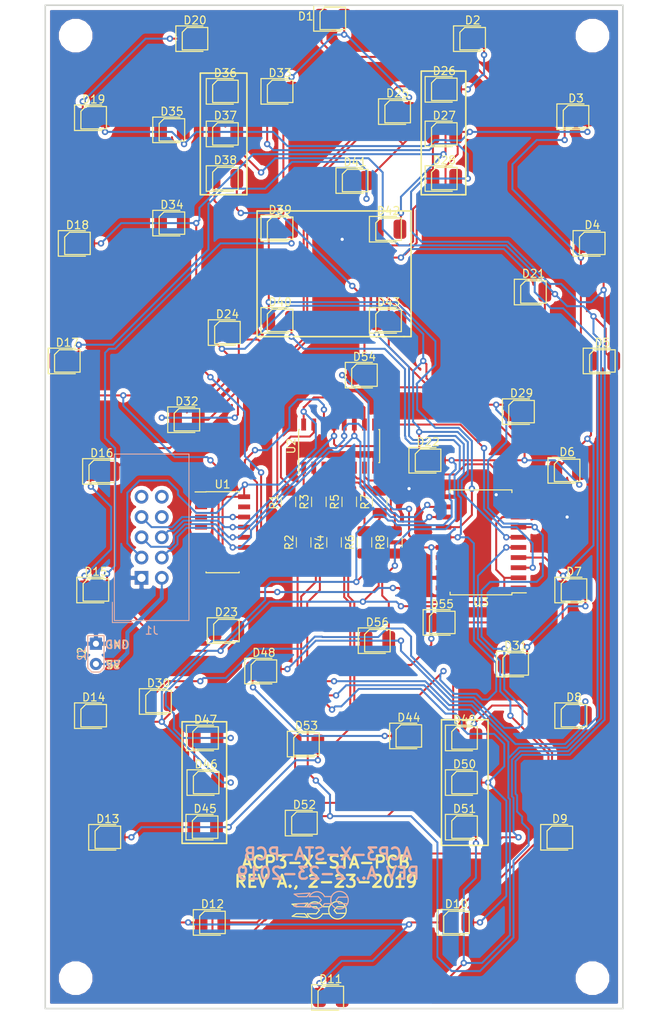
<source format=kicad_pcb>
(kicad_pcb (version 20171130) (host pcbnew "(5.0.0)")

  (general
    (thickness 1.6)
    (drawings 41)
    (tracks 1069)
    (zones 0)
    (modules 75)
    (nets 48)
  )

  (page A4)
  (layers
    (0 F.Cu signal)
    (31 B.Cu signal)
    (32 B.Adhes user)
    (33 F.Adhes user)
    (34 B.Paste user)
    (35 F.Paste user)
    (36 B.SilkS user)
    (37 F.SilkS user)
    (38 B.Mask user)
    (39 F.Mask user)
    (40 Dwgs.User user)
    (41 Cmts.User user)
    (42 Eco1.User user)
    (43 Eco2.User user)
    (44 Edge.Cuts user)
    (45 Margin user)
    (46 B.CrtYd user)
    (47 F.CrtYd user)
    (48 B.Fab user)
    (49 F.Fab user)
  )

  (setup
    (last_trace_width 0.25)
    (user_trace_width 0.508)
    (trace_clearance 0.2)
    (zone_clearance 0.508)
    (zone_45_only no)
    (trace_min 0.2)
    (segment_width 0.2)
    (edge_width 0.15)
    (via_size 0.8)
    (via_drill 0.4)
    (via_min_size 0.4)
    (via_min_drill 0.3)
    (uvia_size 0.3)
    (uvia_drill 0.1)
    (uvias_allowed no)
    (uvia_min_size 0.2)
    (uvia_min_drill 0.1)
    (pcb_text_width 0.3)
    (pcb_text_size 1.5 1.5)
    (mod_edge_width 0.15)
    (mod_text_size 1 1)
    (mod_text_width 0.15)
    (pad_size 1.524 1.524)
    (pad_drill 0.762)
    (pad_to_mask_clearance 0.0508)
    (aux_axis_origin 0 0)
    (visible_elements 7FFFFFFF)
    (pcbplotparams
      (layerselection 0x010fc_ffffffff)
      (usegerberextensions false)
      (usegerberattributes false)
      (usegerberadvancedattributes false)
      (creategerberjobfile false)
      (excludeedgelayer true)
      (linewidth 0.254000)
      (plotframeref false)
      (viasonmask false)
      (mode 1)
      (useauxorigin false)
      (hpglpennumber 1)
      (hpglpenspeed 20)
      (hpglpendiameter 15.000000)
      (psnegative false)
      (psa4output false)
      (plotreference true)
      (plotvalue true)
      (plotinvisibletext false)
      (padsonsilk false)
      (subtractmaskfromsilk false)
      (outputformat 1)
      (mirror false)
      (drillshape 1)
      (scaleselection 1)
      (outputdirectory ""))
  )

  (net 0 "")
  (net 1 LA)
  (net 2 D0)
  (net 3 LB)
  (net 4 LC)
  (net 5 LD)
  (net 6 LE)
  (net 7 LF)
  (net 8 LG)
  (net 9 LH)
  (net 10 D1)
  (net 11 D2)
  (net 12 D3)
  (net 13 D4)
  (net 14 D5)
  (net 15 D6)
  (net 16 GND)
  (net 17 5V)
  (net 18 VCC)
  (net 19 SRCLK)
  (net 20 RCLK)
  (net 21 OE)
  (net 22 SER)
  (net 23 6)
  (net 24 7)
  (net 25 22)
  (net 26 "Net-(R1-Pad2)")
  (net 27 "Net-(R2-Pad2)")
  (net 28 "Net-(R3-Pad2)")
  (net 29 "Net-(R4-Pad2)")
  (net 30 "Net-(R5-Pad2)")
  (net 31 "Net-(R6-Pad2)")
  (net 32 "Net-(R7-Pad2)")
  (net 33 "Net-(R8-Pad2)")
  (net 34 BB)
  (net 35 BC)
  (net 36 BD)
  (net 37 BE)
  (net 38 BF)
  (net 39 BG)
  (net 40 BH)
  (net 41 "Net-(U1-Pad9)")
  (net 42 BA)
  (net 43 "Net-(U2-Pad9)")
  (net 44 "Net-(U3-Pad1)")
  (net 45 D7)
  (net 46 "Net-(U3-Pad18)")
  (net 47 "Net-(U3-Pad20)")

  (net_class Default "This is the default net class."
    (clearance 0.2)
    (trace_width 0.25)
    (via_dia 0.8)
    (via_drill 0.4)
    (uvia_dia 0.3)
    (uvia_drill 0.1)
    (add_net 22)
    (add_net 5V)
    (add_net 6)
    (add_net 7)
    (add_net BA)
    (add_net BB)
    (add_net BC)
    (add_net BD)
    (add_net BE)
    (add_net BF)
    (add_net BG)
    (add_net BH)
    (add_net D0)
    (add_net D1)
    (add_net D2)
    (add_net D3)
    (add_net D4)
    (add_net D5)
    (add_net D6)
    (add_net D7)
    (add_net GND)
    (add_net LA)
    (add_net LB)
    (add_net LC)
    (add_net LD)
    (add_net LE)
    (add_net LF)
    (add_net LG)
    (add_net LH)
    (add_net "Net-(R1-Pad2)")
    (add_net "Net-(R2-Pad2)")
    (add_net "Net-(R3-Pad2)")
    (add_net "Net-(R4-Pad2)")
    (add_net "Net-(R5-Pad2)")
    (add_net "Net-(R6-Pad2)")
    (add_net "Net-(R7-Pad2)")
    (add_net "Net-(R8-Pad2)")
    (add_net "Net-(U1-Pad9)")
    (add_net "Net-(U2-Pad9)")
    (add_net "Net-(U3-Pad1)")
    (add_net "Net-(U3-Pad18)")
    (add_net "Net-(U3-Pad20)")
    (add_net OE)
    (add_net RCLK)
    (add_net SER)
    (add_net SRCLK)
    (add_net VCC)
  )

  (module AOR_custom:AOR_LOGO (layer B.Cu) (tedit 5C26ADAA) (tstamp 5C71AAFF)
    (at 152.146 148.336)
    (fp_text reference G*** (at 0 0) (layer B.SilkS) hide
      (effects (font (size 1.524 1.524) (thickness 0.3)) (justify mirror))
    )
    (fp_text value AOR_LOGO (at 0.75 0) (layer B.SilkS) hide
      (effects (font (size 1.524 1.524) (thickness 0.3)) (justify mirror))
    )
    (fp_circle (center 2.205821 0) (end 3.285321 -0.1905) (layer B.SilkS) (width 0.15))
    (fp_arc (start -0.622642 0) (end -1.575141 -0.444499) (angle 128.4180553) (layer B.SilkS) (width 0.15))
    (fp_arc (start -0.635 0) (end -1.587499 0.444499) (angle -128.4180553) (layer B.SilkS) (width 0.15))
    (fp_line (start -1.5875 0.4445) (end -0.4445 0.4445) (layer B.SilkS) (width 0.15))
    (fp_line (start -0.4445 0.4445) (end -0.0635 0) (layer B.SilkS) (width 0.15))
    (fp_line (start -0.0635 0) (end -0.4445 -0.4445) (layer B.SilkS) (width 0.15))
    (fp_line (start -0.4445 -0.4445) (end -1.5875 -0.4445) (layer B.SilkS) (width 0.15))
    (fp_line (start 0.3175 0.4445) (end 1.2065 0.4445) (layer B.SilkS) (width 0.15))
    (fp_line (start 0.3175 -0.4445) (end 1.2065 -0.4445) (layer B.SilkS) (width 0.15))
    (fp_line (start 1.778 0) (end 2.159 0.4445) (layer B.SilkS) (width 0.15))
    (fp_line (start 2.159 0.4445) (end 3.175 0.4445) (layer B.SilkS) (width 0.15))
    (fp_line (start 1.778 0) (end 2.0955 -0.381) (layer B.SilkS) (width 0.15))
    (fp_line (start 2.0955 -0.381) (end 3.2385 -0.381) (layer B.SilkS) (width 0.15))
    (fp_line (start -1.905 0.4445) (end -2.9845 0.4445) (layer B.SilkS) (width 0.15))
    (fp_line (start -2.9845 0.4445) (end -3.4925 0.762) (layer B.SilkS) (width 0.15))
    (fp_line (start -3.4925 0.762) (end -1.524 0.889) (layer B.SilkS) (width 0.15))
    (fp_line (start -1.524 0.889) (end -1.905 0.4445) (layer B.SilkS) (width 0.15))
    (fp_line (start -1.505128 -0.88103) (end -1.886128 -0.43653) (layer B.SilkS) (width 0.15))
    (fp_line (start -1.886128 -0.43653) (end -2.965628 -0.43653) (layer B.SilkS) (width 0.15))
    (fp_line (start -3.473628 -0.75403) (end -1.505128 -0.88103) (layer B.SilkS) (width 0.15))
    (fp_line (start -2.965628 -0.43653) (end -3.473628 -0.75403) (layer B.SilkS) (width 0.15))
  )

  (module "AOR_custom:WL-SMTW SMD LED" (layer F.Cu) (tedit 5C2849BC) (tstamp 5C7D0777)
    (at 167.485 52.324)
    (path /5C70D7C8)
    (fp_text reference D27 (at 0 -2.3) (layer F.SilkS)
      (effects (font (size 1 1) (thickness 0.15)))
    )
    (fp_text value LED (at 0.1 2.5) (layer F.Fab)
      (effects (font (size 1 1) (thickness 0.15)))
    )
    (fp_line (start -2.4 1.6) (end 1 1.6) (layer F.SilkS) (width 0.15))
    (fp_line (start -2.4 -1.6) (end -2.4 1.6) (layer F.SilkS) (width 0.15))
    (fp_line (start 1 -1.6) (end -2.4 -1.6) (layer F.SilkS) (width 0.15))
    (fp_line (start -1.6 1.4) (end -1.6 -0.8) (layer F.SilkS) (width 0.15))
    (fp_line (start -1 -1.4) (end 1.6 -1.4) (layer F.SilkS) (width 0.15))
    (fp_line (start -1.6 -0.8) (end -1 -1.4) (layer F.SilkS) (width 0.15))
    (fp_line (start 1.6 1.4) (end 1.6 -1.4) (layer F.SilkS) (width 0.15))
    (fp_line (start -1.6 1.4) (end 1.6 1.4) (layer F.SilkS) (width 0.15))
    (pad 2 smd roundrect (at 1.425 0) (size 1.6 2.4) (layers F.Cu F.Paste F.Mask) (roundrect_rratio 0.25)
      (net 4 LC))
    (pad 1 smd roundrect (at -1.425 0) (size 1.6 2.4) (layers F.Cu F.Paste F.Mask) (roundrect_rratio 0.25)
      (net 12 D3))
  )

  (module Connector_IDC:IDC-Header_2x05_P2.54mm_Vertical (layer B.Cu) (tedit 59DE0611) (tstamp 5C7D0935)
    (at 129.54 107.95)
    (descr "Through hole straight IDC box header, 2x05, 2.54mm pitch, double rows")
    (tags "Through hole IDC box header THT 2x05 2.54mm double row")
    (path /5C4DFC44)
    (fp_text reference J1 (at 1.27 6.604) (layer B.SilkS)
      (effects (font (size 1 1) (thickness 0.15)) (justify mirror))
    )
    (fp_text value Conn_01x10 (at 1.27 -16.764) (layer B.Fab)
      (effects (font (size 1 1) (thickness 0.15)) (justify mirror))
    )
    (fp_text user %R (at 1.27 -5.08) (layer B.Fab)
      (effects (font (size 1 1) (thickness 0.15)) (justify mirror))
    )
    (fp_line (start 5.695 5.1) (end 5.695 -15.26) (layer B.Fab) (width 0.1))
    (fp_line (start 5.145 4.56) (end 5.145 -14.7) (layer B.Fab) (width 0.1))
    (fp_line (start -3.155 5.1) (end -3.155 -15.26) (layer B.Fab) (width 0.1))
    (fp_line (start -2.605 4.56) (end -2.605 -2.83) (layer B.Fab) (width 0.1))
    (fp_line (start -2.605 -7.33) (end -2.605 -14.7) (layer B.Fab) (width 0.1))
    (fp_line (start -2.605 -2.83) (end -3.155 -2.83) (layer B.Fab) (width 0.1))
    (fp_line (start -2.605 -7.33) (end -3.155 -7.33) (layer B.Fab) (width 0.1))
    (fp_line (start 5.695 5.1) (end -3.155 5.1) (layer B.Fab) (width 0.1))
    (fp_line (start 5.145 4.56) (end -2.605 4.56) (layer B.Fab) (width 0.1))
    (fp_line (start 5.695 -15.26) (end -3.155 -15.26) (layer B.Fab) (width 0.1))
    (fp_line (start 5.145 -14.7) (end -2.605 -14.7) (layer B.Fab) (width 0.1))
    (fp_line (start 5.695 5.1) (end 5.145 4.56) (layer B.Fab) (width 0.1))
    (fp_line (start 5.695 -15.26) (end 5.145 -14.7) (layer B.Fab) (width 0.1))
    (fp_line (start -3.155 5.1) (end -2.605 4.56) (layer B.Fab) (width 0.1))
    (fp_line (start -3.155 -15.26) (end -2.605 -14.7) (layer B.Fab) (width 0.1))
    (fp_line (start 5.95 5.35) (end 5.95 -15.51) (layer B.CrtYd) (width 0.05))
    (fp_line (start 5.95 -15.51) (end -3.41 -15.51) (layer B.CrtYd) (width 0.05))
    (fp_line (start -3.41 -15.51) (end -3.41 5.35) (layer B.CrtYd) (width 0.05))
    (fp_line (start -3.41 5.35) (end 5.95 5.35) (layer B.CrtYd) (width 0.05))
    (fp_line (start 5.945 5.35) (end 5.945 -15.51) (layer B.SilkS) (width 0.12))
    (fp_line (start 5.945 -15.51) (end -3.405 -15.51) (layer B.SilkS) (width 0.12))
    (fp_line (start -3.405 -15.51) (end -3.405 5.35) (layer B.SilkS) (width 0.12))
    (fp_line (start -3.405 5.35) (end 5.945 5.35) (layer B.SilkS) (width 0.12))
    (fp_line (start -3.655 5.6) (end -3.655 3.06) (layer B.SilkS) (width 0.12))
    (fp_line (start -3.655 5.6) (end -1.115 5.6) (layer B.SilkS) (width 0.12))
    (pad 1 thru_hole rect (at 0 0) (size 1.7272 1.7272) (drill 1.016) (layers *.Cu *.Mask)
      (net 16 GND))
    (pad 2 thru_hole oval (at 2.54 0) (size 1.7272 1.7272) (drill 1.016) (layers *.Cu *.Mask)
      (net 17 5V))
    (pad 3 thru_hole oval (at 0 -2.54) (size 1.7272 1.7272) (drill 1.016) (layers *.Cu *.Mask)
      (net 18 VCC))
    (pad 4 thru_hole oval (at 2.54 -2.54) (size 1.7272 1.7272) (drill 1.016) (layers *.Cu *.Mask)
      (net 19 SRCLK))
    (pad 5 thru_hole oval (at 0 -5.08) (size 1.7272 1.7272) (drill 1.016) (layers *.Cu *.Mask)
      (net 20 RCLK))
    (pad 6 thru_hole oval (at 2.54 -5.08) (size 1.7272 1.7272) (drill 1.016) (layers *.Cu *.Mask)
      (net 21 OE))
    (pad 7 thru_hole oval (at 0 -7.62) (size 1.7272 1.7272) (drill 1.016) (layers *.Cu *.Mask)
      (net 22 SER))
    (pad 8 thru_hole oval (at 2.54 -7.62) (size 1.7272 1.7272) (drill 1.016) (layers *.Cu *.Mask)
      (net 23 6))
    (pad 9 thru_hole oval (at 0 -10.16) (size 1.7272 1.7272) (drill 1.016) (layers *.Cu *.Mask)
      (net 24 7))
    (pad 10 thru_hole oval (at 2.54 -10.16) (size 1.7272 1.7272) (drill 1.016) (layers *.Cu *.Mask)
      (net 25 22))
    (model ${KISYS3DMOD}/Connector_IDC.3dshapes/IDC-Header_2x05_P2.54mm_Vertical.wrl
      (at (xyz 0 0 0))
      (scale (xyz 1 1 1))
      (rotate (xyz 0 0 0))
    )
  )

  (module MountingHole:MountingHole_3.2mm_M3 (layer F.Cu) (tedit 5C70C9E6) (tstamp 5C7DE41F)
    (at 121.285 158.115)
    (descr "Mounting Hole 3.2mm, no annular, M3")
    (tags "mounting hole 3.2mm no annular m3")
    (attr virtual)
    (fp_text reference "" (at 0 -4.2) (layer F.SilkS)
      (effects (font (size 1 1) (thickness 0.15)))
    )
    (fp_text value MountingHole_3.2mm_M3 (at 0 4.2) (layer F.Fab)
      (effects (font (size 1 1) (thickness 0.15)))
    )
    (fp_text user %R (at 0.3 0) (layer F.Fab)
      (effects (font (size 1 1) (thickness 0.15)))
    )
    (fp_circle (center 0 0) (end 3.2 0) (layer Cmts.User) (width 0.15))
    (fp_circle (center 0 0) (end 3.45 0) (layer F.CrtYd) (width 0.05))
    (pad 1 np_thru_hole circle (at 0 0) (size 3.2 3.2) (drill 3.2) (layers *.Cu *.Mask))
  )

  (module MountingHole:MountingHole_3.2mm_M3 (layer F.Cu) (tedit 5C70C9E6) (tstamp 5C7DE411)
    (at 186.055 158.115)
    (descr "Mounting Hole 3.2mm, no annular, M3")
    (tags "mounting hole 3.2mm no annular m3")
    (attr virtual)
    (fp_text reference "" (at 0 -4.2) (layer F.SilkS)
      (effects (font (size 1 1) (thickness 0.15)))
    )
    (fp_text value MountingHole_3.2mm_M3 (at 0 4.2) (layer F.Fab)
      (effects (font (size 1 1) (thickness 0.15)))
    )
    (fp_circle (center 0 0) (end 3.45 0) (layer F.CrtYd) (width 0.05))
    (fp_circle (center 0 0) (end 3.2 0) (layer Cmts.User) (width 0.15))
    (fp_text user %R (at 0.3 0) (layer F.Fab)
      (effects (font (size 1 1) (thickness 0.15)))
    )
    (pad 1 np_thru_hole circle (at 0 0) (size 3.2 3.2) (drill 3.2) (layers *.Cu *.Mask))
  )

  (module MountingHole:MountingHole_3.2mm_M3 (layer F.Cu) (tedit 5C70C9E6) (tstamp 5C7DE403)
    (at 186.055 40.005)
    (descr "Mounting Hole 3.2mm, no annular, M3")
    (tags "mounting hole 3.2mm no annular m3")
    (attr virtual)
    (fp_text reference "" (at 0 -4.2) (layer F.SilkS)
      (effects (font (size 1 1) (thickness 0.15)))
    )
    (fp_text value MountingHole_3.2mm_M3 (at 0 4.2) (layer F.Fab)
      (effects (font (size 1 1) (thickness 0.15)))
    )
    (fp_text user %R (at 0.3 0) (layer F.Fab)
      (effects (font (size 1 1) (thickness 0.15)))
    )
    (fp_circle (center 0 0) (end 3.2 0) (layer Cmts.User) (width 0.15))
    (fp_circle (center 0 0) (end 3.45 0) (layer F.CrtYd) (width 0.05))
    (pad 1 np_thru_hole circle (at 0 0) (size 3.2 3.2) (drill 3.2) (layers *.Cu *.Mask))
  )

  (module "AOR_custom:WL-SMTW SMD LED" (layer F.Cu) (tedit 5C2849BC) (tstamp 5C7D060B)
    (at 153.515 37.846)
    (path /5C70B6CC)
    (fp_text reference D1 (at -3.401 -0.254) (layer F.SilkS)
      (effects (font (size 1 1) (thickness 0.15)))
    )
    (fp_text value LED (at 0.1 2.5) (layer F.Fab)
      (effects (font (size 1 1) (thickness 0.15)))
    )
    (fp_line (start -2.4 1.6) (end 1 1.6) (layer F.SilkS) (width 0.15))
    (fp_line (start -2.4 -1.6) (end -2.4 1.6) (layer F.SilkS) (width 0.15))
    (fp_line (start 1 -1.6) (end -2.4 -1.6) (layer F.SilkS) (width 0.15))
    (fp_line (start -1.6 1.4) (end -1.6 -0.8) (layer F.SilkS) (width 0.15))
    (fp_line (start -1 -1.4) (end 1.6 -1.4) (layer F.SilkS) (width 0.15))
    (fp_line (start -1.6 -0.8) (end -1 -1.4) (layer F.SilkS) (width 0.15))
    (fp_line (start 1.6 1.4) (end 1.6 -1.4) (layer F.SilkS) (width 0.15))
    (fp_line (start -1.6 1.4) (end 1.6 1.4) (layer F.SilkS) (width 0.15))
    (pad 2 smd roundrect (at 1.425 0) (size 1.6 2.4) (layers F.Cu F.Paste F.Mask) (roundrect_rratio 0.25)
      (net 1 LA))
    (pad 1 smd roundrect (at -1.425 0) (size 1.6 2.4) (layers F.Cu F.Paste F.Mask) (roundrect_rratio 0.25)
      (net 2 D0))
  )

  (module "AOR_custom:WL-SMTW SMD LED" (layer F.Cu) (tedit 5C2849BC) (tstamp 5C7D0619)
    (at 171.041 40.386)
    (path /5C70B936)
    (fp_text reference D2 (at 0 -2.3) (layer F.SilkS)
      (effects (font (size 1 1) (thickness 0.15)))
    )
    (fp_text value LED (at 0.1 2.5) (layer F.Fab)
      (effects (font (size 1 1) (thickness 0.15)))
    )
    (fp_line (start -1.6 1.4) (end 1.6 1.4) (layer F.SilkS) (width 0.15))
    (fp_line (start 1.6 1.4) (end 1.6 -1.4) (layer F.SilkS) (width 0.15))
    (fp_line (start -1.6 -0.8) (end -1 -1.4) (layer F.SilkS) (width 0.15))
    (fp_line (start -1 -1.4) (end 1.6 -1.4) (layer F.SilkS) (width 0.15))
    (fp_line (start -1.6 1.4) (end -1.6 -0.8) (layer F.SilkS) (width 0.15))
    (fp_line (start 1 -1.6) (end -2.4 -1.6) (layer F.SilkS) (width 0.15))
    (fp_line (start -2.4 -1.6) (end -2.4 1.6) (layer F.SilkS) (width 0.15))
    (fp_line (start -2.4 1.6) (end 1 1.6) (layer F.SilkS) (width 0.15))
    (pad 1 smd roundrect (at -1.425 0) (size 1.6 2.4) (layers F.Cu F.Paste F.Mask) (roundrect_rratio 0.25)
      (net 2 D0))
    (pad 2 smd roundrect (at 1.425 0) (size 1.6 2.4) (layers F.Cu F.Paste F.Mask) (roundrect_rratio 0.25)
      (net 3 LB))
  )

  (module "AOR_custom:WL-SMTW SMD LED" (layer F.Cu) (tedit 5C2849BC) (tstamp 5C7D0627)
    (at 183.995 50.165)
    (path /5C70B96E)
    (fp_text reference D3 (at 0 -2.3) (layer F.SilkS)
      (effects (font (size 1 1) (thickness 0.15)))
    )
    (fp_text value LED (at 0.1 2.5) (layer F.Fab)
      (effects (font (size 1 1) (thickness 0.15)))
    )
    (fp_line (start -2.4 1.6) (end 1 1.6) (layer F.SilkS) (width 0.15))
    (fp_line (start -2.4 -1.6) (end -2.4 1.6) (layer F.SilkS) (width 0.15))
    (fp_line (start 1 -1.6) (end -2.4 -1.6) (layer F.SilkS) (width 0.15))
    (fp_line (start -1.6 1.4) (end -1.6 -0.8) (layer F.SilkS) (width 0.15))
    (fp_line (start -1 -1.4) (end 1.6 -1.4) (layer F.SilkS) (width 0.15))
    (fp_line (start -1.6 -0.8) (end -1 -1.4) (layer F.SilkS) (width 0.15))
    (fp_line (start 1.6 1.4) (end 1.6 -1.4) (layer F.SilkS) (width 0.15))
    (fp_line (start -1.6 1.4) (end 1.6 1.4) (layer F.SilkS) (width 0.15))
    (pad 2 smd roundrect (at 1.425 0) (size 1.6 2.4) (layers F.Cu F.Paste F.Mask) (roundrect_rratio 0.25)
      (net 4 LC))
    (pad 1 smd roundrect (at -1.425 0) (size 1.6 2.4) (layers F.Cu F.Paste F.Mask) (roundrect_rratio 0.25)
      (net 2 D0))
  )

  (module "AOR_custom:WL-SMTW SMD LED" (layer F.Cu) (tedit 5C2849BC) (tstamp 5C7D0635)
    (at 186.027 66.04)
    (path /5C70B9A8)
    (fp_text reference D4 (at 0 -2.3) (layer F.SilkS)
      (effects (font (size 1 1) (thickness 0.15)))
    )
    (fp_text value LED (at 0.1 2.5) (layer F.Fab)
      (effects (font (size 1 1) (thickness 0.15)))
    )
    (fp_line (start -1.6 1.4) (end 1.6 1.4) (layer F.SilkS) (width 0.15))
    (fp_line (start 1.6 1.4) (end 1.6 -1.4) (layer F.SilkS) (width 0.15))
    (fp_line (start -1.6 -0.8) (end -1 -1.4) (layer F.SilkS) (width 0.15))
    (fp_line (start -1 -1.4) (end 1.6 -1.4) (layer F.SilkS) (width 0.15))
    (fp_line (start -1.6 1.4) (end -1.6 -0.8) (layer F.SilkS) (width 0.15))
    (fp_line (start 1 -1.6) (end -2.4 -1.6) (layer F.SilkS) (width 0.15))
    (fp_line (start -2.4 -1.6) (end -2.4 1.6) (layer F.SilkS) (width 0.15))
    (fp_line (start -2.4 1.6) (end 1 1.6) (layer F.SilkS) (width 0.15))
    (pad 1 smd roundrect (at -1.425 0) (size 1.6 2.4) (layers F.Cu F.Paste F.Mask) (roundrect_rratio 0.25)
      (net 2 D0))
    (pad 2 smd roundrect (at 1.425 0) (size 1.6 2.4) (layers F.Cu F.Paste F.Mask) (roundrect_rratio 0.25)
      (net 5 LD))
  )

  (module "AOR_custom:WL-SMTW SMD LED" (layer F.Cu) (tedit 5C2849BC) (tstamp 5C7D0643)
    (at 187.297 80.772)
    (path /5C70BAD2)
    (fp_text reference D5 (at 0 -2.3) (layer F.SilkS)
      (effects (font (size 1 1) (thickness 0.15)))
    )
    (fp_text value LED (at 0.1 2.5) (layer F.Fab)
      (effects (font (size 1 1) (thickness 0.15)))
    )
    (fp_line (start -2.4 1.6) (end 1 1.6) (layer F.SilkS) (width 0.15))
    (fp_line (start -2.4 -1.6) (end -2.4 1.6) (layer F.SilkS) (width 0.15))
    (fp_line (start 1 -1.6) (end -2.4 -1.6) (layer F.SilkS) (width 0.15))
    (fp_line (start -1.6 1.4) (end -1.6 -0.8) (layer F.SilkS) (width 0.15))
    (fp_line (start -1 -1.4) (end 1.6 -1.4) (layer F.SilkS) (width 0.15))
    (fp_line (start -1.6 -0.8) (end -1 -1.4) (layer F.SilkS) (width 0.15))
    (fp_line (start 1.6 1.4) (end 1.6 -1.4) (layer F.SilkS) (width 0.15))
    (fp_line (start -1.6 1.4) (end 1.6 1.4) (layer F.SilkS) (width 0.15))
    (pad 2 smd roundrect (at 1.425 0) (size 1.6 2.4) (layers F.Cu F.Paste F.Mask) (roundrect_rratio 0.25)
      (net 6 LE))
    (pad 1 smd roundrect (at -1.425 0) (size 1.6 2.4) (layers F.Cu F.Paste F.Mask) (roundrect_rratio 0.25)
      (net 2 D0))
  )

  (module "AOR_custom:WL-SMTW SMD LED" (layer F.Cu) (tedit 5C2849BC) (tstamp 5C7D0651)
    (at 182.88 94.488)
    (path /5C70BB10)
    (fp_text reference D6 (at 0 -2.3) (layer F.SilkS)
      (effects (font (size 1 1) (thickness 0.15)))
    )
    (fp_text value LED (at 0.1 2.5) (layer F.Fab)
      (effects (font (size 1 1) (thickness 0.15)))
    )
    (fp_line (start -1.6 1.4) (end 1.6 1.4) (layer F.SilkS) (width 0.15))
    (fp_line (start 1.6 1.4) (end 1.6 -1.4) (layer F.SilkS) (width 0.15))
    (fp_line (start -1.6 -0.8) (end -1 -1.4) (layer F.SilkS) (width 0.15))
    (fp_line (start -1 -1.4) (end 1.6 -1.4) (layer F.SilkS) (width 0.15))
    (fp_line (start -1.6 1.4) (end -1.6 -0.8) (layer F.SilkS) (width 0.15))
    (fp_line (start 1 -1.6) (end -2.4 -1.6) (layer F.SilkS) (width 0.15))
    (fp_line (start -2.4 -1.6) (end -2.4 1.6) (layer F.SilkS) (width 0.15))
    (fp_line (start -2.4 1.6) (end 1 1.6) (layer F.SilkS) (width 0.15))
    (pad 1 smd roundrect (at -1.425 0) (size 1.6 2.4) (layers F.Cu F.Paste F.Mask) (roundrect_rratio 0.25)
      (net 2 D0))
    (pad 2 smd roundrect (at 1.425 0) (size 1.6 2.4) (layers F.Cu F.Paste F.Mask) (roundrect_rratio 0.25)
      (net 7 LF))
  )

  (module "AOR_custom:WL-SMTW SMD LED" (layer F.Cu) (tedit 5C2849BC) (tstamp 5C7D065F)
    (at 183.741 109.474)
    (path /5C70BB50)
    (fp_text reference D7 (at 0 -2.3) (layer F.SilkS)
      (effects (font (size 1 1) (thickness 0.15)))
    )
    (fp_text value LED (at 0.1 2.5) (layer F.Fab)
      (effects (font (size 1 1) (thickness 0.15)))
    )
    (fp_line (start -2.4 1.6) (end 1 1.6) (layer F.SilkS) (width 0.15))
    (fp_line (start -2.4 -1.6) (end -2.4 1.6) (layer F.SilkS) (width 0.15))
    (fp_line (start 1 -1.6) (end -2.4 -1.6) (layer F.SilkS) (width 0.15))
    (fp_line (start -1.6 1.4) (end -1.6 -0.8) (layer F.SilkS) (width 0.15))
    (fp_line (start -1 -1.4) (end 1.6 -1.4) (layer F.SilkS) (width 0.15))
    (fp_line (start -1.6 -0.8) (end -1 -1.4) (layer F.SilkS) (width 0.15))
    (fp_line (start 1.6 1.4) (end 1.6 -1.4) (layer F.SilkS) (width 0.15))
    (fp_line (start -1.6 1.4) (end 1.6 1.4) (layer F.SilkS) (width 0.15))
    (pad 2 smd roundrect (at 1.425 0) (size 1.6 2.4) (layers F.Cu F.Paste F.Mask) (roundrect_rratio 0.25)
      (net 8 LG))
    (pad 1 smd roundrect (at -1.425 0) (size 1.6 2.4) (layers F.Cu F.Paste F.Mask) (roundrect_rratio 0.25)
      (net 2 D0))
  )

  (module "AOR_custom:WL-SMTW SMD LED" (layer F.Cu) (tedit 5C2849BC) (tstamp 5C7D066D)
    (at 183.741 125.222)
    (path /5C70BB92)
    (fp_text reference D8 (at 0 -2.3) (layer F.SilkS)
      (effects (font (size 1 1) (thickness 0.15)))
    )
    (fp_text value LED (at 0.1 2.5) (layer F.Fab)
      (effects (font (size 1 1) (thickness 0.15)))
    )
    (fp_line (start -1.6 1.4) (end 1.6 1.4) (layer F.SilkS) (width 0.15))
    (fp_line (start 1.6 1.4) (end 1.6 -1.4) (layer F.SilkS) (width 0.15))
    (fp_line (start -1.6 -0.8) (end -1 -1.4) (layer F.SilkS) (width 0.15))
    (fp_line (start -1 -1.4) (end 1.6 -1.4) (layer F.SilkS) (width 0.15))
    (fp_line (start -1.6 1.4) (end -1.6 -0.8) (layer F.SilkS) (width 0.15))
    (fp_line (start 1 -1.6) (end -2.4 -1.6) (layer F.SilkS) (width 0.15))
    (fp_line (start -2.4 -1.6) (end -2.4 1.6) (layer F.SilkS) (width 0.15))
    (fp_line (start -2.4 1.6) (end 1 1.6) (layer F.SilkS) (width 0.15))
    (pad 1 smd roundrect (at -1.425 0) (size 1.6 2.4) (layers F.Cu F.Paste F.Mask) (roundrect_rratio 0.25)
      (net 2 D0))
    (pad 2 smd roundrect (at 1.425 0) (size 1.6 2.4) (layers F.Cu F.Paste F.Mask) (roundrect_rratio 0.25)
      (net 9 LH))
  )

  (module "AOR_custom:WL-SMTW SMD LED" (layer F.Cu) (tedit 5C2849BC) (tstamp 5C7D067B)
    (at 181.963 140.462)
    (path /5C70CA79)
    (fp_text reference D9 (at 0 -2.3) (layer F.SilkS)
      (effects (font (size 1 1) (thickness 0.15)))
    )
    (fp_text value LED (at 0.1 2.5) (layer F.Fab)
      (effects (font (size 1 1) (thickness 0.15)))
    )
    (fp_line (start -2.4 1.6) (end 1 1.6) (layer F.SilkS) (width 0.15))
    (fp_line (start -2.4 -1.6) (end -2.4 1.6) (layer F.SilkS) (width 0.15))
    (fp_line (start 1 -1.6) (end -2.4 -1.6) (layer F.SilkS) (width 0.15))
    (fp_line (start -1.6 1.4) (end -1.6 -0.8) (layer F.SilkS) (width 0.15))
    (fp_line (start -1 -1.4) (end 1.6 -1.4) (layer F.SilkS) (width 0.15))
    (fp_line (start -1.6 -0.8) (end -1 -1.4) (layer F.SilkS) (width 0.15))
    (fp_line (start 1.6 1.4) (end 1.6 -1.4) (layer F.SilkS) (width 0.15))
    (fp_line (start -1.6 1.4) (end 1.6 1.4) (layer F.SilkS) (width 0.15))
    (pad 2 smd roundrect (at 1.425 0) (size 1.6 2.4) (layers F.Cu F.Paste F.Mask) (roundrect_rratio 0.25)
      (net 1 LA))
    (pad 1 smd roundrect (at -1.425 0) (size 1.6 2.4) (layers F.Cu F.Paste F.Mask) (roundrect_rratio 0.25)
      (net 10 D1))
  )

  (module "AOR_custom:WL-SMTW SMD LED" (layer F.Cu) (tedit 5C2849BC) (tstamp 5C7D0689)
    (at 169.009 151.13)
    (path /5C70CA80)
    (fp_text reference D10 (at 0 -2.3) (layer F.SilkS)
      (effects (font (size 1 1) (thickness 0.15)))
    )
    (fp_text value LED (at 0.1 2.5) (layer F.Fab)
      (effects (font (size 1 1) (thickness 0.15)))
    )
    (fp_line (start -1.6 1.4) (end 1.6 1.4) (layer F.SilkS) (width 0.15))
    (fp_line (start 1.6 1.4) (end 1.6 -1.4) (layer F.SilkS) (width 0.15))
    (fp_line (start -1.6 -0.8) (end -1 -1.4) (layer F.SilkS) (width 0.15))
    (fp_line (start -1 -1.4) (end 1.6 -1.4) (layer F.SilkS) (width 0.15))
    (fp_line (start -1.6 1.4) (end -1.6 -0.8) (layer F.SilkS) (width 0.15))
    (fp_line (start 1 -1.6) (end -2.4 -1.6) (layer F.SilkS) (width 0.15))
    (fp_line (start -2.4 -1.6) (end -2.4 1.6) (layer F.SilkS) (width 0.15))
    (fp_line (start -2.4 1.6) (end 1 1.6) (layer F.SilkS) (width 0.15))
    (pad 1 smd roundrect (at -1.425 0) (size 1.6 2.4) (layers F.Cu F.Paste F.Mask) (roundrect_rratio 0.25)
      (net 10 D1))
    (pad 2 smd roundrect (at 1.425 0) (size 1.6 2.4) (layers F.Cu F.Paste F.Mask) (roundrect_rratio 0.25)
      (net 3 LB))
  )

  (module "AOR_custom:WL-SMTW SMD LED" (layer F.Cu) (tedit 5C2849BC) (tstamp 5C7D0697)
    (at 153.261 160.528)
    (path /5C70CA87)
    (fp_text reference D11 (at 0 -2.3) (layer F.SilkS)
      (effects (font (size 1 1) (thickness 0.15)))
    )
    (fp_text value LED (at 0.1 2.5) (layer F.Fab)
      (effects (font (size 1 1) (thickness 0.15)))
    )
    (fp_line (start -2.4 1.6) (end 1 1.6) (layer F.SilkS) (width 0.15))
    (fp_line (start -2.4 -1.6) (end -2.4 1.6) (layer F.SilkS) (width 0.15))
    (fp_line (start 1 -1.6) (end -2.4 -1.6) (layer F.SilkS) (width 0.15))
    (fp_line (start -1.6 1.4) (end -1.6 -0.8) (layer F.SilkS) (width 0.15))
    (fp_line (start -1 -1.4) (end 1.6 -1.4) (layer F.SilkS) (width 0.15))
    (fp_line (start -1.6 -0.8) (end -1 -1.4) (layer F.SilkS) (width 0.15))
    (fp_line (start 1.6 1.4) (end 1.6 -1.4) (layer F.SilkS) (width 0.15))
    (fp_line (start -1.6 1.4) (end 1.6 1.4) (layer F.SilkS) (width 0.15))
    (pad 2 smd roundrect (at 1.425 0) (size 1.6 2.4) (layers F.Cu F.Paste F.Mask) (roundrect_rratio 0.25)
      (net 4 LC))
    (pad 1 smd roundrect (at -1.425 0) (size 1.6 2.4) (layers F.Cu F.Paste F.Mask) (roundrect_rratio 0.25)
      (net 10 D1))
  )

  (module "AOR_custom:WL-SMTW SMD LED" (layer F.Cu) (tedit 5C2849BC) (tstamp 5C7D06A5)
    (at 138.43 151.13)
    (path /5C70CA8E)
    (fp_text reference D12 (at 0 -2.3) (layer F.SilkS)
      (effects (font (size 1 1) (thickness 0.15)))
    )
    (fp_text value LED (at 0.1 2.5) (layer F.Fab)
      (effects (font (size 1 1) (thickness 0.15)))
    )
    (fp_line (start -1.6 1.4) (end 1.6 1.4) (layer F.SilkS) (width 0.15))
    (fp_line (start 1.6 1.4) (end 1.6 -1.4) (layer F.SilkS) (width 0.15))
    (fp_line (start -1.6 -0.8) (end -1 -1.4) (layer F.SilkS) (width 0.15))
    (fp_line (start -1 -1.4) (end 1.6 -1.4) (layer F.SilkS) (width 0.15))
    (fp_line (start -1.6 1.4) (end -1.6 -0.8) (layer F.SilkS) (width 0.15))
    (fp_line (start 1 -1.6) (end -2.4 -1.6) (layer F.SilkS) (width 0.15))
    (fp_line (start -2.4 -1.6) (end -2.4 1.6) (layer F.SilkS) (width 0.15))
    (fp_line (start -2.4 1.6) (end 1 1.6) (layer F.SilkS) (width 0.15))
    (pad 1 smd roundrect (at -1.425 0) (size 1.6 2.4) (layers F.Cu F.Paste F.Mask) (roundrect_rratio 0.25)
      (net 10 D1))
    (pad 2 smd roundrect (at 1.425 0) (size 1.6 2.4) (layers F.Cu F.Paste F.Mask) (roundrect_rratio 0.25)
      (net 5 LD))
  )

  (module "AOR_custom:WL-SMTW SMD LED" (layer F.Cu) (tedit 5C2849BC) (tstamp 5C7D06B3)
    (at 125.321 140.462)
    (path /5C70CA95)
    (fp_text reference D13 (at 0 -2.3) (layer F.SilkS)
      (effects (font (size 1 1) (thickness 0.15)))
    )
    (fp_text value LED (at 0.1 2.5) (layer F.Fab)
      (effects (font (size 1 1) (thickness 0.15)))
    )
    (fp_line (start -2.4 1.6) (end 1 1.6) (layer F.SilkS) (width 0.15))
    (fp_line (start -2.4 -1.6) (end -2.4 1.6) (layer F.SilkS) (width 0.15))
    (fp_line (start 1 -1.6) (end -2.4 -1.6) (layer F.SilkS) (width 0.15))
    (fp_line (start -1.6 1.4) (end -1.6 -0.8) (layer F.SilkS) (width 0.15))
    (fp_line (start -1 -1.4) (end 1.6 -1.4) (layer F.SilkS) (width 0.15))
    (fp_line (start -1.6 -0.8) (end -1 -1.4) (layer F.SilkS) (width 0.15))
    (fp_line (start 1.6 1.4) (end 1.6 -1.4) (layer F.SilkS) (width 0.15))
    (fp_line (start -1.6 1.4) (end 1.6 1.4) (layer F.SilkS) (width 0.15))
    (pad 2 smd roundrect (at 1.425 0) (size 1.6 2.4) (layers F.Cu F.Paste F.Mask) (roundrect_rratio 0.25)
      (net 6 LE))
    (pad 1 smd roundrect (at -1.425 0) (size 1.6 2.4) (layers F.Cu F.Paste F.Mask) (roundrect_rratio 0.25)
      (net 10 D1))
  )

  (module "AOR_custom:WL-SMTW SMD LED" (layer F.Cu) (tedit 5C2849BC) (tstamp 5C7D06C1)
    (at 123.543 125.222)
    (path /5C70CA9C)
    (fp_text reference D14 (at 0 -2.3) (layer F.SilkS)
      (effects (font (size 1 1) (thickness 0.15)))
    )
    (fp_text value LED (at 0.1 2.5) (layer F.Fab)
      (effects (font (size 1 1) (thickness 0.15)))
    )
    (fp_line (start -1.6 1.4) (end 1.6 1.4) (layer F.SilkS) (width 0.15))
    (fp_line (start 1.6 1.4) (end 1.6 -1.4) (layer F.SilkS) (width 0.15))
    (fp_line (start -1.6 -0.8) (end -1 -1.4) (layer F.SilkS) (width 0.15))
    (fp_line (start -1 -1.4) (end 1.6 -1.4) (layer F.SilkS) (width 0.15))
    (fp_line (start -1.6 1.4) (end -1.6 -0.8) (layer F.SilkS) (width 0.15))
    (fp_line (start 1 -1.6) (end -2.4 -1.6) (layer F.SilkS) (width 0.15))
    (fp_line (start -2.4 -1.6) (end -2.4 1.6) (layer F.SilkS) (width 0.15))
    (fp_line (start -2.4 1.6) (end 1 1.6) (layer F.SilkS) (width 0.15))
    (pad 1 smd roundrect (at -1.425 0) (size 1.6 2.4) (layers F.Cu F.Paste F.Mask) (roundrect_rratio 0.25)
      (net 10 D1))
    (pad 2 smd roundrect (at 1.425 0) (size 1.6 2.4) (layers F.Cu F.Paste F.Mask) (roundrect_rratio 0.25)
      (net 7 LF))
  )

  (module "AOR_custom:WL-SMTW SMD LED" (layer F.Cu) (tedit 5C2849BC) (tstamp 5C7D06CF)
    (at 123.825 109.474)
    (path /5C70CAA3)
    (fp_text reference D15 (at 0 -2.3) (layer F.SilkS)
      (effects (font (size 1 1) (thickness 0.15)))
    )
    (fp_text value LED (at 0.1 2.5) (layer F.Fab)
      (effects (font (size 1 1) (thickness 0.15)))
    )
    (fp_line (start -2.4 1.6) (end 1 1.6) (layer F.SilkS) (width 0.15))
    (fp_line (start -2.4 -1.6) (end -2.4 1.6) (layer F.SilkS) (width 0.15))
    (fp_line (start 1 -1.6) (end -2.4 -1.6) (layer F.SilkS) (width 0.15))
    (fp_line (start -1.6 1.4) (end -1.6 -0.8) (layer F.SilkS) (width 0.15))
    (fp_line (start -1 -1.4) (end 1.6 -1.4) (layer F.SilkS) (width 0.15))
    (fp_line (start -1.6 -0.8) (end -1 -1.4) (layer F.SilkS) (width 0.15))
    (fp_line (start 1.6 1.4) (end 1.6 -1.4) (layer F.SilkS) (width 0.15))
    (fp_line (start -1.6 1.4) (end 1.6 1.4) (layer F.SilkS) (width 0.15))
    (pad 2 smd roundrect (at 1.425 0) (size 1.6 2.4) (layers F.Cu F.Paste F.Mask) (roundrect_rratio 0.25)
      (net 8 LG))
    (pad 1 smd roundrect (at -1.425 0) (size 1.6 2.4) (layers F.Cu F.Paste F.Mask) (roundrect_rratio 0.25)
      (net 10 D1))
  )

  (module "AOR_custom:WL-SMTW SMD LED" (layer F.Cu) (tedit 5C2849BC) (tstamp 5C7D06DD)
    (at 124.559 94.615)
    (path /5C70CAAA)
    (fp_text reference D16 (at 0 -2.3) (layer F.SilkS)
      (effects (font (size 1 1) (thickness 0.15)))
    )
    (fp_text value LED (at 0.1 2.5) (layer F.Fab)
      (effects (font (size 1 1) (thickness 0.15)))
    )
    (fp_line (start -1.6 1.4) (end 1.6 1.4) (layer F.SilkS) (width 0.15))
    (fp_line (start 1.6 1.4) (end 1.6 -1.4) (layer F.SilkS) (width 0.15))
    (fp_line (start -1.6 -0.8) (end -1 -1.4) (layer F.SilkS) (width 0.15))
    (fp_line (start -1 -1.4) (end 1.6 -1.4) (layer F.SilkS) (width 0.15))
    (fp_line (start -1.6 1.4) (end -1.6 -0.8) (layer F.SilkS) (width 0.15))
    (fp_line (start 1 -1.6) (end -2.4 -1.6) (layer F.SilkS) (width 0.15))
    (fp_line (start -2.4 -1.6) (end -2.4 1.6) (layer F.SilkS) (width 0.15))
    (fp_line (start -2.4 1.6) (end 1 1.6) (layer F.SilkS) (width 0.15))
    (pad 1 smd roundrect (at -1.425 0) (size 1.6 2.4) (layers F.Cu F.Paste F.Mask) (roundrect_rratio 0.25)
      (net 10 D1))
    (pad 2 smd roundrect (at 1.425 0) (size 1.6 2.4) (layers F.Cu F.Paste F.Mask) (roundrect_rratio 0.25)
      (net 9 LH))
  )

  (module "AOR_custom:WL-SMTW SMD LED" (layer F.Cu) (tedit 5C2849BC) (tstamp 5C7D06EB)
    (at 120.241 80.772)
    (path /5C70CF56)
    (fp_text reference D17 (at 0 -2.3) (layer F.SilkS)
      (effects (font (size 1 1) (thickness 0.15)))
    )
    (fp_text value LED (at 0.1 2.5) (layer F.Fab)
      (effects (font (size 1 1) (thickness 0.15)))
    )
    (fp_line (start -2.4 1.6) (end 1 1.6) (layer F.SilkS) (width 0.15))
    (fp_line (start -2.4 -1.6) (end -2.4 1.6) (layer F.SilkS) (width 0.15))
    (fp_line (start 1 -1.6) (end -2.4 -1.6) (layer F.SilkS) (width 0.15))
    (fp_line (start -1.6 1.4) (end -1.6 -0.8) (layer F.SilkS) (width 0.15))
    (fp_line (start -1 -1.4) (end 1.6 -1.4) (layer F.SilkS) (width 0.15))
    (fp_line (start -1.6 -0.8) (end -1 -1.4) (layer F.SilkS) (width 0.15))
    (fp_line (start 1.6 1.4) (end 1.6 -1.4) (layer F.SilkS) (width 0.15))
    (fp_line (start -1.6 1.4) (end 1.6 1.4) (layer F.SilkS) (width 0.15))
    (pad 2 smd roundrect (at 1.425 0) (size 1.6 2.4) (layers F.Cu F.Paste F.Mask) (roundrect_rratio 0.25)
      (net 1 LA))
    (pad 1 smd roundrect (at -1.425 0) (size 1.6 2.4) (layers F.Cu F.Paste F.Mask) (roundrect_rratio 0.25)
      (net 11 D2))
  )

  (module "AOR_custom:WL-SMTW SMD LED" (layer F.Cu) (tedit 5C2849BC) (tstamp 5C7D06F9)
    (at 121.511 66.04)
    (path /5C70CF5D)
    (fp_text reference D18 (at 0 -2.3) (layer F.SilkS)
      (effects (font (size 1 1) (thickness 0.15)))
    )
    (fp_text value LED (at 0.1 2.5) (layer F.Fab)
      (effects (font (size 1 1) (thickness 0.15)))
    )
    (fp_line (start -1.6 1.4) (end 1.6 1.4) (layer F.SilkS) (width 0.15))
    (fp_line (start 1.6 1.4) (end 1.6 -1.4) (layer F.SilkS) (width 0.15))
    (fp_line (start -1.6 -0.8) (end -1 -1.4) (layer F.SilkS) (width 0.15))
    (fp_line (start -1 -1.4) (end 1.6 -1.4) (layer F.SilkS) (width 0.15))
    (fp_line (start -1.6 1.4) (end -1.6 -0.8) (layer F.SilkS) (width 0.15))
    (fp_line (start 1 -1.6) (end -2.4 -1.6) (layer F.SilkS) (width 0.15))
    (fp_line (start -2.4 -1.6) (end -2.4 1.6) (layer F.SilkS) (width 0.15))
    (fp_line (start -2.4 1.6) (end 1 1.6) (layer F.SilkS) (width 0.15))
    (pad 1 smd roundrect (at -1.425 0) (size 1.6 2.4) (layers F.Cu F.Paste F.Mask) (roundrect_rratio 0.25)
      (net 11 D2))
    (pad 2 smd roundrect (at 1.425 0) (size 1.6 2.4) (layers F.Cu F.Paste F.Mask) (roundrect_rratio 0.25)
      (net 3 LB))
  )

  (module "AOR_custom:WL-SMTW SMD LED" (layer F.Cu) (tedit 5C2849BC) (tstamp 5C7D0707)
    (at 123.543 50.292)
    (path /5C70CF64)
    (fp_text reference D19 (at 0 -2.3) (layer F.SilkS)
      (effects (font (size 1 1) (thickness 0.15)))
    )
    (fp_text value LED (at 0.1 2.5) (layer F.Fab)
      (effects (font (size 1 1) (thickness 0.15)))
    )
    (fp_line (start -2.4 1.6) (end 1 1.6) (layer F.SilkS) (width 0.15))
    (fp_line (start -2.4 -1.6) (end -2.4 1.6) (layer F.SilkS) (width 0.15))
    (fp_line (start 1 -1.6) (end -2.4 -1.6) (layer F.SilkS) (width 0.15))
    (fp_line (start -1.6 1.4) (end -1.6 -0.8) (layer F.SilkS) (width 0.15))
    (fp_line (start -1 -1.4) (end 1.6 -1.4) (layer F.SilkS) (width 0.15))
    (fp_line (start -1.6 -0.8) (end -1 -1.4) (layer F.SilkS) (width 0.15))
    (fp_line (start 1.6 1.4) (end 1.6 -1.4) (layer F.SilkS) (width 0.15))
    (fp_line (start -1.6 1.4) (end 1.6 1.4) (layer F.SilkS) (width 0.15))
    (pad 2 smd roundrect (at 1.425 0) (size 1.6 2.4) (layers F.Cu F.Paste F.Mask) (roundrect_rratio 0.25)
      (net 4 LC))
    (pad 1 smd roundrect (at -1.425 0) (size 1.6 2.4) (layers F.Cu F.Paste F.Mask) (roundrect_rratio 0.25)
      (net 11 D2))
  )

  (module "AOR_custom:WL-SMTW SMD LED" (layer F.Cu) (tedit 5C2849BC) (tstamp 5C7D0715)
    (at 136.243 40.386)
    (path /5C70CF6B)
    (fp_text reference D20 (at 0 -2.3) (layer F.SilkS)
      (effects (font (size 1 1) (thickness 0.15)))
    )
    (fp_text value LED (at 0.1 2.5) (layer F.Fab)
      (effects (font (size 1 1) (thickness 0.15)))
    )
    (fp_line (start -1.6 1.4) (end 1.6 1.4) (layer F.SilkS) (width 0.15))
    (fp_line (start 1.6 1.4) (end 1.6 -1.4) (layer F.SilkS) (width 0.15))
    (fp_line (start -1.6 -0.8) (end -1 -1.4) (layer F.SilkS) (width 0.15))
    (fp_line (start -1 -1.4) (end 1.6 -1.4) (layer F.SilkS) (width 0.15))
    (fp_line (start -1.6 1.4) (end -1.6 -0.8) (layer F.SilkS) (width 0.15))
    (fp_line (start 1 -1.6) (end -2.4 -1.6) (layer F.SilkS) (width 0.15))
    (fp_line (start -2.4 -1.6) (end -2.4 1.6) (layer F.SilkS) (width 0.15))
    (fp_line (start -2.4 1.6) (end 1 1.6) (layer F.SilkS) (width 0.15))
    (pad 1 smd roundrect (at -1.425 0) (size 1.6 2.4) (layers F.Cu F.Paste F.Mask) (roundrect_rratio 0.25)
      (net 11 D2))
    (pad 2 smd roundrect (at 1.425 0) (size 1.6 2.4) (layers F.Cu F.Paste F.Mask) (roundrect_rratio 0.25)
      (net 5 LD))
  )

  (module "AOR_custom:WL-SMTW SMD LED" (layer F.Cu) (tedit 5C2849BC) (tstamp 5C7D0723)
    (at 178.661 72.136)
    (path /5C70CF72)
    (fp_text reference D21 (at 0 -2.3) (layer F.SilkS)
      (effects (font (size 1 1) (thickness 0.15)))
    )
    (fp_text value LED (at 0.1 2.5) (layer F.Fab)
      (effects (font (size 1 1) (thickness 0.15)))
    )
    (fp_line (start -2.4 1.6) (end 1 1.6) (layer F.SilkS) (width 0.15))
    (fp_line (start -2.4 -1.6) (end -2.4 1.6) (layer F.SilkS) (width 0.15))
    (fp_line (start 1 -1.6) (end -2.4 -1.6) (layer F.SilkS) (width 0.15))
    (fp_line (start -1.6 1.4) (end -1.6 -0.8) (layer F.SilkS) (width 0.15))
    (fp_line (start -1 -1.4) (end 1.6 -1.4) (layer F.SilkS) (width 0.15))
    (fp_line (start -1.6 -0.8) (end -1 -1.4) (layer F.SilkS) (width 0.15))
    (fp_line (start 1.6 1.4) (end 1.6 -1.4) (layer F.SilkS) (width 0.15))
    (fp_line (start -1.6 1.4) (end 1.6 1.4) (layer F.SilkS) (width 0.15))
    (pad 2 smd roundrect (at 1.425 0) (size 1.6 2.4) (layers F.Cu F.Paste F.Mask) (roundrect_rratio 0.25)
      (net 6 LE))
    (pad 1 smd roundrect (at -1.425 0) (size 1.6 2.4) (layers F.Cu F.Paste F.Mask) (roundrect_rratio 0.25)
      (net 11 D2))
  )

  (module "AOR_custom:WL-SMTW SMD LED" (layer F.Cu) (tedit 5C2849BC) (tstamp 5C7D0731)
    (at 165.453 93.218)
    (path /5C70CF79)
    (fp_text reference D22 (at 0 -2.3) (layer F.SilkS)
      (effects (font (size 1 1) (thickness 0.15)))
    )
    (fp_text value LED (at 0.1 2.5) (layer F.Fab)
      (effects (font (size 1 1) (thickness 0.15)))
    )
    (fp_line (start -1.6 1.4) (end 1.6 1.4) (layer F.SilkS) (width 0.15))
    (fp_line (start 1.6 1.4) (end 1.6 -1.4) (layer F.SilkS) (width 0.15))
    (fp_line (start -1.6 -0.8) (end -1 -1.4) (layer F.SilkS) (width 0.15))
    (fp_line (start -1 -1.4) (end 1.6 -1.4) (layer F.SilkS) (width 0.15))
    (fp_line (start -1.6 1.4) (end -1.6 -0.8) (layer F.SilkS) (width 0.15))
    (fp_line (start 1 -1.6) (end -2.4 -1.6) (layer F.SilkS) (width 0.15))
    (fp_line (start -2.4 -1.6) (end -2.4 1.6) (layer F.SilkS) (width 0.15))
    (fp_line (start -2.4 1.6) (end 1 1.6) (layer F.SilkS) (width 0.15))
    (pad 1 smd roundrect (at -1.425 0) (size 1.6 2.4) (layers F.Cu F.Paste F.Mask) (roundrect_rratio 0.25)
      (net 11 D2))
    (pad 2 smd roundrect (at 1.425 0) (size 1.6 2.4) (layers F.Cu F.Paste F.Mask) (roundrect_rratio 0.25)
      (net 7 LF))
  )

  (module "AOR_custom:WL-SMTW SMD LED" (layer F.Cu) (tedit 5C2849BC) (tstamp 5C7D073F)
    (at 140.18 114.554)
    (path /5C70CF80)
    (fp_text reference D23 (at 0 -2.3) (layer F.SilkS)
      (effects (font (size 1 1) (thickness 0.15)))
    )
    (fp_text value LED (at 0.1 2.5) (layer F.Fab)
      (effects (font (size 1 1) (thickness 0.15)))
    )
    (fp_line (start -2.4 1.6) (end 1 1.6) (layer F.SilkS) (width 0.15))
    (fp_line (start -2.4 -1.6) (end -2.4 1.6) (layer F.SilkS) (width 0.15))
    (fp_line (start 1 -1.6) (end -2.4 -1.6) (layer F.SilkS) (width 0.15))
    (fp_line (start -1.6 1.4) (end -1.6 -0.8) (layer F.SilkS) (width 0.15))
    (fp_line (start -1 -1.4) (end 1.6 -1.4) (layer F.SilkS) (width 0.15))
    (fp_line (start -1.6 -0.8) (end -1 -1.4) (layer F.SilkS) (width 0.15))
    (fp_line (start 1.6 1.4) (end 1.6 -1.4) (layer F.SilkS) (width 0.15))
    (fp_line (start -1.6 1.4) (end 1.6 1.4) (layer F.SilkS) (width 0.15))
    (pad 2 smd roundrect (at 1.425 0) (size 1.6 2.4) (layers F.Cu F.Paste F.Mask) (roundrect_rratio 0.25)
      (net 8 LG))
    (pad 1 smd roundrect (at -1.425 0) (size 1.6 2.4) (layers F.Cu F.Paste F.Mask) (roundrect_rratio 0.25)
      (net 11 D2))
  )

  (module "AOR_custom:WL-SMTW SMD LED" (layer F.Cu) (tedit 5C2849BC) (tstamp 5C7D074D)
    (at 140.307 77.216)
    (path /5C70CF87)
    (fp_text reference D24 (at 0 -2.3) (layer F.SilkS)
      (effects (font (size 1 1) (thickness 0.15)))
    )
    (fp_text value LED (at 0.1 2.5) (layer F.Fab)
      (effects (font (size 1 1) (thickness 0.15)))
    )
    (fp_line (start -1.6 1.4) (end 1.6 1.4) (layer F.SilkS) (width 0.15))
    (fp_line (start 1.6 1.4) (end 1.6 -1.4) (layer F.SilkS) (width 0.15))
    (fp_line (start -1.6 -0.8) (end -1 -1.4) (layer F.SilkS) (width 0.15))
    (fp_line (start -1 -1.4) (end 1.6 -1.4) (layer F.SilkS) (width 0.15))
    (fp_line (start -1.6 1.4) (end -1.6 -0.8) (layer F.SilkS) (width 0.15))
    (fp_line (start 1 -1.6) (end -2.4 -1.6) (layer F.SilkS) (width 0.15))
    (fp_line (start -2.4 -1.6) (end -2.4 1.6) (layer F.SilkS) (width 0.15))
    (fp_line (start -2.4 1.6) (end 1 1.6) (layer F.SilkS) (width 0.15))
    (pad 1 smd roundrect (at -1.425 0) (size 1.6 2.4) (layers F.Cu F.Paste F.Mask) (roundrect_rratio 0.25)
      (net 11 D2))
    (pad 2 smd roundrect (at 1.425 0) (size 1.6 2.4) (layers F.Cu F.Paste F.Mask) (roundrect_rratio 0.25)
      (net 9 LH))
  )

  (module "AOR_custom:WL-SMTW SMD LED" (layer F.Cu) (tedit 5C2849BC) (tstamp 5C7D075B)
    (at 161.643 49.53)
    (path /5C70D7BA)
    (fp_text reference D25 (at 0 -2.3) (layer F.SilkS)
      (effects (font (size 1 1) (thickness 0.15)))
    )
    (fp_text value LED (at 0.1 2.5) (layer F.Fab)
      (effects (font (size 1 1) (thickness 0.15)))
    )
    (fp_line (start -2.4 1.6) (end 1 1.6) (layer F.SilkS) (width 0.15))
    (fp_line (start -2.4 -1.6) (end -2.4 1.6) (layer F.SilkS) (width 0.15))
    (fp_line (start 1 -1.6) (end -2.4 -1.6) (layer F.SilkS) (width 0.15))
    (fp_line (start -1.6 1.4) (end -1.6 -0.8) (layer F.SilkS) (width 0.15))
    (fp_line (start -1 -1.4) (end 1.6 -1.4) (layer F.SilkS) (width 0.15))
    (fp_line (start -1.6 -0.8) (end -1 -1.4) (layer F.SilkS) (width 0.15))
    (fp_line (start 1.6 1.4) (end 1.6 -1.4) (layer F.SilkS) (width 0.15))
    (fp_line (start -1.6 1.4) (end 1.6 1.4) (layer F.SilkS) (width 0.15))
    (pad 2 smd roundrect (at 1.425 0) (size 1.6 2.4) (layers F.Cu F.Paste F.Mask) (roundrect_rratio 0.25)
      (net 1 LA))
    (pad 1 smd roundrect (at -1.425 0) (size 1.6 2.4) (layers F.Cu F.Paste F.Mask) (roundrect_rratio 0.25)
      (net 12 D3))
  )

  (module "AOR_custom:WL-SMTW SMD LED" (layer F.Cu) (tedit 5C2849BC) (tstamp 5C7D0769)
    (at 167.485 46.736)
    (path /5C70D7C1)
    (fp_text reference D26 (at 0 -2.3) (layer F.SilkS)
      (effects (font (size 1 1) (thickness 0.15)))
    )
    (fp_text value LED (at 0.1 2.5) (layer F.Fab)
      (effects (font (size 1 1) (thickness 0.15)))
    )
    (fp_line (start -1.6 1.4) (end 1.6 1.4) (layer F.SilkS) (width 0.15))
    (fp_line (start 1.6 1.4) (end 1.6 -1.4) (layer F.SilkS) (width 0.15))
    (fp_line (start -1.6 -0.8) (end -1 -1.4) (layer F.SilkS) (width 0.15))
    (fp_line (start -1 -1.4) (end 1.6 -1.4) (layer F.SilkS) (width 0.15))
    (fp_line (start -1.6 1.4) (end -1.6 -0.8) (layer F.SilkS) (width 0.15))
    (fp_line (start 1 -1.6) (end -2.4 -1.6) (layer F.SilkS) (width 0.15))
    (fp_line (start -2.4 -1.6) (end -2.4 1.6) (layer F.SilkS) (width 0.15))
    (fp_line (start -2.4 1.6) (end 1 1.6) (layer F.SilkS) (width 0.15))
    (pad 1 smd roundrect (at -1.425 0) (size 1.6 2.4) (layers F.Cu F.Paste F.Mask) (roundrect_rratio 0.25)
      (net 12 D3))
    (pad 2 smd roundrect (at 1.425 0) (size 1.6 2.4) (layers F.Cu F.Paste F.Mask) (roundrect_rratio 0.25)
      (net 3 LB))
  )

  (module "AOR_custom:WL-SMTW SMD LED" (layer F.Cu) (tedit 5C2849BC) (tstamp 5C7D0785)
    (at 167.485 57.912)
    (path /5C70D7CF)
    (fp_text reference D28 (at 0 -2.3) (layer F.SilkS)
      (effects (font (size 1 1) (thickness 0.15)))
    )
    (fp_text value LED (at 0.1 2.5) (layer F.Fab)
      (effects (font (size 1 1) (thickness 0.15)))
    )
    (fp_line (start -1.6 1.4) (end 1.6 1.4) (layer F.SilkS) (width 0.15))
    (fp_line (start 1.6 1.4) (end 1.6 -1.4) (layer F.SilkS) (width 0.15))
    (fp_line (start -1.6 -0.8) (end -1 -1.4) (layer F.SilkS) (width 0.15))
    (fp_line (start -1 -1.4) (end 1.6 -1.4) (layer F.SilkS) (width 0.15))
    (fp_line (start -1.6 1.4) (end -1.6 -0.8) (layer F.SilkS) (width 0.15))
    (fp_line (start 1 -1.6) (end -2.4 -1.6) (layer F.SilkS) (width 0.15))
    (fp_line (start -2.4 -1.6) (end -2.4 1.6) (layer F.SilkS) (width 0.15))
    (fp_line (start -2.4 1.6) (end 1 1.6) (layer F.SilkS) (width 0.15))
    (pad 1 smd roundrect (at -1.425 0) (size 1.6 2.4) (layers F.Cu F.Paste F.Mask) (roundrect_rratio 0.25)
      (net 12 D3))
    (pad 2 smd roundrect (at 1.425 0) (size 1.6 2.4) (layers F.Cu F.Paste F.Mask) (roundrect_rratio 0.25)
      (net 5 LD))
  )

  (module "AOR_custom:WL-SMTW SMD LED" (layer F.Cu) (tedit 5C2849BC) (tstamp 5C7D0793)
    (at 177.165 87.122)
    (path /5C70D7D6)
    (fp_text reference D29 (at 0 -2.3) (layer F.SilkS)
      (effects (font (size 1 1) (thickness 0.15)))
    )
    (fp_text value LED (at 0.1 2.5) (layer F.Fab)
      (effects (font (size 1 1) (thickness 0.15)))
    )
    (fp_line (start -1.6 1.4) (end 1.6 1.4) (layer F.SilkS) (width 0.15))
    (fp_line (start 1.6 1.4) (end 1.6 -1.4) (layer F.SilkS) (width 0.15))
    (fp_line (start -1.6 -0.8) (end -1 -1.4) (layer F.SilkS) (width 0.15))
    (fp_line (start -1 -1.4) (end 1.6 -1.4) (layer F.SilkS) (width 0.15))
    (fp_line (start -1.6 1.4) (end -1.6 -0.8) (layer F.SilkS) (width 0.15))
    (fp_line (start 1 -1.6) (end -2.4 -1.6) (layer F.SilkS) (width 0.15))
    (fp_line (start -2.4 -1.6) (end -2.4 1.6) (layer F.SilkS) (width 0.15))
    (fp_line (start -2.4 1.6) (end 1 1.6) (layer F.SilkS) (width 0.15))
    (pad 1 smd roundrect (at -1.425 0) (size 1.6 2.4) (layers F.Cu F.Paste F.Mask) (roundrect_rratio 0.25)
      (net 12 D3))
    (pad 2 smd roundrect (at 1.425 0) (size 1.6 2.4) (layers F.Cu F.Paste F.Mask) (roundrect_rratio 0.25)
      (net 6 LE))
  )

  (module "AOR_custom:WL-SMTW SMD LED" (layer F.Cu) (tedit 5C2849BC) (tstamp 5C7D07A1)
    (at 131.671 123.444)
    (path /5C70D7DD)
    (fp_text reference D30 (at 0 -2.3) (layer F.SilkS)
      (effects (font (size 1 1) (thickness 0.15)))
    )
    (fp_text value LED (at 0.1 2.5) (layer F.Fab)
      (effects (font (size 1 1) (thickness 0.15)))
    )
    (fp_line (start -1.6 1.4) (end 1.6 1.4) (layer F.SilkS) (width 0.15))
    (fp_line (start 1.6 1.4) (end 1.6 -1.4) (layer F.SilkS) (width 0.15))
    (fp_line (start -1.6 -0.8) (end -1 -1.4) (layer F.SilkS) (width 0.15))
    (fp_line (start -1 -1.4) (end 1.6 -1.4) (layer F.SilkS) (width 0.15))
    (fp_line (start -1.6 1.4) (end -1.6 -0.8) (layer F.SilkS) (width 0.15))
    (fp_line (start 1 -1.6) (end -2.4 -1.6) (layer F.SilkS) (width 0.15))
    (fp_line (start -2.4 -1.6) (end -2.4 1.6) (layer F.SilkS) (width 0.15))
    (fp_line (start -2.4 1.6) (end 1 1.6) (layer F.SilkS) (width 0.15))
    (pad 1 smd roundrect (at -1.425 0) (size 1.6 2.4) (layers F.Cu F.Paste F.Mask) (roundrect_rratio 0.25)
      (net 12 D3))
    (pad 2 smd roundrect (at 1.425 0) (size 1.6 2.4) (layers F.Cu F.Paste F.Mask) (roundrect_rratio 0.25)
      (net 7 LF))
  )

  (module "AOR_custom:WL-SMTW SMD LED" (layer F.Cu) (tedit 5C2849BC) (tstamp 5C7D07AF)
    (at 176.431 118.745)
    (path /5C70D7E4)
    (fp_text reference D31 (at 0 -2.3) (layer F.SilkS)
      (effects (font (size 1 1) (thickness 0.15)))
    )
    (fp_text value LED (at 0.1 2.5) (layer F.Fab)
      (effects (font (size 1 1) (thickness 0.15)))
    )
    (fp_line (start -2.4 1.6) (end 1 1.6) (layer F.SilkS) (width 0.15))
    (fp_line (start -2.4 -1.6) (end -2.4 1.6) (layer F.SilkS) (width 0.15))
    (fp_line (start 1 -1.6) (end -2.4 -1.6) (layer F.SilkS) (width 0.15))
    (fp_line (start -1.6 1.4) (end -1.6 -0.8) (layer F.SilkS) (width 0.15))
    (fp_line (start -1 -1.4) (end 1.6 -1.4) (layer F.SilkS) (width 0.15))
    (fp_line (start -1.6 -0.8) (end -1 -1.4) (layer F.SilkS) (width 0.15))
    (fp_line (start 1.6 1.4) (end 1.6 -1.4) (layer F.SilkS) (width 0.15))
    (fp_line (start -1.6 1.4) (end 1.6 1.4) (layer F.SilkS) (width 0.15))
    (pad 2 smd roundrect (at 1.425 0) (size 1.6 2.4) (layers F.Cu F.Paste F.Mask) (roundrect_rratio 0.25)
      (net 8 LG))
    (pad 1 smd roundrect (at -1.425 0) (size 1.6 2.4) (layers F.Cu F.Paste F.Mask) (roundrect_rratio 0.25)
      (net 12 D3))
  )

  (module "AOR_custom:WL-SMTW SMD LED" (layer F.Cu) (tedit 5C2849BC) (tstamp 5C7D07BD)
    (at 135.227 88.138)
    (path /5C70D7EB)
    (fp_text reference D32 (at 0 -2.3) (layer F.SilkS)
      (effects (font (size 1 1) (thickness 0.15)))
    )
    (fp_text value LED (at 0.1 2.5) (layer F.Fab)
      (effects (font (size 1 1) (thickness 0.15)))
    )
    (fp_line (start -1.6 1.4) (end 1.6 1.4) (layer F.SilkS) (width 0.15))
    (fp_line (start 1.6 1.4) (end 1.6 -1.4) (layer F.SilkS) (width 0.15))
    (fp_line (start -1.6 -0.8) (end -1 -1.4) (layer F.SilkS) (width 0.15))
    (fp_line (start -1 -1.4) (end 1.6 -1.4) (layer F.SilkS) (width 0.15))
    (fp_line (start -1.6 1.4) (end -1.6 -0.8) (layer F.SilkS) (width 0.15))
    (fp_line (start 1 -1.6) (end -2.4 -1.6) (layer F.SilkS) (width 0.15))
    (fp_line (start -2.4 -1.6) (end -2.4 1.6) (layer F.SilkS) (width 0.15))
    (fp_line (start -2.4 1.6) (end 1 1.6) (layer F.SilkS) (width 0.15))
    (pad 1 smd roundrect (at -1.425 0) (size 1.6 2.4) (layers F.Cu F.Paste F.Mask) (roundrect_rratio 0.25)
      (net 12 D3))
    (pad 2 smd roundrect (at 1.425 0) (size 1.6 2.4) (layers F.Cu F.Paste F.Mask) (roundrect_rratio 0.25)
      (net 9 LH))
  )

  (module "AOR_custom:WL-SMTW SMD LED" (layer F.Cu) (tedit 5C2849BC) (tstamp 5C7D07CB)
    (at 146.911 46.99)
    (path /5C70E23D)
    (fp_text reference D33 (at 0 -2.3) (layer F.SilkS)
      (effects (font (size 1 1) (thickness 0.15)))
    )
    (fp_text value LED (at 0.1 2.5) (layer F.Fab)
      (effects (font (size 1 1) (thickness 0.15)))
    )
    (fp_line (start -2.4 1.6) (end 1 1.6) (layer F.SilkS) (width 0.15))
    (fp_line (start -2.4 -1.6) (end -2.4 1.6) (layer F.SilkS) (width 0.15))
    (fp_line (start 1 -1.6) (end -2.4 -1.6) (layer F.SilkS) (width 0.15))
    (fp_line (start -1.6 1.4) (end -1.6 -0.8) (layer F.SilkS) (width 0.15))
    (fp_line (start -1 -1.4) (end 1.6 -1.4) (layer F.SilkS) (width 0.15))
    (fp_line (start -1.6 -0.8) (end -1 -1.4) (layer F.SilkS) (width 0.15))
    (fp_line (start 1.6 1.4) (end 1.6 -1.4) (layer F.SilkS) (width 0.15))
    (fp_line (start -1.6 1.4) (end 1.6 1.4) (layer F.SilkS) (width 0.15))
    (pad 2 smd roundrect (at 1.425 0) (size 1.6 2.4) (layers F.Cu F.Paste F.Mask) (roundrect_rratio 0.25)
      (net 1 LA))
    (pad 1 smd roundrect (at -1.425 0) (size 1.6 2.4) (layers F.Cu F.Paste F.Mask) (roundrect_rratio 0.25)
      (net 13 D4))
  )

  (module "AOR_custom:WL-SMTW SMD LED" (layer F.Cu) (tedit 5C2849BC) (tstamp 5C7D07D9)
    (at 133.35 63.5)
    (path /5C70E244)
    (fp_text reference D34 (at 0 -2.3) (layer F.SilkS)
      (effects (font (size 1 1) (thickness 0.15)))
    )
    (fp_text value LED (at 0.1 2.5) (layer F.Fab)
      (effects (font (size 1 1) (thickness 0.15)))
    )
    (fp_line (start -1.6 1.4) (end 1.6 1.4) (layer F.SilkS) (width 0.15))
    (fp_line (start 1.6 1.4) (end 1.6 -1.4) (layer F.SilkS) (width 0.15))
    (fp_line (start -1.6 -0.8) (end -1 -1.4) (layer F.SilkS) (width 0.15))
    (fp_line (start -1 -1.4) (end 1.6 -1.4) (layer F.SilkS) (width 0.15))
    (fp_line (start -1.6 1.4) (end -1.6 -0.8) (layer F.SilkS) (width 0.15))
    (fp_line (start 1 -1.6) (end -2.4 -1.6) (layer F.SilkS) (width 0.15))
    (fp_line (start -2.4 -1.6) (end -2.4 1.6) (layer F.SilkS) (width 0.15))
    (fp_line (start -2.4 1.6) (end 1 1.6) (layer F.SilkS) (width 0.15))
    (pad 1 smd roundrect (at -1.425 0) (size 1.6 2.4) (layers F.Cu F.Paste F.Mask) (roundrect_rratio 0.25)
      (net 13 D4))
    (pad 2 smd roundrect (at 1.425 0) (size 1.6 2.4) (layers F.Cu F.Paste F.Mask) (roundrect_rratio 0.25)
      (net 3 LB))
  )

  (module "AOR_custom:WL-SMTW SMD LED" (layer F.Cu) (tedit 5C2849BC) (tstamp 5C7D07E7)
    (at 133.35 51.816)
    (path /5C70E24B)
    (fp_text reference D35 (at 0 -2.3) (layer F.SilkS)
      (effects (font (size 1 1) (thickness 0.15)))
    )
    (fp_text value LED (at 0.1 2.5) (layer F.Fab)
      (effects (font (size 1 1) (thickness 0.15)))
    )
    (fp_line (start -2.4 1.6) (end 1 1.6) (layer F.SilkS) (width 0.15))
    (fp_line (start -2.4 -1.6) (end -2.4 1.6) (layer F.SilkS) (width 0.15))
    (fp_line (start 1 -1.6) (end -2.4 -1.6) (layer F.SilkS) (width 0.15))
    (fp_line (start -1.6 1.4) (end -1.6 -0.8) (layer F.SilkS) (width 0.15))
    (fp_line (start -1 -1.4) (end 1.6 -1.4) (layer F.SilkS) (width 0.15))
    (fp_line (start -1.6 -0.8) (end -1 -1.4) (layer F.SilkS) (width 0.15))
    (fp_line (start 1.6 1.4) (end 1.6 -1.4) (layer F.SilkS) (width 0.15))
    (fp_line (start -1.6 1.4) (end 1.6 1.4) (layer F.SilkS) (width 0.15))
    (pad 2 smd roundrect (at 1.425 0) (size 1.6 2.4) (layers F.Cu F.Paste F.Mask) (roundrect_rratio 0.25)
      (net 4 LC))
    (pad 1 smd roundrect (at -1.425 0) (size 1.6 2.4) (layers F.Cu F.Paste F.Mask) (roundrect_rratio 0.25)
      (net 13 D4))
  )

  (module "AOR_custom:WL-SMTW SMD LED" (layer F.Cu) (tedit 5C2849BC) (tstamp 5C7D07F5)
    (at 140.053 46.99)
    (path /5C70E252)
    (fp_text reference D36 (at 0 -2.3) (layer F.SilkS)
      (effects (font (size 1 1) (thickness 0.15)))
    )
    (fp_text value LED (at 0.1 2.5) (layer F.Fab)
      (effects (font (size 1 1) (thickness 0.15)))
    )
    (fp_line (start -1.6 1.4) (end 1.6 1.4) (layer F.SilkS) (width 0.15))
    (fp_line (start 1.6 1.4) (end 1.6 -1.4) (layer F.SilkS) (width 0.15))
    (fp_line (start -1.6 -0.8) (end -1 -1.4) (layer F.SilkS) (width 0.15))
    (fp_line (start -1 -1.4) (end 1.6 -1.4) (layer F.SilkS) (width 0.15))
    (fp_line (start -1.6 1.4) (end -1.6 -0.8) (layer F.SilkS) (width 0.15))
    (fp_line (start 1 -1.6) (end -2.4 -1.6) (layer F.SilkS) (width 0.15))
    (fp_line (start -2.4 -1.6) (end -2.4 1.6) (layer F.SilkS) (width 0.15))
    (fp_line (start -2.4 1.6) (end 1 1.6) (layer F.SilkS) (width 0.15))
    (pad 1 smd roundrect (at -1.425 0) (size 1.6 2.4) (layers F.Cu F.Paste F.Mask) (roundrect_rratio 0.25)
      (net 13 D4))
    (pad 2 smd roundrect (at 1.425 0) (size 1.6 2.4) (layers F.Cu F.Paste F.Mask) (roundrect_rratio 0.25)
      (net 5 LD))
  )

  (module "AOR_custom:WL-SMTW SMD LED" (layer F.Cu) (tedit 5C2849BC) (tstamp 5C7D0803)
    (at 140.053 52.324)
    (path /5C70E259)
    (fp_text reference D37 (at 0 -2.3) (layer F.SilkS)
      (effects (font (size 1 1) (thickness 0.15)))
    )
    (fp_text value LED (at 0.1 2.5) (layer F.Fab)
      (effects (font (size 1 1) (thickness 0.15)))
    )
    (fp_line (start -2.4 1.6) (end 1 1.6) (layer F.SilkS) (width 0.15))
    (fp_line (start -2.4 -1.6) (end -2.4 1.6) (layer F.SilkS) (width 0.15))
    (fp_line (start 1 -1.6) (end -2.4 -1.6) (layer F.SilkS) (width 0.15))
    (fp_line (start -1.6 1.4) (end -1.6 -0.8) (layer F.SilkS) (width 0.15))
    (fp_line (start -1 -1.4) (end 1.6 -1.4) (layer F.SilkS) (width 0.15))
    (fp_line (start -1.6 -0.8) (end -1 -1.4) (layer F.SilkS) (width 0.15))
    (fp_line (start 1.6 1.4) (end 1.6 -1.4) (layer F.SilkS) (width 0.15))
    (fp_line (start -1.6 1.4) (end 1.6 1.4) (layer F.SilkS) (width 0.15))
    (pad 2 smd roundrect (at 1.425 0) (size 1.6 2.4) (layers F.Cu F.Paste F.Mask) (roundrect_rratio 0.25)
      (net 6 LE))
    (pad 1 smd roundrect (at -1.425 0) (size 1.6 2.4) (layers F.Cu F.Paste F.Mask) (roundrect_rratio 0.25)
      (net 13 D4))
  )

  (module "AOR_custom:WL-SMTW SMD LED" (layer F.Cu) (tedit 5C2849BC) (tstamp 5C7D0811)
    (at 140.053 57.912)
    (path /5C70E260)
    (fp_text reference D38 (at 0 -2.3) (layer F.SilkS)
      (effects (font (size 1 1) (thickness 0.15)))
    )
    (fp_text value LED (at 0.1 2.5) (layer F.Fab)
      (effects (font (size 1 1) (thickness 0.15)))
    )
    (fp_line (start -1.6 1.4) (end 1.6 1.4) (layer F.SilkS) (width 0.15))
    (fp_line (start 1.6 1.4) (end 1.6 -1.4) (layer F.SilkS) (width 0.15))
    (fp_line (start -1.6 -0.8) (end -1 -1.4) (layer F.SilkS) (width 0.15))
    (fp_line (start -1 -1.4) (end 1.6 -1.4) (layer F.SilkS) (width 0.15))
    (fp_line (start -1.6 1.4) (end -1.6 -0.8) (layer F.SilkS) (width 0.15))
    (fp_line (start 1 -1.6) (end -2.4 -1.6) (layer F.SilkS) (width 0.15))
    (fp_line (start -2.4 -1.6) (end -2.4 1.6) (layer F.SilkS) (width 0.15))
    (fp_line (start -2.4 1.6) (end 1 1.6) (layer F.SilkS) (width 0.15))
    (pad 1 smd roundrect (at -1.425 0) (size 1.6 2.4) (layers F.Cu F.Paste F.Mask) (roundrect_rratio 0.25)
      (net 13 D4))
    (pad 2 smd roundrect (at 1.425 0) (size 1.6 2.4) (layers F.Cu F.Paste F.Mask) (roundrect_rratio 0.25)
      (net 7 LF))
  )

  (module "AOR_custom:WL-SMTW SMD LED" (layer F.Cu) (tedit 5C2849BC) (tstamp 5C7D081F)
    (at 146.911 64.135)
    (path /5C70E267)
    (fp_text reference D39 (at 0 -2.3) (layer F.SilkS)
      (effects (font (size 1 1) (thickness 0.15)))
    )
    (fp_text value LED (at 0.1 2.5) (layer F.Fab)
      (effects (font (size 1 1) (thickness 0.15)))
    )
    (fp_line (start -2.4 1.6) (end 1 1.6) (layer F.SilkS) (width 0.15))
    (fp_line (start -2.4 -1.6) (end -2.4 1.6) (layer F.SilkS) (width 0.15))
    (fp_line (start 1 -1.6) (end -2.4 -1.6) (layer F.SilkS) (width 0.15))
    (fp_line (start -1.6 1.4) (end -1.6 -0.8) (layer F.SilkS) (width 0.15))
    (fp_line (start -1 -1.4) (end 1.6 -1.4) (layer F.SilkS) (width 0.15))
    (fp_line (start -1.6 -0.8) (end -1 -1.4) (layer F.SilkS) (width 0.15))
    (fp_line (start 1.6 1.4) (end 1.6 -1.4) (layer F.SilkS) (width 0.15))
    (fp_line (start -1.6 1.4) (end 1.6 1.4) (layer F.SilkS) (width 0.15))
    (pad 2 smd roundrect (at 1.425 0) (size 1.6 2.4) (layers F.Cu F.Paste F.Mask) (roundrect_rratio 0.25)
      (net 8 LG))
    (pad 1 smd roundrect (at -1.425 0) (size 1.6 2.4) (layers F.Cu F.Paste F.Mask) (roundrect_rratio 0.25)
      (net 13 D4))
  )

  (module "AOR_custom:WL-SMTW SMD LED" (layer F.Cu) (tedit 5C2849BC) (tstamp 5C7D082D)
    (at 146.911 75.692)
    (path /5C70E26E)
    (fp_text reference D40 (at 0 -2.3) (layer F.SilkS)
      (effects (font (size 1 1) (thickness 0.15)))
    )
    (fp_text value LED (at 0.1 2.5) (layer F.Fab)
      (effects (font (size 1 1) (thickness 0.15)))
    )
    (fp_line (start -1.6 1.4) (end 1.6 1.4) (layer F.SilkS) (width 0.15))
    (fp_line (start 1.6 1.4) (end 1.6 -1.4) (layer F.SilkS) (width 0.15))
    (fp_line (start -1.6 -0.8) (end -1 -1.4) (layer F.SilkS) (width 0.15))
    (fp_line (start -1 -1.4) (end 1.6 -1.4) (layer F.SilkS) (width 0.15))
    (fp_line (start -1.6 1.4) (end -1.6 -0.8) (layer F.SilkS) (width 0.15))
    (fp_line (start 1 -1.6) (end -2.4 -1.6) (layer F.SilkS) (width 0.15))
    (fp_line (start -2.4 -1.6) (end -2.4 1.6) (layer F.SilkS) (width 0.15))
    (fp_line (start -2.4 1.6) (end 1 1.6) (layer F.SilkS) (width 0.15))
    (pad 1 smd roundrect (at -1.425 0) (size 1.6 2.4) (layers F.Cu F.Paste F.Mask) (roundrect_rratio 0.25)
      (net 13 D4))
    (pad 2 smd roundrect (at 1.425 0) (size 1.6 2.4) (layers F.Cu F.Paste F.Mask) (roundrect_rratio 0.25)
      (net 9 LH))
  )

  (module "AOR_custom:WL-SMTW SMD LED" (layer F.Cu) (tedit 5C2849BC) (tstamp 5C7D083B)
    (at 156.309 58.166)
    (path /5C70F0CF)
    (fp_text reference D41 (at 0 -2.3) (layer F.SilkS)
      (effects (font (size 1 1) (thickness 0.15)))
    )
    (fp_text value LED (at 0.1 2.5) (layer F.Fab)
      (effects (font (size 1 1) (thickness 0.15)))
    )
    (fp_line (start -2.4 1.6) (end 1 1.6) (layer F.SilkS) (width 0.15))
    (fp_line (start -2.4 -1.6) (end -2.4 1.6) (layer F.SilkS) (width 0.15))
    (fp_line (start 1 -1.6) (end -2.4 -1.6) (layer F.SilkS) (width 0.15))
    (fp_line (start -1.6 1.4) (end -1.6 -0.8) (layer F.SilkS) (width 0.15))
    (fp_line (start -1 -1.4) (end 1.6 -1.4) (layer F.SilkS) (width 0.15))
    (fp_line (start -1.6 -0.8) (end -1 -1.4) (layer F.SilkS) (width 0.15))
    (fp_line (start 1.6 1.4) (end 1.6 -1.4) (layer F.SilkS) (width 0.15))
    (fp_line (start -1.6 1.4) (end 1.6 1.4) (layer F.SilkS) (width 0.15))
    (pad 2 smd roundrect (at 1.425 0) (size 1.6 2.4) (layers F.Cu F.Paste F.Mask) (roundrect_rratio 0.25)
      (net 1 LA))
    (pad 1 smd roundrect (at -1.425 0) (size 1.6 2.4) (layers F.Cu F.Paste F.Mask) (roundrect_rratio 0.25)
      (net 14 D5))
  )

  (module "AOR_custom:WL-SMTW SMD LED" (layer F.Cu) (tedit 5C2849BC) (tstamp 5C7D0849)
    (at 160.5 64.262)
    (path /5C70F0D6)
    (fp_text reference D42 (at 0 -2.3) (layer F.SilkS)
      (effects (font (size 1 1) (thickness 0.15)))
    )
    (fp_text value LED (at 0.1 2.5) (layer F.Fab)
      (effects (font (size 1 1) (thickness 0.15)))
    )
    (fp_line (start -1.6 1.4) (end 1.6 1.4) (layer F.SilkS) (width 0.15))
    (fp_line (start 1.6 1.4) (end 1.6 -1.4) (layer F.SilkS) (width 0.15))
    (fp_line (start -1.6 -0.8) (end -1 -1.4) (layer F.SilkS) (width 0.15))
    (fp_line (start -1 -1.4) (end 1.6 -1.4) (layer F.SilkS) (width 0.15))
    (fp_line (start -1.6 1.4) (end -1.6 -0.8) (layer F.SilkS) (width 0.15))
    (fp_line (start 1 -1.6) (end -2.4 -1.6) (layer F.SilkS) (width 0.15))
    (fp_line (start -2.4 -1.6) (end -2.4 1.6) (layer F.SilkS) (width 0.15))
    (fp_line (start -2.4 1.6) (end 1 1.6) (layer F.SilkS) (width 0.15))
    (pad 1 smd roundrect (at -1.425 0) (size 1.6 2.4) (layers F.Cu F.Paste F.Mask) (roundrect_rratio 0.25)
      (net 14 D5))
    (pad 2 smd roundrect (at 1.425 0) (size 1.6 2.4) (layers F.Cu F.Paste F.Mask) (roundrect_rratio 0.25)
      (net 3 LB))
  )

  (module "AOR_custom:WL-SMTW SMD LED" (layer F.Cu) (tedit 5C2849BC) (tstamp 5C7D0857)
    (at 160.5 75.692)
    (path /5C70F0DD)
    (fp_text reference D43 (at 0 -2.3) (layer F.SilkS)
      (effects (font (size 1 1) (thickness 0.15)))
    )
    (fp_text value LED (at 0.1 2.5) (layer F.Fab)
      (effects (font (size 1 1) (thickness 0.15)))
    )
    (fp_line (start -2.4 1.6) (end 1 1.6) (layer F.SilkS) (width 0.15))
    (fp_line (start -2.4 -1.6) (end -2.4 1.6) (layer F.SilkS) (width 0.15))
    (fp_line (start 1 -1.6) (end -2.4 -1.6) (layer F.SilkS) (width 0.15))
    (fp_line (start -1.6 1.4) (end -1.6 -0.8) (layer F.SilkS) (width 0.15))
    (fp_line (start -1 -1.4) (end 1.6 -1.4) (layer F.SilkS) (width 0.15))
    (fp_line (start -1.6 -0.8) (end -1 -1.4) (layer F.SilkS) (width 0.15))
    (fp_line (start 1.6 1.4) (end 1.6 -1.4) (layer F.SilkS) (width 0.15))
    (fp_line (start -1.6 1.4) (end 1.6 1.4) (layer F.SilkS) (width 0.15))
    (pad 2 smd roundrect (at 1.425 0) (size 1.6 2.4) (layers F.Cu F.Paste F.Mask) (roundrect_rratio 0.25)
      (net 4 LC))
    (pad 1 smd roundrect (at -1.425 0) (size 1.6 2.4) (layers F.Cu F.Paste F.Mask) (roundrect_rratio 0.25)
      (net 14 D5))
  )

  (module "AOR_custom:WL-SMTW SMD LED" (layer F.Cu) (tedit 5C2849BC) (tstamp 5C7D0865)
    (at 163.04 127.762)
    (path /5C70F0E4)
    (fp_text reference D44 (at 0 -2.3) (layer F.SilkS)
      (effects (font (size 1 1) (thickness 0.15)))
    )
    (fp_text value LED (at 0.1 2.5) (layer F.Fab)
      (effects (font (size 1 1) (thickness 0.15)))
    )
    (fp_line (start -1.6 1.4) (end 1.6 1.4) (layer F.SilkS) (width 0.15))
    (fp_line (start 1.6 1.4) (end 1.6 -1.4) (layer F.SilkS) (width 0.15))
    (fp_line (start -1.6 -0.8) (end -1 -1.4) (layer F.SilkS) (width 0.15))
    (fp_line (start -1 -1.4) (end 1.6 -1.4) (layer F.SilkS) (width 0.15))
    (fp_line (start -1.6 1.4) (end -1.6 -0.8) (layer F.SilkS) (width 0.15))
    (fp_line (start 1 -1.6) (end -2.4 -1.6) (layer F.SilkS) (width 0.15))
    (fp_line (start -2.4 -1.6) (end -2.4 1.6) (layer F.SilkS) (width 0.15))
    (fp_line (start -2.4 1.6) (end 1 1.6) (layer F.SilkS) (width 0.15))
    (pad 1 smd roundrect (at -1.425 0) (size 1.6 2.4) (layers F.Cu F.Paste F.Mask) (roundrect_rratio 0.25)
      (net 14 D5))
    (pad 2 smd roundrect (at 1.425 0) (size 1.6 2.4) (layers F.Cu F.Paste F.Mask) (roundrect_rratio 0.25)
      (net 5 LD))
  )

  (module "AOR_custom:WL-SMTW SMD LED" (layer F.Cu) (tedit 5C2849BC) (tstamp 5C7D0873)
    (at 137.513 139.192)
    (path /5C70F0EB)
    (fp_text reference D45 (at 0 -2.3) (layer F.SilkS)
      (effects (font (size 1 1) (thickness 0.15)))
    )
    (fp_text value LED (at 0.1 2.5) (layer F.Fab)
      (effects (font (size 1 1) (thickness 0.15)))
    )
    (fp_line (start -2.4 1.6) (end 1 1.6) (layer F.SilkS) (width 0.15))
    (fp_line (start -2.4 -1.6) (end -2.4 1.6) (layer F.SilkS) (width 0.15))
    (fp_line (start 1 -1.6) (end -2.4 -1.6) (layer F.SilkS) (width 0.15))
    (fp_line (start -1.6 1.4) (end -1.6 -0.8) (layer F.SilkS) (width 0.15))
    (fp_line (start -1 -1.4) (end 1.6 -1.4) (layer F.SilkS) (width 0.15))
    (fp_line (start -1.6 -0.8) (end -1 -1.4) (layer F.SilkS) (width 0.15))
    (fp_line (start 1.6 1.4) (end 1.6 -1.4) (layer F.SilkS) (width 0.15))
    (fp_line (start -1.6 1.4) (end 1.6 1.4) (layer F.SilkS) (width 0.15))
    (pad 2 smd roundrect (at 1.425 0) (size 1.6 2.4) (layers F.Cu F.Paste F.Mask) (roundrect_rratio 0.25)
      (net 6 LE))
    (pad 1 smd roundrect (at -1.425 0) (size 1.6 2.4) (layers F.Cu F.Paste F.Mask) (roundrect_rratio 0.25)
      (net 14 D5))
  )

  (module "AOR_custom:WL-SMTW SMD LED" (layer F.Cu) (tedit 5C2849BC) (tstamp 5C7D1BB3)
    (at 137.64 133.604)
    (path /5C70F0F2)
    (fp_text reference D46 (at 0 -2.3) (layer F.SilkS)
      (effects (font (size 1 1) (thickness 0.15)))
    )
    (fp_text value LED (at 0.1 2.5) (layer F.Fab)
      (effects (font (size 1 1) (thickness 0.15)))
    )
    (fp_line (start -1.6 1.4) (end 1.6 1.4) (layer F.SilkS) (width 0.15))
    (fp_line (start 1.6 1.4) (end 1.6 -1.4) (layer F.SilkS) (width 0.15))
    (fp_line (start -1.6 -0.8) (end -1 -1.4) (layer F.SilkS) (width 0.15))
    (fp_line (start -1 -1.4) (end 1.6 -1.4) (layer F.SilkS) (width 0.15))
    (fp_line (start -1.6 1.4) (end -1.6 -0.8) (layer F.SilkS) (width 0.15))
    (fp_line (start 1 -1.6) (end -2.4 -1.6) (layer F.SilkS) (width 0.15))
    (fp_line (start -2.4 -1.6) (end -2.4 1.6) (layer F.SilkS) (width 0.15))
    (fp_line (start -2.4 1.6) (end 1 1.6) (layer F.SilkS) (width 0.15))
    (pad 1 smd roundrect (at -1.425 0) (size 1.6 2.4) (layers F.Cu F.Paste F.Mask) (roundrect_rratio 0.25)
      (net 14 D5))
    (pad 2 smd roundrect (at 1.425 0) (size 1.6 2.4) (layers F.Cu F.Paste F.Mask) (roundrect_rratio 0.25)
      (net 7 LF))
  )

  (module "AOR_custom:WL-SMTW SMD LED" (layer F.Cu) (tedit 5C2849BC) (tstamp 5C7D088F)
    (at 137.569 128.016)
    (path /5C70F0F9)
    (fp_text reference D47 (at 0 -2.3) (layer F.SilkS)
      (effects (font (size 1 1) (thickness 0.15)))
    )
    (fp_text value LED (at 0.1 2.5) (layer F.Fab)
      (effects (font (size 1 1) (thickness 0.15)))
    )
    (fp_line (start -2.4 1.6) (end 1 1.6) (layer F.SilkS) (width 0.15))
    (fp_line (start -2.4 -1.6) (end -2.4 1.6) (layer F.SilkS) (width 0.15))
    (fp_line (start 1 -1.6) (end -2.4 -1.6) (layer F.SilkS) (width 0.15))
    (fp_line (start -1.6 1.4) (end -1.6 -0.8) (layer F.SilkS) (width 0.15))
    (fp_line (start -1 -1.4) (end 1.6 -1.4) (layer F.SilkS) (width 0.15))
    (fp_line (start -1.6 -0.8) (end -1 -1.4) (layer F.SilkS) (width 0.15))
    (fp_line (start 1.6 1.4) (end 1.6 -1.4) (layer F.SilkS) (width 0.15))
    (fp_line (start -1.6 1.4) (end 1.6 1.4) (layer F.SilkS) (width 0.15))
    (pad 2 smd roundrect (at 1.425 0) (size 1.6 2.4) (layers F.Cu F.Paste F.Mask) (roundrect_rratio 0.25)
      (net 8 LG))
    (pad 1 smd roundrect (at -1.425 0) (size 1.6 2.4) (layers F.Cu F.Paste F.Mask) (roundrect_rratio 0.25)
      (net 14 D5))
  )

  (module "AOR_custom:WL-SMTW SMD LED" (layer F.Cu) (tedit 5C2849BC) (tstamp 5C7D089D)
    (at 144.879 119.634)
    (path /5C70F100)
    (fp_text reference D48 (at 0 -2.3) (layer F.SilkS)
      (effects (font (size 1 1) (thickness 0.15)))
    )
    (fp_text value LED (at 0.1 2.5) (layer F.Fab)
      (effects (font (size 1 1) (thickness 0.15)))
    )
    (fp_line (start -1.6 1.4) (end 1.6 1.4) (layer F.SilkS) (width 0.15))
    (fp_line (start 1.6 1.4) (end 1.6 -1.4) (layer F.SilkS) (width 0.15))
    (fp_line (start -1.6 -0.8) (end -1 -1.4) (layer F.SilkS) (width 0.15))
    (fp_line (start -1 -1.4) (end 1.6 -1.4) (layer F.SilkS) (width 0.15))
    (fp_line (start -1.6 1.4) (end -1.6 -0.8) (layer F.SilkS) (width 0.15))
    (fp_line (start 1 -1.6) (end -2.4 -1.6) (layer F.SilkS) (width 0.15))
    (fp_line (start -2.4 -1.6) (end -2.4 1.6) (layer F.SilkS) (width 0.15))
    (fp_line (start -2.4 1.6) (end 1 1.6) (layer F.SilkS) (width 0.15))
    (pad 1 smd roundrect (at -1.425 0) (size 1.6 2.4) (layers F.Cu F.Paste F.Mask) (roundrect_rratio 0.25)
      (net 14 D5))
    (pad 2 smd roundrect (at 1.425 0) (size 1.6 2.4) (layers F.Cu F.Paste F.Mask) (roundrect_rratio 0.25)
      (net 9 LH))
  )

  (module "AOR_custom:WL-SMTW SMD LED" (layer F.Cu) (tedit 5C2849BC) (tstamp 5C7D08AB)
    (at 170.025 128.016)
    (path /5C710350)
    (fp_text reference D49 (at 0 -2.3) (layer F.SilkS)
      (effects (font (size 1 1) (thickness 0.15)))
    )
    (fp_text value LED (at 0.1 2.5) (layer F.Fab)
      (effects (font (size 1 1) (thickness 0.15)))
    )
    (fp_line (start -2.4 1.6) (end 1 1.6) (layer F.SilkS) (width 0.15))
    (fp_line (start -2.4 -1.6) (end -2.4 1.6) (layer F.SilkS) (width 0.15))
    (fp_line (start 1 -1.6) (end -2.4 -1.6) (layer F.SilkS) (width 0.15))
    (fp_line (start -1.6 1.4) (end -1.6 -0.8) (layer F.SilkS) (width 0.15))
    (fp_line (start -1 -1.4) (end 1.6 -1.4) (layer F.SilkS) (width 0.15))
    (fp_line (start -1.6 -0.8) (end -1 -1.4) (layer F.SilkS) (width 0.15))
    (fp_line (start 1.6 1.4) (end 1.6 -1.4) (layer F.SilkS) (width 0.15))
    (fp_line (start -1.6 1.4) (end 1.6 1.4) (layer F.SilkS) (width 0.15))
    (pad 2 smd roundrect (at 1.425 0) (size 1.6 2.4) (layers F.Cu F.Paste F.Mask) (roundrect_rratio 0.25)
      (net 1 LA))
    (pad 1 smd roundrect (at -1.425 0) (size 1.6 2.4) (layers F.Cu F.Paste F.Mask) (roundrect_rratio 0.25)
      (net 15 D6))
  )

  (module "AOR_custom:WL-SMTW SMD LED" (layer F.Cu) (tedit 5C2849BC) (tstamp 5C7D08B9)
    (at 170.025 133.604)
    (path /5C710357)
    (fp_text reference D50 (at 0 -2.3) (layer F.SilkS)
      (effects (font (size 1 1) (thickness 0.15)))
    )
    (fp_text value LED (at 0.1 2.5) (layer F.Fab)
      (effects (font (size 1 1) (thickness 0.15)))
    )
    (fp_line (start -1.6 1.4) (end 1.6 1.4) (layer F.SilkS) (width 0.15))
    (fp_line (start 1.6 1.4) (end 1.6 -1.4) (layer F.SilkS) (width 0.15))
    (fp_line (start -1.6 -0.8) (end -1 -1.4) (layer F.SilkS) (width 0.15))
    (fp_line (start -1 -1.4) (end 1.6 -1.4) (layer F.SilkS) (width 0.15))
    (fp_line (start -1.6 1.4) (end -1.6 -0.8) (layer F.SilkS) (width 0.15))
    (fp_line (start 1 -1.6) (end -2.4 -1.6) (layer F.SilkS) (width 0.15))
    (fp_line (start -2.4 -1.6) (end -2.4 1.6) (layer F.SilkS) (width 0.15))
    (fp_line (start -2.4 1.6) (end 1 1.6) (layer F.SilkS) (width 0.15))
    (pad 1 smd roundrect (at -1.425 0) (size 1.6 2.4) (layers F.Cu F.Paste F.Mask) (roundrect_rratio 0.25)
      (net 15 D6))
    (pad 2 smd roundrect (at 1.425 0) (size 1.6 2.4) (layers F.Cu F.Paste F.Mask) (roundrect_rratio 0.25)
      (net 3 LB))
  )

  (module "AOR_custom:WL-SMTW SMD LED" (layer F.Cu) (tedit 5C2849BC) (tstamp 5C7D08C7)
    (at 170.025 139.192)
    (path /5C71035E)
    (fp_text reference D51 (at 0 -2.3) (layer F.SilkS)
      (effects (font (size 1 1) (thickness 0.15)))
    )
    (fp_text value LED (at 0.1 2.5) (layer F.Fab)
      (effects (font (size 1 1) (thickness 0.15)))
    )
    (fp_line (start -2.4 1.6) (end 1 1.6) (layer F.SilkS) (width 0.15))
    (fp_line (start -2.4 -1.6) (end -2.4 1.6) (layer F.SilkS) (width 0.15))
    (fp_line (start 1 -1.6) (end -2.4 -1.6) (layer F.SilkS) (width 0.15))
    (fp_line (start -1.6 1.4) (end -1.6 -0.8) (layer F.SilkS) (width 0.15))
    (fp_line (start -1 -1.4) (end 1.6 -1.4) (layer F.SilkS) (width 0.15))
    (fp_line (start -1.6 -0.8) (end -1 -1.4) (layer F.SilkS) (width 0.15))
    (fp_line (start 1.6 1.4) (end 1.6 -1.4) (layer F.SilkS) (width 0.15))
    (fp_line (start -1.6 1.4) (end 1.6 1.4) (layer F.SilkS) (width 0.15))
    (pad 2 smd roundrect (at 1.425 0) (size 1.6 2.4) (layers F.Cu F.Paste F.Mask) (roundrect_rratio 0.25)
      (net 4 LC))
    (pad 1 smd roundrect (at -1.425 0) (size 1.6 2.4) (layers F.Cu F.Paste F.Mask) (roundrect_rratio 0.25)
      (net 15 D6))
  )

  (module "AOR_custom:WL-SMTW SMD LED" (layer F.Cu) (tedit 5C2849BC) (tstamp 5C7D08D5)
    (at 149.959 138.684)
    (path /5C710365)
    (fp_text reference D52 (at 0 -2.3) (layer F.SilkS)
      (effects (font (size 1 1) (thickness 0.15)))
    )
    (fp_text value LED (at 0.1 2.5) (layer F.Fab)
      (effects (font (size 1 1) (thickness 0.15)))
    )
    (fp_line (start -1.6 1.4) (end 1.6 1.4) (layer F.SilkS) (width 0.15))
    (fp_line (start 1.6 1.4) (end 1.6 -1.4) (layer F.SilkS) (width 0.15))
    (fp_line (start -1.6 -0.8) (end -1 -1.4) (layer F.SilkS) (width 0.15))
    (fp_line (start -1 -1.4) (end 1.6 -1.4) (layer F.SilkS) (width 0.15))
    (fp_line (start -1.6 1.4) (end -1.6 -0.8) (layer F.SilkS) (width 0.15))
    (fp_line (start 1 -1.6) (end -2.4 -1.6) (layer F.SilkS) (width 0.15))
    (fp_line (start -2.4 -1.6) (end -2.4 1.6) (layer F.SilkS) (width 0.15))
    (fp_line (start -2.4 1.6) (end 1 1.6) (layer F.SilkS) (width 0.15))
    (pad 1 smd roundrect (at -1.425 0) (size 1.6 2.4) (layers F.Cu F.Paste F.Mask) (roundrect_rratio 0.25)
      (net 15 D6))
    (pad 2 smd roundrect (at 1.425 0) (size 1.6 2.4) (layers F.Cu F.Paste F.Mask) (roundrect_rratio 0.25)
      (net 5 LD))
  )

  (module "AOR_custom:WL-SMTW SMD LED" (layer F.Cu) (tedit 5C2849BC) (tstamp 5C7D08E3)
    (at 150.213 128.778)
    (path /5C71036C)
    (fp_text reference D53 (at 0 -2.3) (layer F.SilkS)
      (effects (font (size 1 1) (thickness 0.15)))
    )
    (fp_text value LED (at 0.1 2.5) (layer F.Fab)
      (effects (font (size 1 1) (thickness 0.15)))
    )
    (fp_line (start -2.4 1.6) (end 1 1.6) (layer F.SilkS) (width 0.15))
    (fp_line (start -2.4 -1.6) (end -2.4 1.6) (layer F.SilkS) (width 0.15))
    (fp_line (start 1 -1.6) (end -2.4 -1.6) (layer F.SilkS) (width 0.15))
    (fp_line (start -1.6 1.4) (end -1.6 -0.8) (layer F.SilkS) (width 0.15))
    (fp_line (start -1 -1.4) (end 1.6 -1.4) (layer F.SilkS) (width 0.15))
    (fp_line (start -1.6 -0.8) (end -1 -1.4) (layer F.SilkS) (width 0.15))
    (fp_line (start 1.6 1.4) (end 1.6 -1.4) (layer F.SilkS) (width 0.15))
    (fp_line (start -1.6 1.4) (end 1.6 1.4) (layer F.SilkS) (width 0.15))
    (pad 2 smd roundrect (at 1.425 0) (size 1.6 2.4) (layers F.Cu F.Paste F.Mask) (roundrect_rratio 0.25)
      (net 6 LE))
    (pad 1 smd roundrect (at -1.425 0) (size 1.6 2.4) (layers F.Cu F.Paste F.Mask) (roundrect_rratio 0.25)
      (net 15 D6))
  )

  (module "AOR_custom:WL-SMTW SMD LED" (layer F.Cu) (tedit 5C2849BC) (tstamp 5C7D08F1)
    (at 157.48 82.55)
    (path /5C710373)
    (fp_text reference D54 (at 0 -2.3) (layer F.SilkS)
      (effects (font (size 1 1) (thickness 0.15)))
    )
    (fp_text value LED (at 0.1 2.5) (layer F.Fab)
      (effects (font (size 1 1) (thickness 0.15)))
    )
    (fp_line (start -1.6 1.4) (end 1.6 1.4) (layer F.SilkS) (width 0.15))
    (fp_line (start 1.6 1.4) (end 1.6 -1.4) (layer F.SilkS) (width 0.15))
    (fp_line (start -1.6 -0.8) (end -1 -1.4) (layer F.SilkS) (width 0.15))
    (fp_line (start -1 -1.4) (end 1.6 -1.4) (layer F.SilkS) (width 0.15))
    (fp_line (start -1.6 1.4) (end -1.6 -0.8) (layer F.SilkS) (width 0.15))
    (fp_line (start 1 -1.6) (end -2.4 -1.6) (layer F.SilkS) (width 0.15))
    (fp_line (start -2.4 -1.6) (end -2.4 1.6) (layer F.SilkS) (width 0.15))
    (fp_line (start -2.4 1.6) (end 1 1.6) (layer F.SilkS) (width 0.15))
    (pad 1 smd roundrect (at -1.425 0) (size 1.6 2.4) (layers F.Cu F.Paste F.Mask) (roundrect_rratio 0.25)
      (net 15 D6))
    (pad 2 smd roundrect (at 1.425 0) (size 1.6 2.4) (layers F.Cu F.Paste F.Mask) (roundrect_rratio 0.25)
      (net 7 LF))
  )

  (module "AOR_custom:WL-SMTW SMD LED" (layer F.Cu) (tedit 5C2849BC) (tstamp 5C7D08FF)
    (at 167.231 113.538)
    (path /5C71037A)
    (fp_text reference D55 (at 0 -2.3) (layer F.SilkS)
      (effects (font (size 1 1) (thickness 0.15)))
    )
    (fp_text value LED (at 0.1 2.5) (layer F.Fab)
      (effects (font (size 1 1) (thickness 0.15)))
    )
    (fp_line (start -2.4 1.6) (end 1 1.6) (layer F.SilkS) (width 0.15))
    (fp_line (start -2.4 -1.6) (end -2.4 1.6) (layer F.SilkS) (width 0.15))
    (fp_line (start 1 -1.6) (end -2.4 -1.6) (layer F.SilkS) (width 0.15))
    (fp_line (start -1.6 1.4) (end -1.6 -0.8) (layer F.SilkS) (width 0.15))
    (fp_line (start -1 -1.4) (end 1.6 -1.4) (layer F.SilkS) (width 0.15))
    (fp_line (start -1.6 -0.8) (end -1 -1.4) (layer F.SilkS) (width 0.15))
    (fp_line (start 1.6 1.4) (end 1.6 -1.4) (layer F.SilkS) (width 0.15))
    (fp_line (start -1.6 1.4) (end 1.6 1.4) (layer F.SilkS) (width 0.15))
    (pad 2 smd roundrect (at 1.425 0) (size 1.6 2.4) (layers F.Cu F.Paste F.Mask) (roundrect_rratio 0.25)
      (net 8 LG))
    (pad 1 smd roundrect (at -1.425 0) (size 1.6 2.4) (layers F.Cu F.Paste F.Mask) (roundrect_rratio 0.25)
      (net 15 D6))
  )

  (module "AOR_custom:WL-SMTW SMD LED" (layer F.Cu) (tedit 5C2849BC) (tstamp 5C7D090D)
    (at 159.103 115.824)
    (path /5C710381)
    (fp_text reference D56 (at 0 -2.3) (layer F.SilkS)
      (effects (font (size 1 1) (thickness 0.15)))
    )
    (fp_text value LED (at 0.1 2.5) (layer F.Fab)
      (effects (font (size 1 1) (thickness 0.15)))
    )
    (fp_line (start -2.4 1.6) (end 1 1.6) (layer F.SilkS) (width 0.15))
    (fp_line (start -2.4 -1.6) (end -2.4 1.6) (layer F.SilkS) (width 0.15))
    (fp_line (start 1 -1.6) (end -2.4 -1.6) (layer F.SilkS) (width 0.15))
    (fp_line (start -1.6 1.4) (end -1.6 -0.8) (layer F.SilkS) (width 0.15))
    (fp_line (start -1 -1.4) (end 1.6 -1.4) (layer F.SilkS) (width 0.15))
    (fp_line (start -1.6 -0.8) (end -1 -1.4) (layer F.SilkS) (width 0.15))
    (fp_line (start 1.6 1.4) (end 1.6 -1.4) (layer F.SilkS) (width 0.15))
    (fp_line (start -1.6 1.4) (end 1.6 1.4) (layer F.SilkS) (width 0.15))
    (pad 2 smd roundrect (at 1.425 0) (size 1.6 2.4) (layers F.Cu F.Paste F.Mask) (roundrect_rratio 0.25)
      (net 9 LH))
    (pad 1 smd roundrect (at -1.425 0) (size 1.6 2.4) (layers F.Cu F.Paste F.Mask) (roundrect_rratio 0.25)
      (net 15 D6))
  )

  (module AOR_custom:header_01x02 (layer F.Cu) (tedit 5C25944D) (tstamp 5C7D0948)
    (at 123.825 117.475 270)
    (path /5C70B34A)
    (fp_text reference J2 (at 0 1.778 270) (layer F.SilkS)
      (effects (font (size 1 1) (thickness 0.15)))
    )
    (fp_text value Conn_01x02 (at 0 -0.5 270) (layer F.Fab)
      (effects (font (size 1 1) (thickness 0.15)))
    )
    (fp_line (start -2.286 1.016) (end 1.778 1.016) (layer F.SilkS) (width 0.15))
    (fp_line (start 1.778 1.016) (end 2.286 0.508) (layer F.SilkS) (width 0.15))
    (fp_line (start 2.286 0.508) (end 2.286 -0.508) (layer F.SilkS) (width 0.15))
    (fp_line (start 2.286 -0.508) (end 1.778 -1.016) (layer F.SilkS) (width 0.15))
    (fp_line (start 1.778 -1.016) (end -2.286 -1.016) (layer F.SilkS) (width 0.15))
    (fp_line (start -2.286 -1.016) (end -2.286 1.016) (layer F.SilkS) (width 0.15))
    (fp_line (start -2.286 1.016) (end 1.778 1.016) (layer B.SilkS) (width 0.15))
    (fp_line (start 1.778 1.016) (end 2.286 0.508) (layer B.SilkS) (width 0.15))
    (fp_line (start 2.286 0.508) (end 2.286 -0.508) (layer B.SilkS) (width 0.15))
    (fp_line (start 2.286 -0.508) (end 1.778 -1.016) (layer B.SilkS) (width 0.15))
    (fp_line (start 1.778 -1.016) (end -2.286 -1.016) (layer B.SilkS) (width 0.15))
    (fp_line (start -2.286 -1.016) (end -2.286 1.016) (layer B.SilkS) (width 0.15))
    (fp_text user %R (at 0 1.778 270) (layer B.SilkS)
      (effects (font (size 1 1) (thickness 0.15)) (justify mirror))
    )
    (pad 1 thru_hole rect (at -1.27 0 270) (size 1.524 1.524) (drill 0.762) (layers *.Cu *.Mask)
      (net 16 GND))
    (pad 2 thru_hole circle (at 1.27 0 270) (size 1.524 1.524) (drill 0.762) (layers *.Cu *.Mask)
      (net 17 5V))
  )

  (module Resistor_SMD:R_1206_3216Metric (layer F.Cu) (tedit 5B301BBD) (tstamp 5C7D0959)
    (at 147.955 98.425 90)
    (descr "Resistor SMD 1206 (3216 Metric), square (rectangular) end terminal, IPC_7351 nominal, (Body size source: http://www.tortai-tech.com/upload/download/2011102023233369053.pdf), generated with kicad-footprint-generator")
    (tags resistor)
    (path /5C4E3393)
    (attr smd)
    (fp_text reference R1 (at 0 -1.82 90) (layer F.SilkS)
      (effects (font (size 1 1) (thickness 0.15)))
    )
    (fp_text value 100 (at 0 1.82 90) (layer F.Fab)
      (effects (font (size 1 1) (thickness 0.15)))
    )
    (fp_line (start -1.6 0.8) (end -1.6 -0.8) (layer F.Fab) (width 0.1))
    (fp_line (start -1.6 -0.8) (end 1.6 -0.8) (layer F.Fab) (width 0.1))
    (fp_line (start 1.6 -0.8) (end 1.6 0.8) (layer F.Fab) (width 0.1))
    (fp_line (start 1.6 0.8) (end -1.6 0.8) (layer F.Fab) (width 0.1))
    (fp_line (start -0.602064 -0.91) (end 0.602064 -0.91) (layer F.SilkS) (width 0.12))
    (fp_line (start -0.602064 0.91) (end 0.602064 0.91) (layer F.SilkS) (width 0.12))
    (fp_line (start -2.28 1.12) (end -2.28 -1.12) (layer F.CrtYd) (width 0.05))
    (fp_line (start -2.28 -1.12) (end 2.28 -1.12) (layer F.CrtYd) (width 0.05))
    (fp_line (start 2.28 -1.12) (end 2.28 1.12) (layer F.CrtYd) (width 0.05))
    (fp_line (start 2.28 1.12) (end -2.28 1.12) (layer F.CrtYd) (width 0.05))
    (fp_text user %R (at 0 0 90) (layer F.Fab)
      (effects (font (size 0.8 0.8) (thickness 0.12)))
    )
    (pad 1 smd roundrect (at -1.4 0 90) (size 1.25 1.75) (layers F.Cu F.Paste F.Mask) (roundrect_rratio 0.2)
      (net 1 LA))
    (pad 2 smd roundrect (at 1.4 0 90) (size 1.25 1.75) (layers F.Cu F.Paste F.Mask) (roundrect_rratio 0.2)
      (net 26 "Net-(R1-Pad2)"))
    (model ${KISYS3DMOD}/Resistor_SMD.3dshapes/R_1206_3216Metric.wrl
      (at (xyz 0 0 0))
      (scale (xyz 1 1 1))
      (rotate (xyz 0 0 0))
    )
  )

  (module Resistor_SMD:R_1206_3216Metric (layer F.Cu) (tedit 5B301BBD) (tstamp 5C7D096A)
    (at 149.86 103.505 90)
    (descr "Resistor SMD 1206 (3216 Metric), square (rectangular) end terminal, IPC_7351 nominal, (Body size source: http://www.tortai-tech.com/upload/download/2011102023233369053.pdf), generated with kicad-footprint-generator")
    (tags resistor)
    (path /5C4E3640)
    (attr smd)
    (fp_text reference R2 (at 0 -1.82 90) (layer F.SilkS)
      (effects (font (size 1 1) (thickness 0.15)))
    )
    (fp_text value 100 (at 0 1.82 90) (layer F.Fab)
      (effects (font (size 1 1) (thickness 0.15)))
    )
    (fp_text user %R (at 0 0 90) (layer F.Fab)
      (effects (font (size 0.8 0.8) (thickness 0.12)))
    )
    (fp_line (start 2.28 1.12) (end -2.28 1.12) (layer F.CrtYd) (width 0.05))
    (fp_line (start 2.28 -1.12) (end 2.28 1.12) (layer F.CrtYd) (width 0.05))
    (fp_line (start -2.28 -1.12) (end 2.28 -1.12) (layer F.CrtYd) (width 0.05))
    (fp_line (start -2.28 1.12) (end -2.28 -1.12) (layer F.CrtYd) (width 0.05))
    (fp_line (start -0.602064 0.91) (end 0.602064 0.91) (layer F.SilkS) (width 0.12))
    (fp_line (start -0.602064 -0.91) (end 0.602064 -0.91) (layer F.SilkS) (width 0.12))
    (fp_line (start 1.6 0.8) (end -1.6 0.8) (layer F.Fab) (width 0.1))
    (fp_line (start 1.6 -0.8) (end 1.6 0.8) (layer F.Fab) (width 0.1))
    (fp_line (start -1.6 -0.8) (end 1.6 -0.8) (layer F.Fab) (width 0.1))
    (fp_line (start -1.6 0.8) (end -1.6 -0.8) (layer F.Fab) (width 0.1))
    (pad 2 smd roundrect (at 1.4 0 90) (size 1.25 1.75) (layers F.Cu F.Paste F.Mask) (roundrect_rratio 0.2)
      (net 27 "Net-(R2-Pad2)"))
    (pad 1 smd roundrect (at -1.4 0 90) (size 1.25 1.75) (layers F.Cu F.Paste F.Mask) (roundrect_rratio 0.2)
      (net 3 LB))
    (model ${KISYS3DMOD}/Resistor_SMD.3dshapes/R_1206_3216Metric.wrl
      (at (xyz 0 0 0))
      (scale (xyz 1 1 1))
      (rotate (xyz 0 0 0))
    )
  )

  (module Resistor_SMD:R_1206_3216Metric (layer F.Cu) (tedit 5B301BBD) (tstamp 5C7D097B)
    (at 151.765 98.425 90)
    (descr "Resistor SMD 1206 (3216 Metric), square (rectangular) end terminal, IPC_7351 nominal, (Body size source: http://www.tortai-tech.com/upload/download/2011102023233369053.pdf), generated with kicad-footprint-generator")
    (tags resistor)
    (path /5C4E367A)
    (attr smd)
    (fp_text reference R3 (at 0 -1.82 90) (layer F.SilkS)
      (effects (font (size 1 1) (thickness 0.15)))
    )
    (fp_text value 100 (at 0 1.82 90) (layer F.Fab)
      (effects (font (size 1 1) (thickness 0.15)))
    )
    (fp_line (start -1.6 0.8) (end -1.6 -0.8) (layer F.Fab) (width 0.1))
    (fp_line (start -1.6 -0.8) (end 1.6 -0.8) (layer F.Fab) (width 0.1))
    (fp_line (start 1.6 -0.8) (end 1.6 0.8) (layer F.Fab) (width 0.1))
    (fp_line (start 1.6 0.8) (end -1.6 0.8) (layer F.Fab) (width 0.1))
    (fp_line (start -0.602064 -0.91) (end 0.602064 -0.91) (layer F.SilkS) (width 0.12))
    (fp_line (start -0.602064 0.91) (end 0.602064 0.91) (layer F.SilkS) (width 0.12))
    (fp_line (start -2.28 1.12) (end -2.28 -1.12) (layer F.CrtYd) (width 0.05))
    (fp_line (start -2.28 -1.12) (end 2.28 -1.12) (layer F.CrtYd) (width 0.05))
    (fp_line (start 2.28 -1.12) (end 2.28 1.12) (layer F.CrtYd) (width 0.05))
    (fp_line (start 2.28 1.12) (end -2.28 1.12) (layer F.CrtYd) (width 0.05))
    (fp_text user %R (at 0 0 90) (layer F.Fab)
      (effects (font (size 0.8 0.8) (thickness 0.12)))
    )
    (pad 1 smd roundrect (at -1.4 0 90) (size 1.25 1.75) (layers F.Cu F.Paste F.Mask) (roundrect_rratio 0.2)
      (net 4 LC))
    (pad 2 smd roundrect (at 1.4 0 90) (size 1.25 1.75) (layers F.Cu F.Paste F.Mask) (roundrect_rratio 0.2)
      (net 28 "Net-(R3-Pad2)"))
    (model ${KISYS3DMOD}/Resistor_SMD.3dshapes/R_1206_3216Metric.wrl
      (at (xyz 0 0 0))
      (scale (xyz 1 1 1))
      (rotate (xyz 0 0 0))
    )
  )

  (module Resistor_SMD:R_1206_3216Metric (layer F.Cu) (tedit 5B301BBD) (tstamp 5C7D098C)
    (at 153.67 103.505 90)
    (descr "Resistor SMD 1206 (3216 Metric), square (rectangular) end terminal, IPC_7351 nominal, (Body size source: http://www.tortai-tech.com/upload/download/2011102023233369053.pdf), generated with kicad-footprint-generator")
    (tags resistor)
    (path /5C4E36B6)
    (attr smd)
    (fp_text reference R4 (at 0 -1.82 90) (layer F.SilkS)
      (effects (font (size 1 1) (thickness 0.15)))
    )
    (fp_text value 100 (at 0 1.82 90) (layer F.Fab)
      (effects (font (size 1 1) (thickness 0.15)))
    )
    (fp_text user %R (at 0 0 90) (layer F.Fab)
      (effects (font (size 0.8 0.8) (thickness 0.12)))
    )
    (fp_line (start 2.28 1.12) (end -2.28 1.12) (layer F.CrtYd) (width 0.05))
    (fp_line (start 2.28 -1.12) (end 2.28 1.12) (layer F.CrtYd) (width 0.05))
    (fp_line (start -2.28 -1.12) (end 2.28 -1.12) (layer F.CrtYd) (width 0.05))
    (fp_line (start -2.28 1.12) (end -2.28 -1.12) (layer F.CrtYd) (width 0.05))
    (fp_line (start -0.602064 0.91) (end 0.602064 0.91) (layer F.SilkS) (width 0.12))
    (fp_line (start -0.602064 -0.91) (end 0.602064 -0.91) (layer F.SilkS) (width 0.12))
    (fp_line (start 1.6 0.8) (end -1.6 0.8) (layer F.Fab) (width 0.1))
    (fp_line (start 1.6 -0.8) (end 1.6 0.8) (layer F.Fab) (width 0.1))
    (fp_line (start -1.6 -0.8) (end 1.6 -0.8) (layer F.Fab) (width 0.1))
    (fp_line (start -1.6 0.8) (end -1.6 -0.8) (layer F.Fab) (width 0.1))
    (pad 2 smd roundrect (at 1.4 0 90) (size 1.25 1.75) (layers F.Cu F.Paste F.Mask) (roundrect_rratio 0.2)
      (net 29 "Net-(R4-Pad2)"))
    (pad 1 smd roundrect (at -1.4 0 90) (size 1.25 1.75) (layers F.Cu F.Paste F.Mask) (roundrect_rratio 0.2)
      (net 5 LD))
    (model ${KISYS3DMOD}/Resistor_SMD.3dshapes/R_1206_3216Metric.wrl
      (at (xyz 0 0 0))
      (scale (xyz 1 1 1))
      (rotate (xyz 0 0 0))
    )
  )

  (module Resistor_SMD:R_1206_3216Metric (layer F.Cu) (tedit 5B301BBD) (tstamp 5C7D099D)
    (at 155.575 98.425 90)
    (descr "Resistor SMD 1206 (3216 Metric), square (rectangular) end terminal, IPC_7351 nominal, (Body size source: http://www.tortai-tech.com/upload/download/2011102023233369053.pdf), generated with kicad-footprint-generator")
    (tags resistor)
    (path /5C4E36F8)
    (attr smd)
    (fp_text reference R5 (at 0 -1.82 90) (layer F.SilkS)
      (effects (font (size 1 1) (thickness 0.15)))
    )
    (fp_text value 100 (at 0 1.82 90) (layer F.Fab)
      (effects (font (size 1 1) (thickness 0.15)))
    )
    (fp_line (start -1.6 0.8) (end -1.6 -0.8) (layer F.Fab) (width 0.1))
    (fp_line (start -1.6 -0.8) (end 1.6 -0.8) (layer F.Fab) (width 0.1))
    (fp_line (start 1.6 -0.8) (end 1.6 0.8) (layer F.Fab) (width 0.1))
    (fp_line (start 1.6 0.8) (end -1.6 0.8) (layer F.Fab) (width 0.1))
    (fp_line (start -0.602064 -0.91) (end 0.602064 -0.91) (layer F.SilkS) (width 0.12))
    (fp_line (start -0.602064 0.91) (end 0.602064 0.91) (layer F.SilkS) (width 0.12))
    (fp_line (start -2.28 1.12) (end -2.28 -1.12) (layer F.CrtYd) (width 0.05))
    (fp_line (start -2.28 -1.12) (end 2.28 -1.12) (layer F.CrtYd) (width 0.05))
    (fp_line (start 2.28 -1.12) (end 2.28 1.12) (layer F.CrtYd) (width 0.05))
    (fp_line (start 2.28 1.12) (end -2.28 1.12) (layer F.CrtYd) (width 0.05))
    (fp_text user %R (at 0 0 90) (layer F.Fab)
      (effects (font (size 0.8 0.8) (thickness 0.12)))
    )
    (pad 1 smd roundrect (at -1.4 0 90) (size 1.25 1.75) (layers F.Cu F.Paste F.Mask) (roundrect_rratio 0.2)
      (net 6 LE))
    (pad 2 smd roundrect (at 1.4 0 90) (size 1.25 1.75) (layers F.Cu F.Paste F.Mask) (roundrect_rratio 0.2)
      (net 30 "Net-(R5-Pad2)"))
    (model ${KISYS3DMOD}/Resistor_SMD.3dshapes/R_1206_3216Metric.wrl
      (at (xyz 0 0 0))
      (scale (xyz 1 1 1))
      (rotate (xyz 0 0 0))
    )
  )

  (module Resistor_SMD:R_1206_3216Metric (layer F.Cu) (tedit 5B301BBD) (tstamp 5C7D09AE)
    (at 157.48 103.505 90)
    (descr "Resistor SMD 1206 (3216 Metric), square (rectangular) end terminal, IPC_7351 nominal, (Body size source: http://www.tortai-tech.com/upload/download/2011102023233369053.pdf), generated with kicad-footprint-generator")
    (tags resistor)
    (path /5C4E3738)
    (attr smd)
    (fp_text reference R6 (at 0 -1.82 90) (layer F.SilkS)
      (effects (font (size 1 1) (thickness 0.15)))
    )
    (fp_text value 100 (at 0 1.82 90) (layer F.Fab)
      (effects (font (size 1 1) (thickness 0.15)))
    )
    (fp_text user %R (at 0 0 90) (layer F.Fab)
      (effects (font (size 0.8 0.8) (thickness 0.12)))
    )
    (fp_line (start 2.28 1.12) (end -2.28 1.12) (layer F.CrtYd) (width 0.05))
    (fp_line (start 2.28 -1.12) (end 2.28 1.12) (layer F.CrtYd) (width 0.05))
    (fp_line (start -2.28 -1.12) (end 2.28 -1.12) (layer F.CrtYd) (width 0.05))
    (fp_line (start -2.28 1.12) (end -2.28 -1.12) (layer F.CrtYd) (width 0.05))
    (fp_line (start -0.602064 0.91) (end 0.602064 0.91) (layer F.SilkS) (width 0.12))
    (fp_line (start -0.602064 -0.91) (end 0.602064 -0.91) (layer F.SilkS) (width 0.12))
    (fp_line (start 1.6 0.8) (end -1.6 0.8) (layer F.Fab) (width 0.1))
    (fp_line (start 1.6 -0.8) (end 1.6 0.8) (layer F.Fab) (width 0.1))
    (fp_line (start -1.6 -0.8) (end 1.6 -0.8) (layer F.Fab) (width 0.1))
    (fp_line (start -1.6 0.8) (end -1.6 -0.8) (layer F.Fab) (width 0.1))
    (pad 2 smd roundrect (at 1.4 0 90) (size 1.25 1.75) (layers F.Cu F.Paste F.Mask) (roundrect_rratio 0.2)
      (net 31 "Net-(R6-Pad2)"))
    (pad 1 smd roundrect (at -1.4 0 90) (size 1.25 1.75) (layers F.Cu F.Paste F.Mask) (roundrect_rratio 0.2)
      (net 7 LF))
    (model ${KISYS3DMOD}/Resistor_SMD.3dshapes/R_1206_3216Metric.wrl
      (at (xyz 0 0 0))
      (scale (xyz 1 1 1))
      (rotate (xyz 0 0 0))
    )
  )

  (module Resistor_SMD:R_1206_3216Metric (layer F.Cu) (tedit 5B301BBD) (tstamp 5C7D09BF)
    (at 159.385 98.425 90)
    (descr "Resistor SMD 1206 (3216 Metric), square (rectangular) end terminal, IPC_7351 nominal, (Body size source: http://www.tortai-tech.com/upload/download/2011102023233369053.pdf), generated with kicad-footprint-generator")
    (tags resistor)
    (path /5C4E377A)
    (attr smd)
    (fp_text reference R7 (at 0 -1.82 90) (layer F.SilkS)
      (effects (font (size 1 1) (thickness 0.15)))
    )
    (fp_text value 100 (at 0 1.82 90) (layer F.Fab)
      (effects (font (size 1 1) (thickness 0.15)))
    )
    (fp_line (start -1.6 0.8) (end -1.6 -0.8) (layer F.Fab) (width 0.1))
    (fp_line (start -1.6 -0.8) (end 1.6 -0.8) (layer F.Fab) (width 0.1))
    (fp_line (start 1.6 -0.8) (end 1.6 0.8) (layer F.Fab) (width 0.1))
    (fp_line (start 1.6 0.8) (end -1.6 0.8) (layer F.Fab) (width 0.1))
    (fp_line (start -0.602064 -0.91) (end 0.602064 -0.91) (layer F.SilkS) (width 0.12))
    (fp_line (start -0.602064 0.91) (end 0.602064 0.91) (layer F.SilkS) (width 0.12))
    (fp_line (start -2.28 1.12) (end -2.28 -1.12) (layer F.CrtYd) (width 0.05))
    (fp_line (start -2.28 -1.12) (end 2.28 -1.12) (layer F.CrtYd) (width 0.05))
    (fp_line (start 2.28 -1.12) (end 2.28 1.12) (layer F.CrtYd) (width 0.05))
    (fp_line (start 2.28 1.12) (end -2.28 1.12) (layer F.CrtYd) (width 0.05))
    (fp_text user %R (at 0 0 90) (layer F.Fab)
      (effects (font (size 0.8 0.8) (thickness 0.12)))
    )
    (pad 1 smd roundrect (at -1.4 0 90) (size 1.25 1.75) (layers F.Cu F.Paste F.Mask) (roundrect_rratio 0.2)
      (net 8 LG))
    (pad 2 smd roundrect (at 1.4 0 90) (size 1.25 1.75) (layers F.Cu F.Paste F.Mask) (roundrect_rratio 0.2)
      (net 32 "Net-(R7-Pad2)"))
    (model ${KISYS3DMOD}/Resistor_SMD.3dshapes/R_1206_3216Metric.wrl
      (at (xyz 0 0 0))
      (scale (xyz 1 1 1))
      (rotate (xyz 0 0 0))
    )
  )

  (module Resistor_SMD:R_1206_3216Metric (layer F.Cu) (tedit 5B301BBD) (tstamp 5C7D09D0)
    (at 161.29 103.505 90)
    (descr "Resistor SMD 1206 (3216 Metric), square (rectangular) end terminal, IPC_7351 nominal, (Body size source: http://www.tortai-tech.com/upload/download/2011102023233369053.pdf), generated with kicad-footprint-generator")
    (tags resistor)
    (path /5C4E37BE)
    (attr smd)
    (fp_text reference R8 (at 0 -1.82 90) (layer F.SilkS)
      (effects (font (size 1 1) (thickness 0.15)))
    )
    (fp_text value 100 (at 0 1.82 90) (layer F.Fab)
      (effects (font (size 1 1) (thickness 0.15)))
    )
    (fp_text user %R (at 0 0 90) (layer F.Fab)
      (effects (font (size 0.8 0.8) (thickness 0.12)))
    )
    (fp_line (start 2.28 1.12) (end -2.28 1.12) (layer F.CrtYd) (width 0.05))
    (fp_line (start 2.28 -1.12) (end 2.28 1.12) (layer F.CrtYd) (width 0.05))
    (fp_line (start -2.28 -1.12) (end 2.28 -1.12) (layer F.CrtYd) (width 0.05))
    (fp_line (start -2.28 1.12) (end -2.28 -1.12) (layer F.CrtYd) (width 0.05))
    (fp_line (start -0.602064 0.91) (end 0.602064 0.91) (layer F.SilkS) (width 0.12))
    (fp_line (start -0.602064 -0.91) (end 0.602064 -0.91) (layer F.SilkS) (width 0.12))
    (fp_line (start 1.6 0.8) (end -1.6 0.8) (layer F.Fab) (width 0.1))
    (fp_line (start 1.6 -0.8) (end 1.6 0.8) (layer F.Fab) (width 0.1))
    (fp_line (start -1.6 -0.8) (end 1.6 -0.8) (layer F.Fab) (width 0.1))
    (fp_line (start -1.6 0.8) (end -1.6 -0.8) (layer F.Fab) (width 0.1))
    (pad 2 smd roundrect (at 1.4 0 90) (size 1.25 1.75) (layers F.Cu F.Paste F.Mask) (roundrect_rratio 0.2)
      (net 33 "Net-(R8-Pad2)"))
    (pad 1 smd roundrect (at -1.4 0 90) (size 1.25 1.75) (layers F.Cu F.Paste F.Mask) (roundrect_rratio 0.2)
      (net 9 LH))
    (model ${KISYS3DMOD}/Resistor_SMD.3dshapes/R_1206_3216Metric.wrl
      (at (xyz 0 0 0))
      (scale (xyz 1 1 1))
      (rotate (xyz 0 0 0))
    )
  )

  (module Package_SO:SOIC-16_3.9x9.9mm_P1.27mm (layer F.Cu) (tedit 5A02F2D3) (tstamp 5C7D09F5)
    (at 139.7 102.235)
    (descr "16-Lead Plastic Small Outline (SL) - Narrow, 3.90 mm Body [SOIC] (see Microchip Packaging Specification 00000049BS.pdf)")
    (tags "SOIC 1.27")
    (path /5C4DFE0A)
    (attr smd)
    (fp_text reference U1 (at 0 -6) (layer F.SilkS)
      (effects (font (size 1 1) (thickness 0.15)))
    )
    (fp_text value 74HC595 (at 0 6) (layer F.Fab)
      (effects (font (size 1 1) (thickness 0.15)))
    )
    (fp_text user %R (at 0 0) (layer F.Fab)
      (effects (font (size 0.9 0.9) (thickness 0.135)))
    )
    (fp_line (start -0.95 -4.95) (end 1.95 -4.95) (layer F.Fab) (width 0.15))
    (fp_line (start 1.95 -4.95) (end 1.95 4.95) (layer F.Fab) (width 0.15))
    (fp_line (start 1.95 4.95) (end -1.95 4.95) (layer F.Fab) (width 0.15))
    (fp_line (start -1.95 4.95) (end -1.95 -3.95) (layer F.Fab) (width 0.15))
    (fp_line (start -1.95 -3.95) (end -0.95 -4.95) (layer F.Fab) (width 0.15))
    (fp_line (start -3.7 -5.25) (end -3.7 5.25) (layer F.CrtYd) (width 0.05))
    (fp_line (start 3.7 -5.25) (end 3.7 5.25) (layer F.CrtYd) (width 0.05))
    (fp_line (start -3.7 -5.25) (end 3.7 -5.25) (layer F.CrtYd) (width 0.05))
    (fp_line (start -3.7 5.25) (end 3.7 5.25) (layer F.CrtYd) (width 0.05))
    (fp_line (start -2.075 -5.075) (end -2.075 -5.05) (layer F.SilkS) (width 0.15))
    (fp_line (start 2.075 -5.075) (end 2.075 -4.97) (layer F.SilkS) (width 0.15))
    (fp_line (start 2.075 5.075) (end 2.075 4.97) (layer F.SilkS) (width 0.15))
    (fp_line (start -2.075 5.075) (end -2.075 4.97) (layer F.SilkS) (width 0.15))
    (fp_line (start -2.075 -5.075) (end 2.075 -5.075) (layer F.SilkS) (width 0.15))
    (fp_line (start -2.075 5.075) (end 2.075 5.075) (layer F.SilkS) (width 0.15))
    (fp_line (start -2.075 -5.05) (end -3.45 -5.05) (layer F.SilkS) (width 0.15))
    (pad 1 smd rect (at -2.7 -4.445) (size 1.5 0.6) (layers F.Cu F.Paste F.Mask)
      (net 34 BB))
    (pad 2 smd rect (at -2.7 -3.175) (size 1.5 0.6) (layers F.Cu F.Paste F.Mask)
      (net 35 BC))
    (pad 3 smd rect (at -2.7 -1.905) (size 1.5 0.6) (layers F.Cu F.Paste F.Mask)
      (net 36 BD))
    (pad 4 smd rect (at -2.7 -0.635) (size 1.5 0.6) (layers F.Cu F.Paste F.Mask)
      (net 37 BE))
    (pad 5 smd rect (at -2.7 0.635) (size 1.5 0.6) (layers F.Cu F.Paste F.Mask)
      (net 38 BF))
    (pad 6 smd rect (at -2.7 1.905) (size 1.5 0.6) (layers F.Cu F.Paste F.Mask)
      (net 39 BG))
    (pad 7 smd rect (at -2.7 3.175) (size 1.5 0.6) (layers F.Cu F.Paste F.Mask)
      (net 40 BH))
    (pad 8 smd rect (at -2.7 4.445) (size 1.5 0.6) (layers F.Cu F.Paste F.Mask)
      (net 16 GND))
    (pad 9 smd rect (at 2.7 4.445) (size 1.5 0.6) (layers F.Cu F.Paste F.Mask)
      (net 41 "Net-(U1-Pad9)"))
    (pad 10 smd rect (at 2.7 3.175) (size 1.5 0.6) (layers F.Cu F.Paste F.Mask)
      (net 18 VCC))
    (pad 11 smd rect (at 2.7 1.905) (size 1.5 0.6) (layers F.Cu F.Paste F.Mask)
      (net 19 SRCLK))
    (pad 12 smd rect (at 2.7 0.635) (size 1.5 0.6) (layers F.Cu F.Paste F.Mask)
      (net 20 RCLK))
    (pad 13 smd rect (at 2.7 -0.635) (size 1.5 0.6) (layers F.Cu F.Paste F.Mask)
      (net 21 OE))
    (pad 14 smd rect (at 2.7 -1.905) (size 1.5 0.6) (layers F.Cu F.Paste F.Mask)
      (net 22 SER))
    (pad 15 smd rect (at 2.7 -3.175) (size 1.5 0.6) (layers F.Cu F.Paste F.Mask)
      (net 42 BA))
    (pad 16 smd rect (at 2.7 -4.445) (size 1.5 0.6) (layers F.Cu F.Paste F.Mask)
      (net 18 VCC))
    (model ${KISYS3DMOD}/Package_SO.3dshapes/SOIC-16_3.9x9.9mm_P1.27mm.wrl
      (at (xyz 0 0 0))
      (scale (xyz 1 1 1))
      (rotate (xyz 0 0 0))
    )
  )

  (module Package_SO:SOIC-16_3.9x9.9mm_P1.27mm (layer F.Cu) (tedit 5A02F2D3) (tstamp 5C7D0A1A)
    (at 154.305 91.44 90)
    (descr "16-Lead Plastic Small Outline (SL) - Narrow, 3.90 mm Body [SOIC] (see Microchip Packaging Specification 00000049BS.pdf)")
    (tags "SOIC 1.27")
    (path /5C4DFE7A)
    (attr smd)
    (fp_text reference U2 (at 0 -6 90) (layer F.SilkS)
      (effects (font (size 1 1) (thickness 0.15)))
    )
    (fp_text value 74HC595 (at 0 6 90) (layer F.Fab)
      (effects (font (size 1 1) (thickness 0.15)))
    )
    (fp_line (start -2.075 -5.05) (end -3.45 -5.05) (layer F.SilkS) (width 0.15))
    (fp_line (start -2.075 5.075) (end 2.075 5.075) (layer F.SilkS) (width 0.15))
    (fp_line (start -2.075 -5.075) (end 2.075 -5.075) (layer F.SilkS) (width 0.15))
    (fp_line (start -2.075 5.075) (end -2.075 4.97) (layer F.SilkS) (width 0.15))
    (fp_line (start 2.075 5.075) (end 2.075 4.97) (layer F.SilkS) (width 0.15))
    (fp_line (start 2.075 -5.075) (end 2.075 -4.97) (layer F.SilkS) (width 0.15))
    (fp_line (start -2.075 -5.075) (end -2.075 -5.05) (layer F.SilkS) (width 0.15))
    (fp_line (start -3.7 5.25) (end 3.7 5.25) (layer F.CrtYd) (width 0.05))
    (fp_line (start -3.7 -5.25) (end 3.7 -5.25) (layer F.CrtYd) (width 0.05))
    (fp_line (start 3.7 -5.25) (end 3.7 5.25) (layer F.CrtYd) (width 0.05))
    (fp_line (start -3.7 -5.25) (end -3.7 5.25) (layer F.CrtYd) (width 0.05))
    (fp_line (start -1.95 -3.95) (end -0.95 -4.95) (layer F.Fab) (width 0.15))
    (fp_line (start -1.95 4.95) (end -1.95 -3.95) (layer F.Fab) (width 0.15))
    (fp_line (start 1.95 4.95) (end -1.95 4.95) (layer F.Fab) (width 0.15))
    (fp_line (start 1.95 -4.95) (end 1.95 4.95) (layer F.Fab) (width 0.15))
    (fp_line (start -0.95 -4.95) (end 1.95 -4.95) (layer F.Fab) (width 0.15))
    (fp_text user %R (at 0 0 90) (layer F.Fab)
      (effects (font (size 0.9 0.9) (thickness 0.135)))
    )
    (pad 16 smd rect (at 2.7 -4.445 90) (size 1.5 0.6) (layers F.Cu F.Paste F.Mask)
      (net 18 VCC))
    (pad 15 smd rect (at 2.7 -3.175 90) (size 1.5 0.6) (layers F.Cu F.Paste F.Mask)
      (net 26 "Net-(R1-Pad2)"))
    (pad 14 smd rect (at 2.7 -1.905 90) (size 1.5 0.6) (layers F.Cu F.Paste F.Mask)
      (net 41 "Net-(U1-Pad9)"))
    (pad 13 smd rect (at 2.7 -0.635 90) (size 1.5 0.6) (layers F.Cu F.Paste F.Mask)
      (net 21 OE))
    (pad 12 smd rect (at 2.7 0.635 90) (size 1.5 0.6) (layers F.Cu F.Paste F.Mask)
      (net 20 RCLK))
    (pad 11 smd rect (at 2.7 1.905 90) (size 1.5 0.6) (layers F.Cu F.Paste F.Mask)
      (net 19 SRCLK))
    (pad 10 smd rect (at 2.7 3.175 90) (size 1.5 0.6) (layers F.Cu F.Paste F.Mask)
      (net 18 VCC))
    (pad 9 smd rect (at 2.7 4.445 90) (size 1.5 0.6) (layers F.Cu F.Paste F.Mask)
      (net 43 "Net-(U2-Pad9)"))
    (pad 8 smd rect (at -2.7 4.445 90) (size 1.5 0.6) (layers F.Cu F.Paste F.Mask)
      (net 16 GND))
    (pad 7 smd rect (at -2.7 3.175 90) (size 1.5 0.6) (layers F.Cu F.Paste F.Mask)
      (net 33 "Net-(R8-Pad2)"))
    (pad 6 smd rect (at -2.7 1.905 90) (size 1.5 0.6) (layers F.Cu F.Paste F.Mask)
      (net 32 "Net-(R7-Pad2)"))
    (pad 5 smd rect (at -2.7 0.635 90) (size 1.5 0.6) (layers F.Cu F.Paste F.Mask)
      (net 31 "Net-(R6-Pad2)"))
    (pad 4 smd rect (at -2.7 -0.635 90) (size 1.5 0.6) (layers F.Cu F.Paste F.Mask)
      (net 30 "Net-(R5-Pad2)"))
    (pad 3 smd rect (at -2.7 -1.905 90) (size 1.5 0.6) (layers F.Cu F.Paste F.Mask)
      (net 29 "Net-(R4-Pad2)"))
    (pad 2 smd rect (at -2.7 -3.175 90) (size 1.5 0.6) (layers F.Cu F.Paste F.Mask)
      (net 28 "Net-(R3-Pad2)"))
    (pad 1 smd rect (at -2.7 -4.445 90) (size 1.5 0.6) (layers F.Cu F.Paste F.Mask)
      (net 27 "Net-(R2-Pad2)"))
    (model ${KISYS3DMOD}/Package_SO.3dshapes/SOIC-16_3.9x9.9mm_P1.27mm.wrl
      (at (xyz 0 0 0))
      (scale (xyz 1 1 1))
      (rotate (xyz 0 0 0))
    )
  )

  (module Package_SO:SOIC-20W_7.5x12.8mm_P1.27mm (layer F.Cu) (tedit 5A02F2D3) (tstamp 5C7D0A43)
    (at 172.085 103.505 180)
    (descr "20-Lead Plastic Small Outline (SO) - Wide, 7.50 mm Body [SOIC] (see Microchip Packaging Specification 00000049BS.pdf)")
    (tags "SOIC 1.27")
    (path /5C4DFF07)
    (attr smd)
    (fp_text reference U3 (at 0 -7.5 180) (layer F.SilkS)
      (effects (font (size 1 1) (thickness 0.15)))
    )
    (fp_text value TPIC6595 (at 0 7.5 180) (layer F.Fab)
      (effects (font (size 1 1) (thickness 0.15)))
    )
    (fp_text user %R (at 0 0 180) (layer F.Fab)
      (effects (font (size 1 1) (thickness 0.15)))
    )
    (fp_line (start -2.75 -6.4) (end 3.75 -6.4) (layer F.Fab) (width 0.15))
    (fp_line (start 3.75 -6.4) (end 3.75 6.4) (layer F.Fab) (width 0.15))
    (fp_line (start 3.75 6.4) (end -3.75 6.4) (layer F.Fab) (width 0.15))
    (fp_line (start -3.75 6.4) (end -3.75 -5.4) (layer F.Fab) (width 0.15))
    (fp_line (start -3.75 -5.4) (end -2.75 -6.4) (layer F.Fab) (width 0.15))
    (fp_line (start -5.95 -6.75) (end -5.95 6.75) (layer F.CrtYd) (width 0.05))
    (fp_line (start 5.95 -6.75) (end 5.95 6.75) (layer F.CrtYd) (width 0.05))
    (fp_line (start -5.95 -6.75) (end 5.95 -6.75) (layer F.CrtYd) (width 0.05))
    (fp_line (start -5.95 6.75) (end 5.95 6.75) (layer F.CrtYd) (width 0.05))
    (fp_line (start -3.875 -6.575) (end -3.875 -6.325) (layer F.SilkS) (width 0.15))
    (fp_line (start 3.875 -6.575) (end 3.875 -6.24) (layer F.SilkS) (width 0.15))
    (fp_line (start 3.875 6.575) (end 3.875 6.24) (layer F.SilkS) (width 0.15))
    (fp_line (start -3.875 6.575) (end -3.875 6.24) (layer F.SilkS) (width 0.15))
    (fp_line (start -3.875 -6.575) (end 3.875 -6.575) (layer F.SilkS) (width 0.15))
    (fp_line (start -3.875 6.575) (end 3.875 6.575) (layer F.SilkS) (width 0.15))
    (fp_line (start -3.875 -6.325) (end -5.675 -6.325) (layer F.SilkS) (width 0.15))
    (pad 1 smd rect (at -4.7 -5.715 180) (size 1.95 0.6) (layers F.Cu F.Paste F.Mask)
      (net 44 "Net-(U3-Pad1)"))
    (pad 2 smd rect (at -4.7 -4.445 180) (size 1.95 0.6) (layers F.Cu F.Paste F.Mask)
      (net 18 VCC))
    (pad 3 smd rect (at -4.7 -3.175 180) (size 1.95 0.6) (layers F.Cu F.Paste F.Mask)
      (net 43 "Net-(U2-Pad9)"))
    (pad 4 smd rect (at -4.7 -1.905 180) (size 1.95 0.6) (layers F.Cu F.Paste F.Mask)
      (net 2 D0))
    (pad 5 smd rect (at -4.7 -0.635 180) (size 1.95 0.6) (layers F.Cu F.Paste F.Mask)
      (net 10 D1))
    (pad 6 smd rect (at -4.7 0.635 180) (size 1.95 0.6) (layers F.Cu F.Paste F.Mask)
      (net 11 D2))
    (pad 7 smd rect (at -4.7 1.905 180) (size 1.95 0.6) (layers F.Cu F.Paste F.Mask)
      (net 12 D3))
    (pad 8 smd rect (at -4.7 3.175 180) (size 1.95 0.6) (layers F.Cu F.Paste F.Mask)
      (net 18 VCC))
    (pad 9 smd rect (at -4.7 4.445 180) (size 1.95 0.6) (layers F.Cu F.Paste F.Mask)
      (net 21 OE))
    (pad 10 smd rect (at -4.7 5.715 180) (size 1.95 0.6) (layers F.Cu F.Paste F.Mask)
      (net 16 GND))
    (pad 11 smd rect (at 4.7 5.715 180) (size 1.95 0.6) (layers F.Cu F.Paste F.Mask)
      (net 16 GND))
    (pad 12 smd rect (at 4.7 4.445 180) (size 1.95 0.6) (layers F.Cu F.Paste F.Mask)
      (net 20 RCLK))
    (pad 13 smd rect (at 4.7 3.175 180) (size 1.95 0.6) (layers F.Cu F.Paste F.Mask)
      (net 19 SRCLK))
    (pad 14 smd rect (at 4.7 1.905 180) (size 1.95 0.6) (layers F.Cu F.Paste F.Mask)
      (net 13 D4))
    (pad 15 smd rect (at 4.7 0.635 180) (size 1.95 0.6) (layers F.Cu F.Paste F.Mask)
      (net 14 D5))
    (pad 16 smd rect (at 4.7 -0.635 180) (size 1.95 0.6) (layers F.Cu F.Paste F.Mask)
      (net 15 D6))
    (pad 17 smd rect (at 4.7 -1.905 180) (size 1.95 0.6) (layers F.Cu F.Paste F.Mask)
      (net 45 D7))
    (pad 18 smd rect (at 4.7 -3.175 180) (size 1.95 0.6) (layers F.Cu F.Paste F.Mask)
      (net 46 "Net-(U3-Pad18)"))
    (pad 19 smd rect (at 4.7 -4.445 180) (size 1.95 0.6) (layers F.Cu F.Paste F.Mask)
      (net 16 GND))
    (pad 20 smd rect (at 4.7 -5.715 180) (size 1.95 0.6) (layers F.Cu F.Paste F.Mask)
      (net 47 "Net-(U3-Pad20)"))
    (model ${KISYS3DMOD}/Package_SO.3dshapes/SOIC-20W_7.5x12.8mm_P1.27mm.wrl
      (at (xyz 0 0 0))
      (scale (xyz 1 1 1))
      (rotate (xyz 0 0 0))
    )
  )

  (module MountingHole:MountingHole_3.2mm_M3 (layer F.Cu) (tedit 5C70C9E6) (tstamp 5C7DE3F9)
    (at 121.285 40.005)
    (descr "Mounting Hole 3.2mm, no annular, M3")
    (tags "mounting hole 3.2mm no annular m3")
    (attr virtual)
    (fp_text reference "" (at 0 -4.2) (layer F.SilkS)
      (effects (font (size 1 1) (thickness 0.15)))
    )
    (fp_text value MountingHole_3.2mm_M3 (at 0 4.2) (layer F.Fab)
      (effects (font (size 1 1) (thickness 0.15)))
    )
    (fp_circle (center 0 0) (end 3.45 0) (layer F.CrtYd) (width 0.05))
    (fp_circle (center 0 0) (end 3.2 0) (layer Cmts.User) (width 0.15))
    (fp_text user %R (at 0.3 0) (layer F.Fab)
      (effects (font (size 1 1) (thickness 0.15)))
    )
    (pad 1 np_thru_hole circle (at 0 0) (size 3.2 3.2) (drill 3.2) (layers *.Cu *.Mask))
  )

  (module AOR_custom:AOR_LOGO (layer F.Cu) (tedit 5C26ADAA) (tstamp 5C71AAE4)
    (at 151.892 149.606)
    (fp_text reference G*** (at 0 0) (layer F.SilkS) hide
      (effects (font (size 1.524 1.524) (thickness 0.3)))
    )
    (fp_text value AOR_LOGO (at 0.75 0) (layer F.SilkS) hide
      (effects (font (size 1.524 1.524) (thickness 0.3)))
    )
    (fp_line (start -2.965628 0.43653) (end -3.473628 0.75403) (layer F.SilkS) (width 0.15))
    (fp_line (start -3.473628 0.75403) (end -1.505128 0.88103) (layer F.SilkS) (width 0.15))
    (fp_line (start -1.886128 0.43653) (end -2.965628 0.43653) (layer F.SilkS) (width 0.15))
    (fp_line (start -1.505128 0.88103) (end -1.886128 0.43653) (layer F.SilkS) (width 0.15))
    (fp_line (start -1.524 -0.889) (end -1.905 -0.4445) (layer F.SilkS) (width 0.15))
    (fp_line (start -3.4925 -0.762) (end -1.524 -0.889) (layer F.SilkS) (width 0.15))
    (fp_line (start -2.9845 -0.4445) (end -3.4925 -0.762) (layer F.SilkS) (width 0.15))
    (fp_line (start -1.905 -0.4445) (end -2.9845 -0.4445) (layer F.SilkS) (width 0.15))
    (fp_line (start 2.0955 0.381) (end 3.2385 0.381) (layer F.SilkS) (width 0.15))
    (fp_line (start 1.778 0) (end 2.0955 0.381) (layer F.SilkS) (width 0.15))
    (fp_line (start 2.159 -0.4445) (end 3.175 -0.4445) (layer F.SilkS) (width 0.15))
    (fp_line (start 1.778 0) (end 2.159 -0.4445) (layer F.SilkS) (width 0.15))
    (fp_line (start 0.3175 0.4445) (end 1.2065 0.4445) (layer F.SilkS) (width 0.15))
    (fp_line (start 0.3175 -0.4445) (end 1.2065 -0.4445) (layer F.SilkS) (width 0.15))
    (fp_line (start -0.4445 0.4445) (end -1.5875 0.4445) (layer F.SilkS) (width 0.15))
    (fp_line (start -0.0635 0) (end -0.4445 0.4445) (layer F.SilkS) (width 0.15))
    (fp_line (start -0.4445 -0.4445) (end -0.0635 0) (layer F.SilkS) (width 0.15))
    (fp_line (start -1.5875 -0.4445) (end -0.4445 -0.4445) (layer F.SilkS) (width 0.15))
    (fp_arc (start -0.635 0) (end -1.587499 -0.444499) (angle 128.4180553) (layer F.SilkS) (width 0.15))
    (fp_arc (start -0.622642 0) (end -1.575141 0.444499) (angle -128.4180553) (layer F.SilkS) (width 0.15))
    (fp_circle (center 2.205821 0) (end 3.285321 0.1905) (layer F.SilkS) (width 0.15))
  )

  (gr_text 5V (at 125.984 118.872) (layer B.SilkS) (tstamp 5C71BD27)
    (effects (font (size 1 1) (thickness 0.2)) (justify mirror))
  )
  (gr_text GND (at 126.492 116.332) (layer B.SilkS) (tstamp 5C71BD23)
    (effects (font (size 1 1) (thickness 0.2)) (justify mirror))
  )
  (gr_text 5V (at 125.984 118.872) (layer F.SilkS)
    (effects (font (size 1 1) (thickness 0.2)))
  )
  (gr_text GND (at 126.492 116.332) (layer F.SilkS)
    (effects (font (size 1 1) (thickness 0.2)))
  )
  (gr_text "ACP3-X-STA-PCB\nREV A., 2-23-2019" (at 152.908 143.764) (layer B.SilkS) (tstamp 5C71AB17)
    (effects (font (size 1.5 1.5) (thickness 0.3)) (justify mirror))
  )
  (gr_text "ACP3-X-STA-PCB\nREV A., 2-23-2019" (at 152.654 144.78) (layer F.SilkS)
    (effects (font (size 1.5 1.5) (thickness 0.3)))
  )
  (gr_line (start 140.208 141.224) (end 139.446 141.224) (layer F.SilkS) (width 0.2))
  (gr_line (start 140.208 125.984) (end 140.208 141.224) (layer F.SilkS) (width 0.2))
  (gr_line (start 139.7 125.984) (end 140.208 125.984) (layer F.SilkS) (width 0.2))
  (gr_line (start 172.974 141.478) (end 172.212 141.478) (layer F.SilkS) (width 0.2))
  (gr_line (start 172.974 125.73) (end 172.974 141.478) (layer F.SilkS) (width 0.2))
  (gr_line (start 172.212 125.73) (end 172.974 125.73) (layer F.SilkS) (width 0.2))
  (gr_line (start 170.18 59.944) (end 169.672 59.944) (layer F.SilkS) (width 0.2))
  (gr_line (start 170.18 44.45) (end 170.18 59.944) (layer F.SilkS) (width 0.2))
  (gr_line (start 169.672 44.45) (end 170.18 44.45) (layer F.SilkS) (width 0.2))
  (gr_line (start 142.748 59.944) (end 142.24 59.944) (layer F.SilkS) (width 0.2))
  (gr_line (start 142.748 44.704) (end 142.748 59.944) (layer F.SilkS) (width 0.2))
  (gr_line (start 142.494 44.704) (end 142.748 44.704) (layer F.SilkS) (width 0.2))
  (gr_line (start 163.322 77.724) (end 162.306 77.724) (layer F.SilkS) (width 0.2))
  (gr_line (start 163.322 61.976) (end 163.322 77.724) (layer F.SilkS) (width 0.2))
  (gr_line (start 162.56 61.976) (end 163.322 61.976) (layer F.SilkS) (width 0.2))
  (gr_line (start 144.018 77.724) (end 162.56 77.724) (layer F.SilkS) (width 0.2))
  (gr_line (start 144.018 61.976) (end 144.018 77.724) (layer F.SilkS) (width 0.2))
  (gr_line (start 144.018 61.976) (end 162.56 61.976) (layer F.SilkS) (width 0.2))
  (gr_line (start 167.132 141.478) (end 167.132 125.73) (layer F.SilkS) (width 0.2))
  (gr_line (start 172.212 141.478) (end 167.132 141.478) (layer F.SilkS) (width 0.2))
  (gr_line (start 167.132 125.73) (end 172.212 125.73) (layer F.SilkS) (width 0.2))
  (gr_line (start 134.62 141.224) (end 139.7 141.224) (layer F.SilkS) (width 0.2))
  (gr_line (start 134.62 125.984) (end 134.62 141.224) (layer F.SilkS) (width 0.2))
  (gr_line (start 139.7 125.984) (end 134.62 125.984) (layer F.SilkS) (width 0.2))
  (gr_line (start 164.592 59.944) (end 164.592 44.45) (layer F.SilkS) (width 0.2))
  (gr_line (start 169.926 59.944) (end 164.592 59.944) (layer F.SilkS) (width 0.2))
  (gr_line (start 164.592 44.45) (end 169.672 44.45) (layer F.SilkS) (width 0.2))
  (gr_line (start 136.906 59.944) (end 136.906 44.704) (layer F.SilkS) (width 0.2))
  (gr_line (start 142.494 59.944) (end 136.906 59.944) (layer F.SilkS) (width 0.2))
  (gr_line (start 136.906 44.704) (end 142.494 44.704) (layer F.SilkS) (width 0.2))
  (gr_line (start 117.475 161.925) (end 117.475 80.645) (layer Edge.Cuts) (width 0.2))
  (gr_line (start 189.865 161.925) (end 117.475 161.925) (layer Edge.Cuts) (width 0.2))
  (gr_line (start 189.865 36.195) (end 189.865 161.925) (layer Edge.Cuts) (width 0.2))
  (gr_line (start 117.475 36.195) (end 189.865 36.195) (layer Edge.Cuts) (width 0.2))
  (gr_line (start 117.475 80.645) (end 117.475 36.195) (layer Edge.Cuts) (width 0.2))

  (segment (start 163.068 52.832) (end 163.068 49.53) (width 0.25) (layer F.Cu) (net 1))
  (via (at 163.068 47.752) (size 0.8) (drill 0.4) (layers F.Cu B.Cu) (net 1))
  (segment (start 163.068 49.53) (end 163.068 47.752) (width 0.25) (layer F.Cu) (net 1))
  (via (at 154.94 39.878) (size 0.8) (drill 0.4) (layers F.Cu B.Cu) (net 1))
  (segment (start 163.068 47.752) (end 155.194 39.878) (width 0.25) (layer B.Cu) (net 1))
  (segment (start 155.194 39.878) (end 154.94 39.878) (width 0.25) (layer B.Cu) (net 1))
  (segment (start 154.94 39.878) (end 154.94 37.846) (width 0.25) (layer F.Cu) (net 1))
  (via (at 148.336 45.212) (size 0.8) (drill 0.4) (layers F.Cu B.Cu) (net 1))
  (segment (start 154.94 39.878) (end 153.67 39.878) (width 0.25) (layer B.Cu) (net 1))
  (segment (start 153.67 39.878) (end 148.336 45.212) (width 0.25) (layer B.Cu) (net 1))
  (segment (start 148.336 45.212) (end 148.336 46.99) (width 0.25) (layer F.Cu) (net 1))
  (via (at 157.734 60.452) (size 0.8) (drill 0.4) (layers F.Cu B.Cu) (net 1))
  (segment (start 157.734 58.166) (end 157.734 60.452) (width 0.25) (layer F.Cu) (net 1))
  (segment (start 157.734 60.452) (end 157.734 56.896) (width 0.25) (layer B.Cu) (net 1))
  (segment (start 157.734 56.896) (end 156.66001 55.82201) (width 0.25) (layer B.Cu) (net 1))
  (segment (start 156.66001 55.82201) (end 148.39399 55.82201) (width 0.25) (layer B.Cu) (net 1))
  (segment (start 148.39399 55.82201) (end 145.034 59.182) (width 0.25) (layer B.Cu) (net 1))
  (segment (start 145.034 59.182) (end 139.82841 59.182) (width 0.25) (layer B.Cu) (net 1))
  (segment (start 139.82841 59.182) (end 137.922 61.08841) (width 0.25) (layer B.Cu) (net 1))
  (segment (start 137.922 61.08841) (end 137.922 66.802) (width 0.25) (layer B.Cu) (net 1))
  (via (at 121.666 78.74) (size 0.8) (drill 0.4) (layers F.Cu B.Cu) (net 1))
  (segment (start 137.922 66.802) (end 125.984 78.74) (width 0.25) (layer B.Cu) (net 1))
  (segment (start 125.984 78.74) (end 121.666 78.74) (width 0.25) (layer B.Cu) (net 1))
  (segment (start 121.666 78.74) (end 121.666 80.772) (width 0.25) (layer F.Cu) (net 1))
  (segment (start 147.955 100.55) (end 147.828 100.677) (width 0.25) (layer F.Cu) (net 1))
  (segment (start 147.955 99.825) (end 147.955 100.55) (width 0.25) (layer F.Cu) (net 1))
  (segment (start 147.828 100.677) (end 147.828 102.616) (width 0.25) (layer F.Cu) (net 1))
  (segment (start 147.828 102.616) (end 148.59 103.378) (width 0.25) (layer F.Cu) (net 1))
  (segment (start 148.59 103.378) (end 151.13 103.378) (width 0.25) (layer F.Cu) (net 1))
  (segment (start 151.13 103.378) (end 151.384 103.632) (width 0.25) (layer F.Cu) (net 1))
  (segment (start 151.384 103.632) (end 151.384 108.458) (width 0.25) (layer F.Cu) (net 1))
  (segment (start 149.54801 110.29399) (end 149.54801 119.83001) (width 0.25) (layer F.Cu) (net 1))
  (segment (start 151.384 108.458) (end 149.54801 110.29399) (width 0.25) (layer F.Cu) (net 1))
  (via (at 153.924 122.682) (size 0.8) (drill 0.4) (layers F.Cu B.Cu) (net 1))
  (segment (start 149.54801 119.83001) (end 152.4 122.682) (width 0.25) (layer F.Cu) (net 1))
  (segment (start 152.4 122.682) (end 153.924 122.682) (width 0.25) (layer F.Cu) (net 1))
  (via (at 171.196 126.238) (size 0.8) (drill 0.4) (layers F.Cu B.Cu) (net 1))
  (segment (start 171.196 127.762) (end 171.45 128.016) (width 0.25) (layer F.Cu) (net 1))
  (segment (start 171.196 126.238) (end 171.196 127.762) (width 0.25) (layer F.Cu) (net 1))
  (segment (start 155.194 121.412) (end 153.924 122.682) (width 0.25) (layer B.Cu) (net 1))
  (segment (start 164.97159 121.412) (end 155.194 121.412) (width 0.25) (layer B.Cu) (net 1))
  (segment (start 168.01959 124.46) (end 164.97159 121.412) (width 0.25) (layer B.Cu) (net 1))
  (segment (start 170.688 124.46) (end 168.01959 124.46) (width 0.25) (layer B.Cu) (net 1))
  (segment (start 171.196 124.968) (end 170.688 124.46) (width 0.25) (layer B.Cu) (net 1))
  (segment (start 171.196 126.238) (end 171.196 124.968) (width 0.25) (layer B.Cu) (net 1))
  (segment (start 121.92 78.994) (end 121.666 78.74) (width 0.25) (layer B.Cu) (net 1))
  (segment (start 150.310009 59.239991) (end 157.226 52.324) (width 0.25) (layer F.Cu) (net 1))
  (segment (start 150.310009 78.164401) (end 150.310009 59.239991) (width 0.25) (layer F.Cu) (net 1))
  (segment (start 157.226 52.324) (end 161.036 52.324) (width 0.25) (layer F.Cu) (net 1))
  (segment (start 146.558 81.91641) (end 150.310009 78.164401) (width 0.25) (layer F.Cu) (net 1))
  (segment (start 157.734 58.166) (end 162.306 53.594) (width 0.25) (layer F.Cu) (net 1))
  (segment (start 162.306 53.594) (end 163.068 52.832) (width 0.25) (layer F.Cu) (net 1))
  (segment (start 147.955 99.825) (end 147.25929 99.12929) (width 0.25) (layer F.Cu) (net 1))
  (segment (start 147.25929 99.12929) (end 147.13529 99.12929) (width 0.25) (layer F.Cu) (net 1))
  (segment (start 147.13529 99.12929) (end 146.558 98.552) (width 0.25) (layer F.Cu) (net 1))
  (segment (start 161.036 52.324) (end 162.306 53.594) (width 0.25) (layer F.Cu) (net 1))
  (segment (start 146.558 98.552) (end 146.558 81.91641) (width 0.25) (layer F.Cu) (net 1))
  (segment (start 173.482 123.952) (end 176.784 123.952) (width 0.25) (layer F.Cu) (net 1))
  (segment (start 176.784 123.952) (end 178.816 125.984) (width 0.25) (layer F.Cu) (net 1))
  (segment (start 180.98801 138.06201) (end 183.388 140.462) (width 0.25) (layer F.Cu) (net 1))
  (segment (start 178.816 125.984) (end 178.816 127.63359) (width 0.25) (layer F.Cu) (net 1))
  (segment (start 178.816 127.63359) (end 180.98801 129.8056) (width 0.25) (layer F.Cu) (net 1))
  (segment (start 171.196 126.238) (end 173.482 123.952) (width 0.25) (layer F.Cu) (net 1))
  (segment (start 180.98801 129.8056) (end 180.98801 138.06201) (width 0.25) (layer F.Cu) (net 1))
  (segment (start 152.09 37.846) (end 152.09 40.838) (width 0.25) (layer F.Cu) (net 2))
  (segment (start 152.09 40.838) (end 153.924 42.672) (width 0.25) (layer F.Cu) (net 2))
  (segment (start 167.33 42.672) (end 169.616 40.386) (width 0.25) (layer F.Cu) (net 2))
  (segment (start 153.924 42.672) (end 167.33 42.672) (width 0.25) (layer F.Cu) (net 2))
  (segment (start 169.616 41.686) (end 170.942 43.012) (width 0.25) (layer F.Cu) (net 2))
  (segment (start 169.616 40.386) (end 169.616 41.686) (width 0.25) (layer F.Cu) (net 2))
  (segment (start 170.942 43.012) (end 170.942 43.434) (width 0.25) (layer F.Cu) (net 2))
  (segment (start 170.942 43.434) (end 177.8 50.292) (width 0.25) (layer F.Cu) (net 2))
  (segment (start 177.927 50.165) (end 182.57 50.165) (width 0.25) (layer F.Cu) (net 2))
  (segment (start 177.8 50.292) (end 177.927 50.165) (width 0.25) (layer F.Cu) (net 2))
  (segment (start 182.57 50.165) (end 182.57 53.086) (width 0.25) (layer F.Cu) (net 2))
  (segment (start 184.602 79.502) (end 185.872 80.772) (width 0.25) (layer F.Cu) (net 2))
  (segment (start 184.602 66.04) (end 184.602 67.818) (width 0.25) (layer F.Cu) (net 2))
  (segment (start 185.872 80.772) (end 185.872 90.071) (width 0.25) (layer F.Cu) (net 2))
  (segment (start 182.316 109.474) (end 182.316 125.222) (width 0.25) (layer F.Cu) (net 2))
  (via (at 182.372 107.696) (size 0.8) (drill 0.4) (layers F.Cu B.Cu) (net 2))
  (segment (start 182.316 109.474) (end 182.316 107.752) (width 0.25) (layer F.Cu) (net 2))
  (segment (start 182.316 107.752) (end 182.372 107.696) (width 0.25) (layer F.Cu) (net 2))
  (segment (start 182.372 107.696) (end 186.182 103.886) (width 0.25) (layer B.Cu) (net 2))
  (via (at 185.42 90.523) (size 0.8) (drill 0.4) (layers F.Cu B.Cu) (net 2))
  (segment (start 186.182 91.285) (end 185.42 90.523) (width 0.25) (layer B.Cu) (net 2))
  (segment (start 186.182 103.886) (end 186.182 91.285) (width 0.25) (layer B.Cu) (net 2))
  (segment (start 185.872 90.071) (end 185.42 90.523) (width 0.25) (layer F.Cu) (net 2))
  (segment (start 185.42 90.523) (end 181.455 94.488) (width 0.25) (layer F.Cu) (net 2))
  (segment (start 180.086 105.41) (end 182.372 107.696) (width 0.25) (layer F.Cu) (net 2))
  (segment (start 176.785 105.41) (end 180.086 105.41) (width 0.25) (layer F.Cu) (net 2))
  (via (at 182.57 53.086) (size 0.8) (drill 0.4) (layers F.Cu B.Cu) (net 2))
  (segment (start 184.602 67.818) (end 184.602 79.502) (width 0.25) (layer F.Cu) (net 2) (tstamp 5C7E274E))
  (via (at 184.602 67.818) (size 0.8) (drill 0.4) (layers F.Cu B.Cu) (net 2))
  (segment (start 182.57 53.086) (end 179.07 53.086) (width 0.25) (layer B.Cu) (net 2))
  (segment (start 179.07 53.086) (end 176.022 56.134) (width 0.25) (layer B.Cu) (net 2))
  (segment (start 176.022 59.238) (end 184.602 67.818) (width 0.25) (layer B.Cu) (net 2))
  (segment (start 176.022 56.134) (end 176.022 59.238) (width 0.25) (layer B.Cu) (net 2))
  (via (at 172.466 42.418) (size 0.8) (drill 0.4) (layers F.Cu B.Cu) (net 3))
  (segment (start 172.466 40.386) (end 172.466 42.418) (width 0.25) (layer F.Cu) (net 3))
  (segment (start 172.466 42.418) (end 172.466 44.958) (width 0.25) (layer B.Cu) (net 3))
  (segment (start 169.164 46.454) (end 169.065 46.355) (width 0.25) (layer F.Cu) (net 3))
  (via (at 171.958 151.13) (size 0.8) (drill 0.4) (layers F.Cu B.Cu) (net 3))
  (segment (start 170.434 151.13) (end 171.958 151.13) (width 0.25) (layer F.Cu) (net 3))
  (segment (start 171.958 151.13) (end 175.26 147.828) (width 0.25) (layer B.Cu) (net 3))
  (via (at 172.974 133.604) (size 0.8) (drill 0.4) (layers F.Cu B.Cu) (net 3))
  (segment (start 175.26 147.828) (end 175.26 135.89) (width 0.25) (layer B.Cu) (net 3))
  (segment (start 175.26 135.89) (end 172.974 133.604) (width 0.25) (layer B.Cu) (net 3))
  (segment (start 172.974 133.604) (end 171.45 133.604) (width 0.25) (layer F.Cu) (net 3))
  (via (at 167.386 54.864) (size 0.8) (drill 0.4) (layers F.Cu B.Cu) (net 3))
  (via (at 162.052 62.23) (size 0.8) (drill 0.4) (layers F.Cu B.Cu) (net 3))
  (segment (start 167.386 54.864) (end 162.052 60.198) (width 0.25) (layer B.Cu) (net 3))
  (segment (start 162.052 60.198) (end 162.052 62.23) (width 0.25) (layer B.Cu) (net 3))
  (segment (start 162.052 64.135) (end 161.925 64.262) (width 0.25) (layer F.Cu) (net 3))
  (segment (start 162.052 62.23) (end 162.052 64.135) (width 0.25) (layer F.Cu) (net 3))
  (via (at 136.398 63.5) (size 0.8) (drill 0.4) (layers F.Cu B.Cu) (net 3))
  (segment (start 136.398 63.5) (end 134.775 63.5) (width 0.25) (layer F.Cu) (net 3))
  (segment (start 136.797999 63.100001) (end 136.797999 61.576001) (width 0.25) (layer B.Cu) (net 3))
  (segment (start 136.398 63.5) (end 136.797999 63.100001) (width 0.25) (layer B.Cu) (net 3))
  (segment (start 143.51 54.864) (end 167.386 54.864) (width 0.25) (layer B.Cu) (net 3))
  (segment (start 136.797999 61.576001) (end 143.51 54.864) (width 0.25) (layer B.Cu) (net 3))
  (via (at 138.176 82.804) (size 0.8) (drill 0.4) (layers F.Cu B.Cu) (net 3))
  (via (at 144.526 94.742) (size 0.8) (drill 0.4) (layers F.Cu B.Cu) (net 3))
  (segment (start 146.307 104.905) (end 149.86 104.905) (width 0.25) (layer F.Cu) (net 3))
  (segment (start 144.526 94.742) (end 144.526 103.124) (width 0.25) (layer F.Cu) (net 3))
  (segment (start 144.526 103.124) (end 146.307 104.905) (width 0.25) (layer F.Cu) (net 3))
  (segment (start 149.86 104.905) (end 149.86 105.63) (width 0.25) (layer F.Cu) (net 3))
  (via (at 153.416 124.46) (size 0.8) (drill 0.4) (layers F.Cu B.Cu) (net 3))
  (segment (start 149.86 120.904) (end 153.416 124.46) (width 0.25) (layer F.Cu) (net 3))
  (segment (start 149.86 105.63) (end 149.098 106.392) (width 0.25) (layer F.Cu) (net 3))
  (segment (start 149.098 120.142) (end 149.86 120.904) (width 0.25) (layer F.Cu) (net 3))
  (segment (start 149.098 106.392) (end 149.098 120.142) (width 0.25) (layer F.Cu) (net 3))
  (segment (start 142.494 92.71) (end 144.526 94.742) (width 0.25) (layer B.Cu) (net 3))
  (segment (start 142.494 87.122) (end 142.494 92.71) (width 0.25) (layer B.Cu) (net 3))
  (segment (start 138.176 82.804) (end 142.494 87.122) (width 0.25) (layer B.Cu) (net 3))
  (segment (start 136.398 81.026) (end 136.398 63.5) (width 0.25) (layer F.Cu) (net 3))
  (segment (start 138.176 82.804) (end 136.398 81.026) (width 0.25) (layer F.Cu) (net 3))
  (via (at 124.46 66.04) (size 0.8) (drill 0.4) (layers F.Cu B.Cu) (net 3))
  (segment (start 127 63.5) (end 124.46 66.04) (width 0.25) (layer B.Cu) (net 3))
  (segment (start 136.398 63.5) (end 127 63.5) (width 0.25) (layer B.Cu) (net 3))
  (segment (start 124.46 66.04) (end 122.936 66.04) (width 0.25) (layer F.Cu) (net 3))
  (via (at 170.434 46.736) (size 0.8) (drill 0.4) (layers F.Cu B.Cu) (net 3))
  (segment (start 172.466 44.958) (end 172.212 44.958) (width 0.25) (layer B.Cu) (net 3))
  (segment (start 172.212 44.958) (end 170.434 46.736) (width 0.25) (layer B.Cu) (net 3))
  (segment (start 170.434 46.736) (end 168.91 46.736) (width 0.25) (layer F.Cu) (net 3))
  (segment (start 167.64 48.006) (end 168.91 46.736) (width 0.25) (layer F.Cu) (net 3))
  (segment (start 167.386 54.864) (end 167.64 54.61) (width 0.25) (layer F.Cu) (net 3))
  (segment (start 167.64 54.61) (end 167.64 48.006) (width 0.25) (layer F.Cu) (net 3))
  (segment (start 175.006 131.572) (end 172.974 133.604) (width 0.25) (layer B.Cu) (net 3))
  (segment (start 173.736 127.508) (end 175.006 128.778) (width 0.25) (layer B.Cu) (net 3))
  (segment (start 170.434 127.508) (end 173.736 127.508) (width 0.25) (layer B.Cu) (net 3))
  (segment (start 169.672 126.746) (end 170.434 127.508) (width 0.25) (layer B.Cu) (net 3))
  (segment (start 169.672 125.73) (end 169.672 126.746) (width 0.25) (layer B.Cu) (net 3))
  (segment (start 168.91 124.968) (end 169.672 125.73) (width 0.25) (layer B.Cu) (net 3))
  (segment (start 175.006 128.778) (end 175.006 131.572) (width 0.25) (layer B.Cu) (net 3))
  (segment (start 153.815999 124.060001) (end 154.577999 124.060001) (width 0.25) (layer B.Cu) (net 3))
  (segment (start 153.416 124.46) (end 153.815999 124.060001) (width 0.25) (layer B.Cu) (net 3))
  (segment (start 154.577999 124.060001) (end 156.77599 121.86201) (width 0.25) (layer B.Cu) (net 3))
  (segment (start 156.77599 121.86201) (end 164.53401 121.86201) (width 0.25) (layer B.Cu) (net 3))
  (segment (start 164.53401 121.86201) (end 167.64 124.968) (width 0.25) (layer B.Cu) (net 3))
  (segment (start 167.64 124.968) (end 168.91 124.968) (width 0.25) (layer B.Cu) (net 3))
  (via (at 185.42 52.07) (size 0.8) (drill 0.4) (layers F.Cu B.Cu) (net 4))
  (segment (start 185.42 50.165) (end 185.42 52.07) (width 0.25) (layer F.Cu) (net 4))
  (via (at 170.688 52.07) (size 0.8) (drill 0.4) (layers F.Cu B.Cu) (net 4))
  (segment (start 185.42 52.07) (end 170.688 52.07) (width 0.25) (layer B.Cu) (net 4))
  (via (at 124.968 52.07) (size 0.8) (drill 0.4) (layers F.Cu B.Cu) (net 4))
  (segment (start 124.968 50.292) (end 124.968 52.07) (width 0.25) (layer F.Cu) (net 4))
  (via (at 134.874 53.594) (size 0.8) (drill 0.4) (layers F.Cu B.Cu) (net 4))
  (segment (start 124.968 52.07) (end 133.35 52.07) (width 0.25) (layer B.Cu) (net 4))
  (segment (start 133.35 52.07) (end 134.874 53.594) (width 0.25) (layer B.Cu) (net 4))
  (segment (start 134.874 51.915) (end 134.775 51.816) (width 0.25) (layer F.Cu) (net 4))
  (segment (start 134.874 53.594) (end 134.874 51.915) (width 0.25) (layer F.Cu) (net 4))
  (via (at 171.45 141.224) (size 0.8) (drill 0.4) (layers F.Cu B.Cu) (net 4))
  (segment (start 171.45 141.224) (end 171.45 139.192) (width 0.25) (layer F.Cu) (net 4))
  (segment (start 136.398 52.07) (end 134.874 53.594) (width 0.25) (layer B.Cu) (net 4))
  (segment (start 151.765 100.55) (end 151.892 100.677) (width 0.25) (layer F.Cu) (net 4))
  (segment (start 151.765 99.825) (end 151.765 100.55) (width 0.25) (layer F.Cu) (net 4))
  (segment (start 151.892 100.677) (end 151.892 109.474) (width 0.25) (layer F.Cu) (net 4))
  (segment (start 151.892 109.474) (end 150.31001 111.05599) (width 0.25) (layer F.Cu) (net 4))
  (segment (start 150.31001 111.05599) (end 150.31001 118.56001) (width 0.25) (layer F.Cu) (net 4))
  (via (at 153.67 120.904) (size 0.8) (drill 0.4) (layers F.Cu B.Cu) (net 4))
  (segment (start 150.31001 118.56001) (end 152.654 120.904) (width 0.25) (layer F.Cu) (net 4))
  (segment (start 152.654 120.904) (end 153.67 120.904) (width 0.25) (layer F.Cu) (net 4))
  (segment (start 153.67 120.904) (end 165.1 120.904) (width 0.25) (layer B.Cu) (net 4))
  (segment (start 168.09001 123.89401) (end 170.88401 123.89401) (width 0.25) (layer B.Cu) (net 4))
  (segment (start 165.1 120.904) (end 168.09001 123.89401) (width 0.25) (layer B.Cu) (net 4))
  (segment (start 170.88401 123.89401) (end 175.514 128.524) (width 0.25) (layer B.Cu) (net 4))
  (segment (start 175.514 135.50759) (end 175.71001 135.7036) (width 0.25) (layer B.Cu) (net 4))
  (segment (start 171.45 141.224) (end 171.45 145.542) (width 0.25) (layer B.Cu) (net 4))
  (segment (start 171.45 145.542) (end 169.926 147.066) (width 0.25) (layer B.Cu) (net 4))
  (segment (start 175.514 130.556) (end 176.84199 129.22801) (width 0.25) (layer B.Cu) (net 4))
  (segment (start 175.514 130.556) (end 175.514 135.50759) (width 0.25) (layer B.Cu) (net 4))
  (segment (start 175.514 128.524) (end 175.514 130.556) (width 0.25) (layer B.Cu) (net 4))
  (segment (start 182.812401 129.228009) (end 186.69 125.35041) (width 0.25) (layer B.Cu) (net 4))
  (segment (start 176.84199 129.22801) (end 182.812401 129.228009) (width 0.25) (layer B.Cu) (net 4))
  (segment (start 186.69 125.35041) (end 186.69 78.486) (width 0.25) (layer B.Cu) (net 4))
  (segment (start 186.69 78.486) (end 182.372 74.168) (width 0.25) (layer B.Cu) (net 4))
  (segment (start 182.372 74.168) (end 180.848 74.168) (width 0.25) (layer B.Cu) (net 4))
  (segment (start 180.848 74.168) (end 178.816 72.136) (width 0.25) (layer B.Cu) (net 4))
  (segment (start 178.816 72.136) (end 178.816 70.612) (width 0.25) (layer B.Cu) (net 4))
  (segment (start 178.816 70.612) (end 174.94801 66.74401) (width 0.25) (layer B.Cu) (net 4))
  (segment (start 174.94801 66.74401) (end 167.44399 66.74401) (width 0.25) (layer B.Cu) (net 4))
  (via (at 169.926 156.21) (size 0.8) (drill 0.4) (layers F.Cu B.Cu) (net 4))
  (segment (start 175.71001 135.7036) (end 175.71001 149.606) (width 0.25) (layer B.Cu) (net 4))
  (segment (start 175.71001 149.606) (end 175.71001 152.71199) (width 0.25) (layer B.Cu) (net 4))
  (segment (start 172.212 156.21) (end 169.926 156.21) (width 0.25) (layer B.Cu) (net 4))
  (segment (start 175.71001 152.71199) (end 172.212 156.21) (width 0.25) (layer B.Cu) (net 4))
  (segment (start 165.608 160.528) (end 169.926 156.21) (width 0.25) (layer F.Cu) (net 4))
  (segment (start 154.686 160.528) (end 165.608 160.528) (width 0.25) (layer F.Cu) (net 4))
  (segment (start 169.926 156.21) (end 169.926 154.432) (width 0.25) (layer B.Cu) (net 4))
  (segment (start 169.926 147.066) (end 169.926 154.432) (width 0.25) (layer B.Cu) (net 4))
  (segment (start 169.926 154.432) (end 169.926 154.686) (width 0.25) (layer B.Cu) (net 4))
  (segment (start 169.164 52.07) (end 168.91 52.324) (width 0.25) (layer F.Cu) (net 4))
  (segment (start 170.688 52.07) (end 169.164 52.07) (width 0.25) (layer F.Cu) (net 4))
  (segment (start 167.69799 53.14399) (end 167.64 53.086) (width 0.25) (layer B.Cu) (net 4))
  (segment (start 166.24159 53.086) (end 165.47959 53.848) (width 0.25) (layer B.Cu) (net 4))
  (segment (start 167.64 53.086) (end 166.24159 53.086) (width 0.25) (layer B.Cu) (net 4))
  (segment (start 147.828 53.848) (end 146.05 52.07) (width 0.25) (layer B.Cu) (net 4))
  (segment (start 165.47959 53.848) (end 147.828 53.848) (width 0.25) (layer B.Cu) (net 4))
  (segment (start 146.05 52.07) (end 136.398 52.07) (width 0.25) (layer B.Cu) (net 4))
  (segment (start 169.61401 53.14399) (end 170.688 52.07) (width 0.25) (layer B.Cu) (net 4))
  (segment (start 167.69799 53.14399) (end 169.61401 53.14399) (width 0.25) (layer B.Cu) (net 4))
  (segment (start 161.925 74.392) (end 161.925 75.692) (width 0.25) (layer F.Cu) (net 4))
  (segment (start 160.13202 72.59902) (end 161.925 74.392) (width 0.25) (layer F.Cu) (net 4))
  (segment (start 159.97502 72.59902) (end 160.13202 72.59902) (width 0.25) (layer F.Cu) (net 4))
  (via (at 162.052 67.818) (size 0.8) (drill 0.4) (layers F.Cu B.Cu) (net 4))
  (segment (start 167.44399 66.74401) (end 163.12599 66.74401) (width 0.25) (layer B.Cu) (net 4))
  (segment (start 163.12599 66.74401) (end 162.052 67.818) (width 0.25) (layer B.Cu) (net 4))
  (segment (start 160.22902 67.818) (end 159.97502 68.072) (width 0.25) (layer F.Cu) (net 4))
  (segment (start 162.052 67.818) (end 160.22902 67.818) (width 0.25) (layer F.Cu) (net 4))
  (segment (start 159.97502 68.072) (end 159.97502 72.59902) (width 0.25) (layer F.Cu) (net 4))
  (segment (start 162.580409 67.418001) (end 162.451999 67.418001) (width 0.25) (layer F.Cu) (net 4))
  (segment (start 164.026009 65.972401) (end 162.580409 67.418001) (width 0.25) (layer F.Cu) (net 4))
  (segment (start 164.02601 61.9104) (end 164.026009 65.972401) (width 0.25) (layer F.Cu) (net 4))
  (segment (start 166.878 59.944) (end 165.99241 59.944) (width 0.25) (layer F.Cu) (net 4))
  (segment (start 165.99241 59.944) (end 164.02601 61.9104) (width 0.25) (layer F.Cu) (net 4))
  (segment (start 168.91 52.324) (end 168.91 53.624) (width 0.25) (layer F.Cu) (net 4))
  (segment (start 168.91 53.624) (end 169.164 53.878) (width 0.25) (layer F.Cu) (net 4))
  (segment (start 162.451999 67.418001) (end 162.052 67.818) (width 0.25) (layer F.Cu) (net 4))
  (segment (start 169.164 53.878) (end 169.164 54.864) (width 0.25) (layer F.Cu) (net 4))
  (segment (start 169.164 54.864) (end 167.64 56.388) (width 0.25) (layer F.Cu) (net 4))
  (segment (start 167.64 56.388) (end 167.64 59.182) (width 0.25) (layer F.Cu) (net 4))
  (segment (start 167.64 59.182) (end 166.878 59.944) (width 0.25) (layer F.Cu) (net 4))
  (segment (start 137.668 40.386) (end 139.192 40.386) (width 0.25) (layer F.Cu) (net 5))
  (segment (start 139.192 40.386) (end 141.478 42.672) (width 0.25) (layer F.Cu) (net 5))
  (segment (start 141.478 42.672) (end 141.478 46.99) (width 0.25) (layer F.Cu) (net 5))
  (via (at 170.434 57.912) (size 0.8) (drill 0.4) (layers F.Cu B.Cu) (net 5))
  (segment (start 169.192 57.912) (end 169.065 57.785) (width 0.25) (layer F.Cu) (net 5))
  (segment (start 139.855 151.13) (end 144.018 151.13) (width 0.25) (layer F.Cu) (net 5))
  (segment (start 144.018 151.13) (end 151.384 143.764) (width 0.25) (layer F.Cu) (net 5))
  (segment (start 151.384 143.764) (end 151.384 138.684) (width 0.25) (layer F.Cu) (net 5))
  (segment (start 152.25471 137.81329) (end 151.384 138.684) (width 0.25) (layer F.Cu) (net 5))
  (segment (start 164.465 133.731) (end 160.38271 137.81329) (width 0.25) (layer F.Cu) (net 5))
  (segment (start 164.465 127.762) (end 164.465 133.731) (width 0.25) (layer F.Cu) (net 5))
  (via (at 145.288 53.594) (size 0.8) (drill 0.4) (layers F.Cu B.Cu) (net 5))
  (segment (start 145.288 50.8) (end 145.288 53.594) (width 0.25) (layer F.Cu) (net 5))
  (segment (start 141.478 46.99) (end 145.288 50.8) (width 0.25) (layer F.Cu) (net 5))
  (segment (start 153.67 105.63) (end 154.94 106.9) (width 0.25) (layer F.Cu) (net 5))
  (segment (start 153.67 104.905) (end 153.67 105.63) (width 0.25) (layer F.Cu) (net 5))
  (segment (start 154.94 106.9) (end 154.94 110.36441) (width 0.25) (layer F.Cu) (net 5))
  (segment (start 154.94 110.36441) (end 155.702 111.12641) (width 0.25) (layer F.Cu) (net 5))
  (segment (start 155.702 111.12641) (end 155.702 125.984) (width 0.25) (layer F.Cu) (net 5))
  (via (at 151.384 133.35) (size 0.8) (drill 0.4) (layers F.Cu B.Cu) (net 5))
  (segment (start 150.368 127.254) (end 150.368 132.334) (width 0.25) (layer F.Cu) (net 5))
  (segment (start 150.368 132.334) (end 151.384 133.35) (width 0.25) (layer F.Cu) (net 5))
  (via (at 153.162 137.81329) (size 0.8) (drill 0.4) (layers F.Cu B.Cu) (net 5))
  (segment (start 153.162 135.128) (end 153.162 137.81329) (width 0.25) (layer B.Cu) (net 5))
  (segment (start 151.384 133.35) (end 153.162 135.128) (width 0.25) (layer B.Cu) (net 5))
  (segment (start 160.38271 137.81329) (end 153.162 137.81329) (width 0.25) (layer F.Cu) (net 5))
  (segment (start 153.162 137.81329) (end 152.25471 137.81329) (width 0.25) (layer F.Cu) (net 5))
  (via (at 187.452 71.882) (size 0.8) (drill 0.4) (layers F.Cu B.Cu) (net 5))
  (segment (start 187.452 71.882) (end 187.452 66.04) (width 0.25) (layer F.Cu) (net 5))
  (segment (start 170.434 57.912) (end 168.91 57.912) (width 0.25) (layer F.Cu) (net 5))
  (segment (start 187.590018 72.020018) (end 187.452 71.882) (width 0.25) (layer B.Cu) (net 5))
  (segment (start 187.590018 125.723212) (end 187.590018 72.020018) (width 0.25) (layer B.Cu) (net 5))
  (segment (start 183.185202 130.128028) (end 187.590018 125.723212) (width 0.25) (layer B.Cu) (net 5))
  (segment (start 177.214792 130.128028) (end 183.185202 130.128028) (width 0.25) (layer B.Cu) (net 5))
  (segment (start 171.958 157.226) (end 176.160019 153.023981) (width 0.25) (layer B.Cu) (net 5))
  (segment (start 176.41402 135.01202) (end 176.41402 130.9288) (width 0.25) (layer B.Cu) (net 5))
  (segment (start 168.402 157.226) (end 171.958 157.226) (width 0.25) (layer B.Cu) (net 5))
  (segment (start 153.162 137.81329) (end 163.322 137.81329) (width 0.25) (layer B.Cu) (net 5))
  (segment (start 176.61003 135.20803) (end 176.41402 135.01202) (width 0.25) (layer B.Cu) (net 5))
  (segment (start 166.624 155.448) (end 168.402 157.226) (width 0.25) (layer B.Cu) (net 5))
  (segment (start 163.322 137.81329) (end 166.624 141.11529) (width 0.25) (layer B.Cu) (net 5))
  (segment (start 176.160019 153.023981) (end 176.16002 143.37198) (width 0.25) (layer B.Cu) (net 5))
  (segment (start 176.16002 143.37198) (end 178.054 141.478) (width 0.25) (layer B.Cu) (net 5))
  (segment (start 177.23401 138.62601) (end 177.23401 137.86401) (width 0.25) (layer B.Cu) (net 5))
  (segment (start 178.054 141.478) (end 178.054 139.446) (width 0.25) (layer B.Cu) (net 5))
  (segment (start 178.054 139.446) (end 177.23401 138.62601) (width 0.25) (layer B.Cu) (net 5))
  (segment (start 166.624 141.11529) (end 166.624 155.448) (width 0.25) (layer B.Cu) (net 5))
  (segment (start 176.41402 130.9288) (end 177.214792 130.128028) (width 0.25) (layer B.Cu) (net 5))
  (segment (start 177.23401 137.86401) (end 176.61003 137.24003) (width 0.25) (layer B.Cu) (net 5))
  (segment (start 176.61003 137.24003) (end 176.61003 135.20803) (width 0.25) (layer B.Cu) (net 5))
  (segment (start 170.434 54.864) (end 170.434 57.912) (width 0.25) (layer B.Cu) (net 5))
  (segment (start 169.164 53.594) (end 170.434 54.864) (width 0.25) (layer B.Cu) (net 5))
  (segment (start 166.37 53.594) (end 169.164 53.594) (width 0.25) (layer B.Cu) (net 5))
  (segment (start 165.608 54.356) (end 166.37 53.594) (width 0.25) (layer B.Cu) (net 5))
  (segment (start 146.05 54.356) (end 165.608 54.356) (width 0.25) (layer B.Cu) (net 5))
  (segment (start 145.288 53.594) (end 146.05 54.356) (width 0.25) (layer B.Cu) (net 5))
  (segment (start 164.97441 57.912) (end 170.434 57.912) (width 0.25) (layer B.Cu) (net 5))
  (segment (start 163.322 59.56441) (end 164.97441 57.912) (width 0.25) (layer B.Cu) (net 5))
  (segment (start 163.322 64.516) (end 163.322 59.56441) (width 0.25) (layer B.Cu) (net 5))
  (segment (start 187.452 71.882) (end 185.928 73.406) (width 0.25) (layer B.Cu) (net 5))
  (segment (start 184.404 73.406) (end 182.118 71.12) (width 0.25) (layer B.Cu) (net 5))
  (segment (start 185.928 73.406) (end 184.404 73.406) (width 0.25) (layer B.Cu) (net 5))
  (segment (start 180.72241 71.12) (end 175.446401 65.843991) (width 0.25) (layer B.Cu) (net 5))
  (segment (start 164.64999 65.84399) (end 163.322 64.516) (width 0.25) (layer B.Cu) (net 5))
  (segment (start 182.118 71.12) (end 180.72241 71.12) (width 0.25) (layer B.Cu) (net 5))
  (segment (start 175.446401 65.843991) (end 164.64999 65.84399) (width 0.25) (layer B.Cu) (net 5))
  (segment (start 154.94 126.746) (end 155.702 125.984) (width 0.25) (layer F.Cu) (net 5))
  (segment (start 150.876 126.746) (end 154.94 126.746) (width 0.25) (layer F.Cu) (net 5))
  (segment (start 150.876 126.746) (end 150.368 127.254) (width 0.25) (layer F.Cu) (net 5))
  (via (at 181.356 72.39) (size 0.8) (drill 0.4) (layers F.Cu B.Cu) (net 6))
  (segment (start 180.34 72.39) (end 180.086 72.136) (width 0.25) (layer F.Cu) (net 6))
  (segment (start 181.356 72.39) (end 180.34 72.39) (width 0.25) (layer F.Cu) (net 6))
  (segment (start 180.086 85.626) (end 178.59 87.122) (width 0.25) (layer F.Cu) (net 6))
  (segment (start 180.086 72.136) (end 180.086 85.626) (width 0.25) (layer F.Cu) (net 6))
  (via (at 151.638 130.81) (size 0.8) (drill 0.4) (layers F.Cu B.Cu) (net 6))
  (segment (start 151.638 128.778) (end 151.638 130.81) (width 0.25) (layer F.Cu) (net 6))
  (via (at 140.462 139.192) (size 0.8) (drill 0.4) (layers F.Cu B.Cu) (net 6))
  (segment (start 151.638 130.81) (end 148.844 130.81) (width 0.25) (layer B.Cu) (net 6))
  (segment (start 148.844 130.81) (end 140.462 139.192) (width 0.25) (layer B.Cu) (net 6))
  (segment (start 140.462 139.192) (end 138.938 139.192) (width 0.25) (layer F.Cu) (net 6))
  (via (at 144.526 57.15) (size 0.8) (drill 0.4) (layers F.Cu B.Cu) (net 6))
  (segment (start 141.478 54.102) (end 141.478 52.324) (width 0.25) (layer F.Cu) (net 6))
  (segment (start 144.526 57.15) (end 141.478 54.102) (width 0.25) (layer F.Cu) (net 6))
  (segment (start 175.26 66.294) (end 181.356 72.39) (width 0.25) (layer B.Cu) (net 6))
  (segment (start 146.304 55.372) (end 157.988 55.372) (width 0.25) (layer B.Cu) (net 6))
  (segment (start 144.526 57.15) (end 146.304 55.372) (width 0.25) (layer B.Cu) (net 6))
  (segment (start 157.988 55.372) (end 159.766 57.15) (width 0.25) (layer B.Cu) (net 6))
  (segment (start 159.766 57.15) (end 159.766 64.262) (width 0.25) (layer B.Cu) (net 6))
  (segment (start 159.766 64.262) (end 161.798 66.294) (width 0.25) (layer B.Cu) (net 6))
  (segment (start 161.798 66.294) (end 175.26 66.294) (width 0.25) (layer B.Cu) (net 6))
  (segment (start 155.575 100.55) (end 155.448 100.677) (width 0.25) (layer F.Cu) (net 6))
  (segment (start 155.575 99.825) (end 155.575 100.55) (width 0.25) (layer F.Cu) (net 6))
  (segment (start 151.638 128.778) (end 153.67 128.778) (width 0.25) (layer F.Cu) (net 6))
  (segment (start 153.67 128.778) (end 156.21 126.238) (width 0.25) (layer F.Cu) (net 6))
  (segment (start 156.21 110.998) (end 155.448 110.236) (width 0.25) (layer F.Cu) (net 6))
  (segment (start 156.21 126.238) (end 156.21 110.998) (width 0.25) (layer F.Cu) (net 6))
  (segment (start 155.448 100.677) (end 155.448 110.236) (width 0.25) (layer F.Cu) (net 6))
  (via (at 176.784 140.462) (size 0.8) (drill 0.4) (layers F.Cu B.Cu) (net 6))
  (segment (start 187.706 79.756) (end 188.722 80.772) (width 0.25) (layer F.Cu) (net 6))
  (segment (start 187.706 77.724) (end 187.706 79.756) (width 0.25) (layer F.Cu) (net 6))
  (via (at 128.27 140.462) (size 0.8) (drill 0.4) (layers F.Cu B.Cu) (net 6))
  (segment (start 140.462 139.192) (end 129.54 139.192) (width 0.25) (layer B.Cu) (net 6))
  (segment (start 129.54 139.192) (end 128.27 140.462) (width 0.25) (layer B.Cu) (net 6))
  (segment (start 128.27 140.462) (end 126.746 140.462) (width 0.25) (layer F.Cu) (net 6))
  (segment (start 138.938 143.764) (end 138.938 139.192) (width 0.25) (layer F.Cu) (net 6))
  (segment (start 138.43 144.272) (end 138.938 143.764) (width 0.25) (layer F.Cu) (net 6))
  (segment (start 139.192 153.416) (end 138.43 152.654) (width 0.25) (layer F.Cu) (net 6))
  (segment (start 142.36841 153.416) (end 139.192 153.416) (width 0.25) (layer F.Cu) (net 6))
  (segment (start 144.90841 150.876) (end 142.36841 153.416) (width 0.25) (layer F.Cu) (net 6))
  (segment (start 138.43 152.654) (end 138.43 144.272) (width 0.25) (layer F.Cu) (net 6))
  (segment (start 176.784 140.462) (end 174.752 140.462) (width 0.25) (layer F.Cu) (net 6))
  (segment (start 174.752 140.462) (end 172.72 142.494) (width 0.25) (layer F.Cu) (net 6))
  (segment (start 172.72 142.494) (end 153.29041 142.494) (width 0.25) (layer F.Cu) (net 6))
  (segment (start 145.034 150.876) (end 144.90841 150.876) (width 0.25) (layer F.Cu) (net 6))
  (segment (start 153.29041 142.494) (end 148.082 147.70241) (width 0.25) (layer F.Cu) (net 6))
  (segment (start 148.082 147.70241) (end 148.082 147.828) (width 0.25) (layer F.Cu) (net 6))
  (segment (start 148.082 147.828) (end 145.034 150.876) (width 0.25) (layer F.Cu) (net 6))
  (via (at 186.182 75.184) (size 0.8) (drill 0.4) (layers F.Cu B.Cu) (net 6))
  (segment (start 184.912 73.914) (end 186.182 75.184) (width 0.25) (layer B.Cu) (net 6))
  (segment (start 182.88 73.914) (end 184.912 73.914) (width 0.25) (layer B.Cu) (net 6))
  (segment (start 182.88 73.914) (end 181.356 72.39) (width 0.25) (layer B.Cu) (net 6))
  (segment (start 187.706 76.708) (end 187.706 77.724) (width 0.25) (layer F.Cu) (net 6))
  (segment (start 186.182 75.184) (end 187.706 76.708) (width 0.25) (layer F.Cu) (net 6))
  (segment (start 186.182 77.34159) (end 186.182 75.184) (width 0.25) (layer B.Cu) (net 6))
  (segment (start 187.1304 78.28999) (end 186.182 77.34159) (width 0.25) (layer B.Cu) (net 6))
  (segment (start 187.14001 78.28999) (end 187.1304 78.28999) (width 0.25) (layer B.Cu) (net 6))
  (segment (start 187.140009 125.536811) (end 187.14001 78.28999) (width 0.25) (layer B.Cu) (net 6))
  (segment (start 182.998802 129.678018) (end 187.140009 125.536811) (width 0.25) (layer B.Cu) (net 6))
  (segment (start 176.784 140.462) (end 176.16002 139.83802) (width 0.25) (layer B.Cu) (net 6))
  (segment (start 176.16002 139.83802) (end 176.16002 135.5172) (width 0.25) (layer B.Cu) (net 6))
  (segment (start 176.16002 135.5172) (end 175.96401 135.32119) (width 0.25) (layer B.Cu) (net 6))
  (segment (start 175.96401 135.32119) (end 175.96401 130.7424) (width 0.25) (layer B.Cu) (net 6))
  (segment (start 175.96401 130.7424) (end 177.028392 129.678018) (width 0.25) (layer B.Cu) (net 6))
  (segment (start 177.028392 129.678018) (end 182.998802 129.678018) (width 0.25) (layer B.Cu) (net 6))
  (segment (start 133.096 123.444) (end 133.096 124.968) (width 0.25) (layer F.Cu) (net 7))
  (segment (start 133.096 124.968) (end 132.08 125.984) (width 0.25) (layer F.Cu) (net 7))
  (segment (start 132.08 125.984) (end 128.27 125.984) (width 0.25) (layer F.Cu) (net 7))
  (segment (start 127.508 125.222) (end 124.968 125.222) (width 0.25) (layer F.Cu) (net 7))
  (segment (start 128.27 125.984) (end 127.508 125.222) (width 0.25) (layer F.Cu) (net 7))
  (via (at 140.716 133.604) (size 0.8) (drill 0.4) (layers F.Cu B.Cu) (net 7))
  (segment (start 139.065 133.604) (end 140.716 133.604) (width 0.25) (layer F.Cu) (net 7))
  (via (at 132.08 125.984) (size 0.8) (drill 0.4) (layers F.Cu B.Cu) (net 7))
  (segment (start 140.716 133.604) (end 139.7 133.604) (width 0.25) (layer B.Cu) (net 7))
  (segment (start 139.7 133.604) (end 132.08 125.984) (width 0.25) (layer B.Cu) (net 7))
  (via (at 141.986 62.23) (size 0.8) (drill 0.4) (layers F.Cu B.Cu) (net 7))
  (segment (start 141.478 57.912) (end 141.478 61.722) (width 0.25) (layer F.Cu) (net 7))
  (segment (start 141.478 61.722) (end 141.986 62.23) (width 0.25) (layer F.Cu) (net 7))
  (segment (start 158.75 82.395) (end 158.905 82.55) (width 0.25) (layer F.Cu) (net 7))
  (segment (start 158.905 82.55) (end 160.429 84.074) (width 0.25) (layer F.Cu) (net 7))
  (segment (start 160.429 84.074) (end 164.846 84.074) (width 0.25) (layer F.Cu) (net 7))
  (via (at 155.956 71.374) (size 0.8) (drill 0.4) (layers F.Cu B.Cu) (net 7))
  (segment (start 141.986 62.23) (end 146.812 62.23) (width 0.25) (layer B.Cu) (net 7))
  (segment (start 146.812 62.23) (end 155.956 71.374) (width 0.25) (layer B.Cu) (net 7))
  (segment (start 155.956 71.374) (end 157.48 72.898) (width 0.25) (layer F.Cu) (net 7))
  (segment (start 157.48 81.125) (end 158.905 82.55) (width 0.25) (layer F.Cu) (net 7))
  (segment (start 157.48 72.898) (end 157.48 81.125) (width 0.25) (layer F.Cu) (net 7))
  (via (at 184.404 96.266) (size 0.8) (drill 0.4) (layers F.Cu B.Cu) (net 7))
  (segment (start 181.356 93.218) (end 184.404 96.266) (width 0.25) (layer B.Cu) (net 7))
  (segment (start 184.404 94.587) (end 184.305 94.488) (width 0.25) (layer F.Cu) (net 7))
  (segment (start 184.404 96.266) (end 184.404 94.587) (width 0.25) (layer F.Cu) (net 7))
  (segment (start 173.736 88.138) (end 172.2993 86.7013) (width 0.25) (layer F.Cu) (net 7))
  (segment (start 167.4733 86.7013) (end 166.624 85.852) (width 0.25) (layer F.Cu) (net 7))
  (segment (start 172.2993 86.7013) (end 167.4733 86.7013) (width 0.25) (layer F.Cu) (net 7))
  (segment (start 164.846 84.074) (end 166.624 85.852) (width 0.25) (layer F.Cu) (net 7))
  (segment (start 157.48 104.905) (end 157.48 105.63) (width 0.25) (layer F.Cu) (net 7))
  (via (at 156.464 108.458) (size 0.8) (drill 0.4) (layers F.Cu B.Cu) (net 7))
  (segment (start 157.48 105.63) (end 157.48 107.442) (width 0.25) (layer F.Cu) (net 7))
  (segment (start 157.48 107.442) (end 156.464 108.458) (width 0.25) (layer F.Cu) (net 7))
  (segment (start 168.402 98.298) (end 168.402 100.33) (width 0.25) (layer B.Cu) (net 7))
  (segment (start 168.402 100.33) (end 167.386 101.346) (width 0.25) (layer B.Cu) (net 7))
  (segment (start 160.97801 100.78001) (end 160.47001 100.78001) (width 0.25) (layer B.Cu) (net 7))
  (segment (start 167.386 101.346) (end 161.544 101.346) (width 0.25) (layer B.Cu) (net 7))
  (segment (start 161.544 101.346) (end 160.97801 100.78001) (width 0.25) (layer B.Cu) (net 7))
  (segment (start 160.47001 100.78001) (end 159.766 100.076) (width 0.25) (layer B.Cu) (net 7))
  (segment (start 159.766 100.076) (end 158.75 100.076) (width 0.25) (layer B.Cu) (net 7))
  (segment (start 156.464 102.362) (end 156.464 108.458) (width 0.25) (layer B.Cu) (net 7))
  (segment (start 158.75 100.076) (end 156.464 102.362) (width 0.25) (layer B.Cu) (net 7))
  (segment (start 168.402 98.298) (end 168.148 98.044) (width 0.25) (layer B.Cu) (net 7))
  (segment (start 168.148 95.12159) (end 168.91 94.35959) (width 0.25) (layer B.Cu) (net 7))
  (segment (start 168.148 98.044) (end 168.148 95.12159) (width 0.25) (layer B.Cu) (net 7))
  (via (at 168.402 93.218) (size 0.8) (drill 0.4) (layers F.Cu B.Cu) (net 7))
  (segment (start 168.91 93.726) (end 168.402 93.218) (width 0.25) (layer B.Cu) (net 7))
  (segment (start 168.91 94.35959) (end 168.91 93.726) (width 0.25) (layer B.Cu) (net 7))
  (segment (start 166.878 93.218) (end 168.402 93.218) (width 0.25) (layer F.Cu) (net 7))
  (segment (start 168.402 93.218) (end 175.26 93.218) (width 0.25) (layer F.Cu) (net 7))
  (segment (start 177.546 93.218) (end 181.356 93.218) (width 0.25) (layer B.Cu) (net 7) (tstamp 5C7E3105))
  (via (at 177.546 93.218) (size 0.8) (drill 0.4) (layers F.Cu B.Cu) (net 7))
  (segment (start 177.546 91.948) (end 177.546 93.218) (width 0.25) (layer F.Cu) (net 7))
  (segment (start 173.736 88.138) (end 177.546 91.948) (width 0.25) (layer F.Cu) (net 7))
  (segment (start 175.26 93.218) (end 177.546 93.218) (width 0.25) (layer F.Cu) (net 7))
  (segment (start 145.796 108.458) (end 156.464 108.458) (width 0.25) (layer B.Cu) (net 7))
  (segment (start 132.08 125.984) (end 132.08 122.174) (width 0.25) (layer B.Cu) (net 7))
  (segment (start 132.08 122.174) (end 138.43 115.824) (width 0.25) (layer B.Cu) (net 7))
  (segment (start 138.43 115.824) (end 139.954 115.824) (width 0.25) (layer B.Cu) (net 7))
  (segment (start 139.954 115.824) (end 145.034 110.744) (width 0.25) (layer B.Cu) (net 7))
  (segment (start 145.034 110.744) (end 145.034 109.22) (width 0.25) (layer B.Cu) (net 7))
  (segment (start 145.034 109.22) (end 145.796 108.458) (width 0.25) (layer B.Cu) (net 7))
  (segment (start 168.656 113.538) (end 174.752 113.538) (width 0.25) (layer F.Cu) (net 8))
  (segment (start 177.856 116.642) (end 177.856 118.745) (width 0.25) (layer F.Cu) (net 8))
  (segment (start 174.752 113.538) (end 177.856 116.642) (width 0.25) (layer F.Cu) (net 8))
  (via (at 185.166 111.506) (size 0.8) (drill 0.4) (layers F.Cu B.Cu) (net 8))
  (segment (start 185.166 109.474) (end 185.166 111.506) (width 0.25) (layer F.Cu) (net 8))
  (via (at 177.856 116.642) (size 0.8) (drill 0.4) (layers F.Cu B.Cu) (net 8))
  (segment (start 185.166 111.506) (end 182.992 111.506) (width 0.25) (layer B.Cu) (net 8))
  (segment (start 182.992 111.506) (end 177.856 116.642) (width 0.25) (layer B.Cu) (net 8))
  (segment (start 125.25 109.474) (end 132.87 117.094) (width 0.25) (layer F.Cu) (net 8))
  (segment (start 132.87 117.094) (end 139.446 117.094) (width 0.25) (layer F.Cu) (net 8))
  (segment (start 139.446 116.713) (end 141.605 114.554) (width 0.25) (layer F.Cu) (net 8))
  (segment (start 139.446 117.094) (end 139.446 116.713) (width 0.25) (layer F.Cu) (net 8))
  (via (at 140.716 128.016) (size 0.8) (drill 0.4) (layers F.Cu B.Cu) (net 8))
  (segment (start 138.994 128.016) (end 140.716 128.016) (width 0.25) (layer F.Cu) (net 8))
  (via (at 139.446 117.094) (size 0.8) (drill 0.4) (layers F.Cu B.Cu) (net 8))
  (segment (start 159.385 100.55) (end 159.258 100.677) (width 0.25) (layer F.Cu) (net 8))
  (segment (start 159.385 99.825) (end 159.385 100.55) (width 0.25) (layer F.Cu) (net 8))
  (segment (start 159.258 100.677) (end 159.258 102.616) (width 0.25) (layer F.Cu) (net 8))
  (via (at 148.336 66.04) (size 0.8) (drill 0.4) (layers F.Cu B.Cu) (net 8))
  (segment (start 148.336 64.135) (end 148.336 66.04) (width 0.25) (layer F.Cu) (net 8))
  (segment (start 148.336 66.04) (end 139.446 66.04) (width 0.25) (layer B.Cu) (net 8))
  (segment (start 139.446 66.04) (end 126.238 79.248) (width 0.25) (layer B.Cu) (net 8))
  (via (at 125.222 107.442) (size 0.8) (drill 0.4) (layers F.Cu B.Cu) (net 8))
  (segment (start 126.238 106.426) (end 125.222 107.442) (width 0.25) (layer B.Cu) (net 8))
  (segment (start 125.222 109.446) (end 125.25 109.474) (width 0.25) (layer F.Cu) (net 8))
  (segment (start 125.222 107.442) (end 125.222 109.446) (width 0.25) (layer F.Cu) (net 8))
  (segment (start 139.446 117.094) (end 145.59999 110.94001) (width 0.25) (layer B.Cu) (net 8))
  (segment (start 145.59999 110.94001) (end 157.28399 110.94001) (width 0.25) (layer B.Cu) (net 8))
  (segment (start 126.238 79.248) (end 125.476 79.248) (width 0.25) (layer B.Cu) (net 8))
  (segment (start 125.476 79.248) (end 124.968 79.756) (width 0.25) (layer B.Cu) (net 8))
  (segment (start 124.968 90.424) (end 126.238 91.694) (width 0.25) (layer B.Cu) (net 8))
  (segment (start 124.968 79.756) (end 124.968 90.424) (width 0.25) (layer B.Cu) (net 8))
  (segment (start 126.238 91.694) (end 126.238 106.426) (width 0.25) (layer B.Cu) (net 8))
  (via (at 157.28399 110.94001) (size 0.8) (drill 0.4) (layers F.Cu B.Cu) (net 8))
  (segment (start 159.258 102.616) (end 159.258 108.966) (width 0.25) (layer F.Cu) (net 8))
  (segment (start 159.258 108.966) (end 157.28399 110.94001) (width 0.25) (layer F.Cu) (net 8))
  (segment (start 168.656 113.538) (end 166.624 111.506) (width 0.25) (layer F.Cu) (net 8))
  (via (at 162.052 111.506) (size 0.8) (drill 0.4) (layers F.Cu B.Cu) (net 8))
  (segment (start 166.624 111.506) (end 162.052 111.506) (width 0.25) (layer F.Cu) (net 8))
  (segment (start 161.48601 110.94001) (end 157.28399 110.94001) (width 0.25) (layer B.Cu) (net 8))
  (segment (start 162.052 111.506) (end 161.48601 110.94001) (width 0.25) (layer B.Cu) (net 8))
  (segment (start 139.446 117.094) (end 137.79641 117.094) (width 0.25) (layer B.Cu) (net 8))
  (segment (start 137.79641 117.094) (end 132.588 122.30241) (width 0.25) (layer B.Cu) (net 8))
  (segment (start 132.588 122.30241) (end 132.588 123.952) (width 0.25) (layer B.Cu) (net 8))
  (segment (start 133.604 124.968) (end 133.604 126.87159) (width 0.25) (layer B.Cu) (net 8))
  (segment (start 132.588 123.952) (end 133.604 124.968) (width 0.25) (layer B.Cu) (net 8))
  (segment (start 134.74841 128.016) (end 140.716 128.016) (width 0.25) (layer B.Cu) (net 8))
  (segment (start 133.604 126.87159) (end 134.74841 128.016) (width 0.25) (layer B.Cu) (net 8))
  (segment (start 136.652 88.138) (end 137.922 88.138) (width 0.25) (layer F.Cu) (net 9))
  (segment (start 137.922 88.138) (end 141.732 84.328) (width 0.25) (layer F.Cu) (net 9))
  (segment (start 141.732 84.328) (end 141.732 77.216) (width 0.25) (layer F.Cu) (net 9))
  (segment (start 142.60271 78.08671) (end 144.12671 78.08671) (width 0.25) (layer F.Cu) (net 9))
  (segment (start 141.732 77.216) (end 142.60271 78.08671) (width 0.25) (layer F.Cu) (net 9))
  (segment (start 144.12671 78.08671) (end 144.272 78.232) (width 0.25) (layer F.Cu) (net 9))
  (segment (start 145.796 78.232) (end 148.336 75.692) (width 0.25) (layer F.Cu) (net 9))
  (segment (start 144.272 78.232) (end 145.796 78.232) (width 0.25) (layer F.Cu) (net 9))
  (segment (start 125.984 94.615) (end 128.905 91.694) (width 0.25) (layer F.Cu) (net 9))
  (segment (start 133.096 91.694) (end 133.35 91.44) (width 0.25) (layer F.Cu) (net 9))
  (segment (start 128.905 91.694) (end 133.096 91.694) (width 0.25) (layer F.Cu) (net 9))
  (segment (start 133.35 91.44) (end 136.652 88.138) (width 0.25) (layer F.Cu) (net 9))
  (via (at 162.052 115.824) (size 0.8) (drill 0.4) (layers F.Cu B.Cu) (net 9))
  (segment (start 160.528 115.824) (end 162.052 115.824) (width 0.25) (layer F.Cu) (net 9))
  (via (at 185.166 123.444) (size 0.8) (drill 0.4) (layers F.Cu B.Cu) (net 9))
  (segment (start 185.166 123.444) (end 185.166 125.222) (width 0.25) (layer F.Cu) (net 9))
  (via (at 147.828 119.38) (size 0.8) (drill 0.4) (layers F.Cu B.Cu) (net 9))
  (segment (start 162.052 115.824) (end 151.384 115.824) (width 0.25) (layer B.Cu) (net 9))
  (segment (start 151.384 115.824) (end 147.828 119.38) (width 0.25) (layer B.Cu) (net 9))
  (segment (start 146.558 119.38) (end 146.304 119.634) (width 0.25) (layer F.Cu) (net 9))
  (segment (start 147.828 119.38) (end 146.558 119.38) (width 0.25) (layer F.Cu) (net 9))
  (segment (start 162.052 117.094) (end 162.052 115.824) (width 0.25) (layer B.Cu) (net 9))
  (segment (start 185.166 123.444) (end 185.166 126.238) (width 0.25) (layer B.Cu) (net 9))
  (segment (start 185.166 126.238) (end 182.626 128.778) (width 0.25) (layer B.Cu) (net 9))
  (segment (start 182.626 128.778) (end 176.40441 128.778) (width 0.25) (layer B.Cu) (net 9))
  (segment (start 176.40441 128.778) (end 171.07041 123.444) (width 0.25) (layer B.Cu) (net 9))
  (segment (start 171.07041 123.444) (end 168.402 123.444) (width 0.25) (layer B.Cu) (net 9))
  (segment (start 168.402 123.444) (end 162.052 117.094) (width 0.25) (layer B.Cu) (net 9))
  (via (at 161.29 106.426) (size 0.8) (drill 0.4) (layers F.Cu B.Cu) (net 9))
  (segment (start 161.29 104.905) (end 161.29 106.426) (width 0.25) (layer F.Cu) (net 9))
  (via (at 148.336 77.724) (size 0.8) (drill 0.4) (layers F.Cu B.Cu) (net 9))
  (segment (start 148.336 77.724) (end 148.336 75.692) (width 0.25) (layer F.Cu) (net 9))
  (segment (start 160.528 110.998) (end 160.528 115.824) (width 0.25) (layer F.Cu) (net 9))
  (segment (start 159.70801 110.17801) (end 160.528 110.998) (width 0.25) (layer F.Cu) (net 9))
  (segment (start 159.70801 108.00799) (end 159.70801 110.17801) (width 0.25) (layer F.Cu) (net 9))
  (segment (start 161.29 106.426) (end 159.70801 108.00799) (width 0.25) (layer F.Cu) (net 9))
  (segment (start 161.29 103.886) (end 161.29 106.426) (width 0.25) (layer B.Cu) (net 9))
  (segment (start 163.322 101.854) (end 161.29 103.886) (width 0.25) (layer B.Cu) (net 9))
  (segment (start 167.64 101.854) (end 163.322 101.854) (width 0.25) (layer B.Cu) (net 9))
  (segment (start 168.91 100.584) (end 167.64 101.854) (width 0.25) (layer B.Cu) (net 9))
  (segment (start 168.91 98.044) (end 168.91 100.584) (width 0.25) (layer B.Cu) (net 9))
  (segment (start 148.336 77.724) (end 149.86 79.248) (width 0.25) (layer B.Cu) (net 9))
  (segment (start 149.86 79.248) (end 160.02 79.248) (width 0.25) (layer B.Cu) (net 9))
  (segment (start 160.02 79.248) (end 162.56 81.788) (width 0.25) (layer B.Cu) (net 9))
  (segment (start 162.61799 90.22799) (end 162.61799 90.48199) (width 0.25) (layer B.Cu) (net 9))
  (segment (start 162.56 90.17) (end 162.61799 90.22799) (width 0.25) (layer B.Cu) (net 9))
  (segment (start 162.56 81.788) (end 162.56 90.17) (width 0.25) (layer B.Cu) (net 9))
  (segment (start 163.26401 91.12801) (end 165.41199 91.12801) (width 0.25) (layer B.Cu) (net 9))
  (segment (start 162.61799 90.48199) (end 163.26401 91.12801) (width 0.25) (layer B.Cu) (net 9))
  (segment (start 165.41199 91.12801) (end 165.862 90.678) (width 0.25) (layer B.Cu) (net 9))
  (segment (start 165.862 90.678) (end 168.656 90.678) (width 0.25) (layer B.Cu) (net 9))
  (segment (start 168.656 90.678) (end 169.418 91.44) (width 0.25) (layer B.Cu) (net 9))
  (segment (start 169.418 91.44) (end 169.418 94.488) (width 0.25) (layer B.Cu) (net 9))
  (segment (start 168.77198 97.90598) (end 168.91 98.044) (width 0.25) (layer B.Cu) (net 9))
  (segment (start 168.77198 95.13402) (end 168.77198 97.90598) (width 0.25) (layer B.Cu) (net 9))
  (segment (start 169.418 94.488) (end 168.77198 95.13402) (width 0.25) (layer B.Cu) (net 9))
  (segment (start 123.896 143.708) (end 123.896 140.462) (width 0.25) (layer F.Cu) (net 10))
  (segment (start 131.318 151.13) (end 123.896 143.708) (width 0.25) (layer F.Cu) (net 10))
  (segment (start 124.76671 139.59129) (end 123.896 140.462) (width 0.25) (layer F.Cu) (net 10))
  (segment (start 124.76671 132.13271) (end 124.76671 139.59129) (width 0.25) (layer F.Cu) (net 10))
  (segment (start 122.118 129.484) (end 124.76671 132.13271) (width 0.25) (layer F.Cu) (net 10))
  (segment (start 122.118 125.222) (end 122.118 129.484) (width 0.25) (layer F.Cu) (net 10))
  (segment (start 122.118 109.756) (end 122.4 109.474) (width 0.25) (layer F.Cu) (net 10))
  (segment (start 122.118 125.222) (end 122.118 109.756) (width 0.25) (layer F.Cu) (net 10))
  (segment (start 172.018 148.082) (end 170.632 148.082) (width 0.25) (layer F.Cu) (net 10))
  (segment (start 179.638 140.462) (end 172.018 148.082) (width 0.25) (layer F.Cu) (net 10))
  (segment (start 180.538 140.462) (end 179.638 140.462) (width 0.25) (layer F.Cu) (net 10))
  (segment (start 170.632 148.082) (end 167.584 151.13) (width 0.25) (layer F.Cu) (net 10))
  (via (at 175.26 104.14) (size 0.8) (drill 0.4) (layers F.Cu B.Cu) (net 10))
  (segment (start 176.785 104.14) (end 175.26 104.14) (width 0.25) (layer F.Cu) (net 10))
  (via (at 175.768 125.222) (size 0.8) (drill 0.4) (layers F.Cu B.Cu) (net 10))
  (segment (start 180.538 140.462) (end 180.538 129.992) (width 0.25) (layer F.Cu) (net 10))
  (segment (start 180.538 129.992) (end 175.768 125.222) (width 0.25) (layer F.Cu) (net 10))
  (via (at 123.19 96.52) (size 0.8) (drill 0.4) (layers F.Cu B.Cu) (net 10))
  (segment (start 123.134 94.615) (end 123.134 96.464) (width 0.25) (layer F.Cu) (net 10))
  (segment (start 123.134 96.464) (end 123.19 96.52) (width 0.25) (layer F.Cu) (net 10))
  (via (at 122.4 107.696) (size 0.8) (drill 0.4) (layers F.Cu B.Cu) (net 10))
  (segment (start 125.73 104.366) (end 122.4 107.696) (width 0.25) (layer B.Cu) (net 10))
  (segment (start 125.73 99.06) (end 125.73 104.366) (width 0.25) (layer B.Cu) (net 10))
  (segment (start 123.19 96.52) (end 125.73 99.06) (width 0.25) (layer B.Cu) (net 10))
  (segment (start 122.4 109.474) (end 122.4 107.696) (width 0.25) (layer F.Cu) (net 10))
  (via (at 163.068 151.384) (size 0.8) (drill 0.4) (layers F.Cu B.Cu) (net 10))
  (segment (start 167.584 151.13) (end 163.322 151.13) (width 0.25) (layer F.Cu) (net 10))
  (segment (start 163.322 151.13) (end 163.068 151.384) (width 0.25) (layer F.Cu) (net 10))
  (segment (start 163.068 151.384) (end 158.496 155.956) (width 0.25) (layer B.Cu) (net 10))
  (via (at 151.836 158.75) (size 0.8) (drill 0.4) (layers F.Cu B.Cu) (net 10))
  (segment (start 154.63 155.956) (end 151.836 158.75) (width 0.25) (layer B.Cu) (net 10))
  (segment (start 158.496 155.956) (end 154.63 155.956) (width 0.25) (layer B.Cu) (net 10))
  (segment (start 151.836 160.528) (end 151.836 158.75) (width 0.25) (layer F.Cu) (net 10))
  (via (at 135.382 151.13) (size 0.8) (drill 0.4) (layers F.Cu B.Cu) (net 10))
  (segment (start 135.636 151.384) (end 135.382 151.13) (width 0.25) (layer B.Cu) (net 10))
  (segment (start 163.068 151.384) (end 135.636 151.384) (width 0.25) (layer B.Cu) (net 10))
  (segment (start 137.005 151.13) (end 135.382 151.13) (width 0.25) (layer F.Cu) (net 10))
  (segment (start 135.382 151.13) (end 131.318 151.13) (width 0.25) (layer F.Cu) (net 10))
  (segment (start 175.768 123.444) (end 175.768 125.222) (width 0.25) (layer B.Cu) (net 10))
  (segment (start 174.498 122.174) (end 175.768 123.444) (width 0.25) (layer B.Cu) (net 10))
  (segment (start 174.498 118.364) (end 174.498 122.174) (width 0.25) (layer B.Cu) (net 10))
  (segment (start 171.704 115.57) (end 174.498 118.364) (width 0.25) (layer B.Cu) (net 10))
  (segment (start 171.704 107.696) (end 171.704 115.57) (width 0.25) (layer B.Cu) (net 10))
  (segment (start 175.26 104.14) (end 171.704 107.696) (width 0.25) (layer B.Cu) (net 10))
  (segment (start 120.086 52.324) (end 122.118 50.292) (width 0.25) (layer F.Cu) (net 11))
  (segment (start 120.086 66.04) (end 120.086 52.324) (width 0.25) (layer F.Cu) (net 11))
  (via (at 164.338 89.662) (size 0.8) (drill 0.4) (layers F.Cu B.Cu) (net 11))
  (via (at 175.26 102.87) (size 0.8) (drill 0.4) (layers F.Cu B.Cu) (net 11))
  (segment (start 175.26 102.87) (end 176.785 102.87) (width 0.25) (layer F.Cu) (net 11))
  (segment (start 138.882 77.216) (end 138.882 78.516) (width 0.25) (layer F.Cu) (net 11))
  (segment (start 141.224 82.296) (end 138.43 85.09) (width 0.25) (layer F.Cu) (net 11))
  (segment (start 141.224 80.858) (end 141.224 82.296) (width 0.25) (layer F.Cu) (net 11))
  (segment (start 139.62571 113.68329) (end 139.62571 108.89171) (width 0.25) (layer F.Cu) (net 11))
  (segment (start 138.755 114.554) (end 139.62571 113.68329) (width 0.25) (layer F.Cu) (net 11))
  (segment (start 139.62571 108.89171) (end 139.192 108.458) (width 0.25) (layer F.Cu) (net 11))
  (segment (start 139.192 108.458) (end 139.192 98.044) (width 0.25) (layer F.Cu) (net 11))
  (via (at 138.176 93.218) (size 0.8) (drill 0.4) (layers F.Cu B.Cu) (net 11))
  (segment (start 139.192 98.044) (end 139.192 94.234) (width 0.25) (layer F.Cu) (net 11))
  (segment (start 139.192 94.234) (end 138.176 93.218) (width 0.25) (layer F.Cu) (net 11))
  (segment (start 137.776001 92.818001) (end 133.712001 92.818001) (width 0.25) (layer B.Cu) (net 11))
  (segment (start 138.176 93.218) (end 137.776001 92.818001) (width 0.25) (layer B.Cu) (net 11))
  (via (at 127.254 85.09) (size 0.8) (drill 0.4) (layers F.Cu B.Cu) (net 11))
  (segment (start 127.254 86.36) (end 127.254 85.09) (width 0.25) (layer B.Cu) (net 11))
  (segment (start 133.712001 92.818001) (end 127.254 86.36) (width 0.25) (layer B.Cu) (net 11))
  (segment (start 138.43 85.09) (end 127.254 85.09) (width 0.25) (layer F.Cu) (net 11))
  (via (at 164.846 80.772) (size 0.8) (drill 0.4) (layers F.Cu B.Cu) (net 11))
  (segment (start 142.494 79.248) (end 139.614 79.248) (width 0.25) (layer B.Cu) (net 11))
  (segment (start 147.88599 73.85601) (end 142.494 79.248) (width 0.25) (layer B.Cu) (net 11))
  (segment (start 139.614 79.248) (end 141.224 80.858) (width 0.25) (layer F.Cu) (net 11))
  (segment (start 138.882 78.516) (end 139.614 79.248) (width 0.25) (layer F.Cu) (net 11))
  (via (at 139.614 79.248) (size 0.8) (drill 0.4) (layers F.Cu B.Cu) (net 11))
  (segment (start 164.846 80.772) (end 164.846 77.41201) (width 0.25) (layer B.Cu) (net 11))
  (segment (start 164.846 77.41201) (end 161.29 73.85601) (width 0.25) (layer B.Cu) (net 11))
  (segment (start 161.29 73.85601) (end 147.88599 73.85601) (width 0.25) (layer B.Cu) (net 11))
  (segment (start 120.086 79.502) (end 120.086 66.04) (width 0.25) (layer F.Cu) (net 11))
  (segment (start 118.816 80.772) (end 120.086 79.502) (width 0.25) (layer F.Cu) (net 11))
  (segment (start 126.688315 85.09) (end 127.254 85.09) (width 0.25) (layer F.Cu) (net 11))
  (segment (start 121.834 85.09) (end 126.688315 85.09) (width 0.25) (layer F.Cu) (net 11))
  (segment (start 118.816 82.072) (end 121.834 85.09) (width 0.25) (layer F.Cu) (net 11))
  (segment (start 118.816 80.772) (end 118.816 82.072) (width 0.25) (layer F.Cu) (net 11))
  (segment (start 169.164 89.662) (end 170.434 90.932) (width 0.25) (layer B.Cu) (net 11))
  (segment (start 170.434 90.932) (end 170.434 94.996) (width 0.25) (layer B.Cu) (net 11))
  (segment (start 169.672 95.758) (end 169.672 97.282) (width 0.25) (layer B.Cu) (net 11))
  (segment (start 169.672 97.282) (end 175.26 102.87) (width 0.25) (layer B.Cu) (net 11))
  (segment (start 170.434 94.996) (end 169.672 95.758) (width 0.25) (layer B.Cu) (net 11))
  (segment (start 164.338 89.662) (end 166.624 89.662) (width 0.25) (layer B.Cu) (net 11))
  (segment (start 166.624 89.662) (end 169.164 89.662) (width 0.25) (layer B.Cu) (net 11))
  (segment (start 164.338 89.154) (end 163.576 88.392) (width 0.25) (layer B.Cu) (net 11))
  (segment (start 163.576 88.392) (end 163.576 82.042) (width 0.25) (layer B.Cu) (net 11))
  (segment (start 163.576 82.042) (end 164.846 80.772) (width 0.25) (layer B.Cu) (net 11))
  (segment (start 166.116 89.662) (end 166.624 89.662) (width 0.25) (layer B.Cu) (net 11))
  (segment (start 164.338 92.908) (end 164.028 93.218) (width 0.25) (layer F.Cu) (net 11))
  (segment (start 164.338 89.662) (end 164.338 92.908) (width 0.25) (layer F.Cu) (net 11))
  (segment (start 164.338 89.154) (end 164.338 89.662) (width 0.25) (layer B.Cu) (net 11))
  (via (at 133.096 40.386) (size 0.8) (drill 0.4) (layers F.Cu B.Cu) (net 11))
  (segment (start 134.818 40.386) (end 133.096 40.386) (width 0.25) (layer F.Cu) (net 11))
  (via (at 122.174 48.26) (size 0.8) (drill 0.4) (layers F.Cu B.Cu) (net 11))
  (segment (start 133.096 40.386) (end 130.048 40.386) (width 0.25) (layer B.Cu) (net 11))
  (segment (start 130.048 40.386) (end 122.174 48.26) (width 0.25) (layer B.Cu) (net 11))
  (segment (start 122.174 50.236) (end 122.118 50.292) (width 0.25) (layer F.Cu) (net 11))
  (segment (start 122.174 48.26) (end 122.174 50.236) (width 0.25) (layer F.Cu) (net 11))
  (segment (start 167.894 85.598) (end 165.245999 82.949999) (width 0.25) (layer F.Cu) (net 11))
  (segment (start 172.974 85.598) (end 167.894 85.598) (width 0.25) (layer F.Cu) (net 11))
  (segment (start 177.236 73.604) (end 179.578 75.946) (width 0.25) (layer F.Cu) (net 11))
  (segment (start 165.245999 82.949999) (end 165.245999 81.171999) (width 0.25) (layer F.Cu) (net 11))
  (segment (start 177.236 72.136) (end 177.236 73.604) (width 0.25) (layer F.Cu) (net 11))
  (segment (start 165.245999 81.171999) (end 164.846 80.772) (width 0.25) (layer F.Cu) (net 11))
  (segment (start 179.578 75.946) (end 179.578 83.058) (width 0.25) (layer F.Cu) (net 11))
  (segment (start 179.578 83.058) (end 177.8 84.836) (width 0.25) (layer F.Cu) (net 11))
  (segment (start 177.8 84.836) (end 173.736 84.836) (width 0.25) (layer F.Cu) (net 11))
  (segment (start 173.736 84.836) (end 172.974 85.598) (width 0.25) (layer F.Cu) (net 11))
  (segment (start 160.218 47.808) (end 161.671 46.355) (width 0.25) (layer F.Cu) (net 12))
  (segment (start 160.218 49.53) (end 160.218 47.808) (width 0.25) (layer F.Cu) (net 12))
  (segment (start 178.816 101.6) (end 176.785 101.6) (width 0.25) (layer F.Cu) (net 12))
  (segment (start 175.74 87.122) (end 174.86929 86.25129) (width 0.25) (layer F.Cu) (net 12))
  (via (at 175.006 116.84) (size 0.8) (drill 0.4) (layers F.Cu B.Cu) (net 12))
  (segment (start 175.006 118.745) (end 175.006 116.84) (width 0.25) (layer F.Cu) (net 12))
  (via (at 178.816 101.6) (size 0.8) (drill 0.4) (layers F.Cu B.Cu) (net 12))
  (segment (start 179.832 102.616) (end 178.816 101.6) (width 0.25) (layer B.Cu) (net 12))
  (via (at 136.906 120.904) (size 0.8) (drill 0.4) (layers F.Cu B.Cu) (net 12))
  (segment (start 132.786 120.904) (end 130.246 123.444) (width 0.25) (layer F.Cu) (net 12))
  (segment (start 136.906 120.904) (end 132.786 120.904) (width 0.25) (layer F.Cu) (net 12))
  (segment (start 159.318 49.53) (end 149.86 58.988) (width 0.25) (layer F.Cu) (net 12))
  (segment (start 160.218 49.53) (end 159.318 49.53) (width 0.25) (layer F.Cu) (net 12))
  (segment (start 149.86 58.988) (end 149.86 77.978) (width 0.25) (layer F.Cu) (net 12))
  (via (at 141.224 87.884) (size 0.8) (drill 0.4) (layers F.Cu B.Cu) (net 12))
  (via (at 132.08 87.884) (size 0.8) (drill 0.4) (layers F.Cu B.Cu) (net 12))
  (segment (start 141.224 87.884) (end 132.08 87.884) (width 0.25) (layer B.Cu) (net 12))
  (segment (start 133.548 87.884) (end 133.802 88.138) (width 0.25) (layer F.Cu) (net 12))
  (segment (start 132.08 87.884) (end 133.548 87.884) (width 0.25) (layer F.Cu) (net 12))
  (segment (start 174.86929 86.25129) (end 174.752 86.25129) (width 0.25) (layer F.Cu) (net 12))
  (via (at 173.99 86.25129) (size 0.8) (drill 0.4) (layers F.Cu B.Cu) (net 12))
  (segment (start 174.752 86.25129) (end 173.99 86.25129) (width 0.25) (layer F.Cu) (net 12))
  (segment (start 141.623999 85.072411) (end 142.24 84.45641) (width 0.25) (layer F.Cu) (net 12))
  (segment (start 141.224 87.884) (end 141.623999 87.484001) (width 0.25) (layer F.Cu) (net 12))
  (segment (start 141.623999 87.484001) (end 141.623999 85.072411) (width 0.25) (layer F.Cu) (net 12))
  (segment (start 142.24 84.45641) (end 142.24 80.772) (width 0.25) (layer F.Cu) (net 12))
  (segment (start 143.51 79.502) (end 148.336 79.502) (width 0.25) (layer F.Cu) (net 12))
  (segment (start 142.24 80.772) (end 143.51 79.502) (width 0.25) (layer F.Cu) (net 12))
  (segment (start 149.86 77.978) (end 148.336 79.502) (width 0.25) (layer F.Cu) (net 12))
  (segment (start 173.99 86.868) (end 173.99 86.25129) (width 0.25) (layer B.Cu) (net 12))
  (segment (start 175.26 88.138) (end 173.99 86.868) (width 0.25) (layer B.Cu) (net 12))
  (segment (start 175.26 90.932) (end 175.26 88.138) (width 0.25) (layer B.Cu) (net 12))
  (segment (start 172.974 93.218) (end 175.26 90.932) (width 0.25) (layer B.Cu) (net 12))
  (segment (start 178.416001 101.200001) (end 176.766411 101.200001) (width 0.25) (layer B.Cu) (net 12))
  (segment (start 176.766411 101.200001) (end 176.716401 101.149991) (width 0.25) (layer B.Cu) (net 12))
  (segment (start 178.816 101.6) (end 178.416001 101.200001) (width 0.25) (layer B.Cu) (net 12))
  (segment (start 176.716401 101.149991) (end 174.938401 101.149991) (width 0.25) (layer B.Cu) (net 12))
  (segment (start 174.938401 101.149991) (end 172.974 99.18559) (width 0.25) (layer B.Cu) (net 12))
  (segment (start 172.974 99.18559) (end 172.974 93.218) (width 0.25) (layer B.Cu) (net 12))
  (segment (start 161.671 46.355) (end 164.719 46.355) (width 0.25) (layer F.Cu) (net 12))
  (segment (start 165.1 46.736) (end 166.06 46.736) (width 0.25) (layer F.Cu) (net 12))
  (segment (start 164.719 46.355) (end 165.1 46.736) (width 0.25) (layer F.Cu) (net 12))
  (segment (start 166.06 46.736) (end 166.06 52.324) (width 0.25) (layer F.Cu) (net 12))
  (segment (start 166.06 52.324) (end 166.06 57.912) (width 0.25) (layer F.Cu) (net 12))
  (segment (start 175.006 116.84) (end 173.67801 116.84) (width 0.25) (layer B.Cu) (net 12))
  (segment (start 173.67801 116.84) (end 172.15401 115.316) (width 0.25) (layer B.Cu) (net 12))
  (segment (start 172.15401 115.316) (end 172.15401 109.53199) (width 0.25) (layer B.Cu) (net 12))
  (segment (start 172.15401 109.53199) (end 173.228 108.458) (width 0.25) (layer B.Cu) (net 12))
  (segment (start 179.07 108.458) (end 179.832 107.696) (width 0.25) (layer B.Cu) (net 12))
  (segment (start 173.228 108.458) (end 179.07 108.458) (width 0.25) (layer B.Cu) (net 12))
  (segment (start 179.832 107.696) (end 179.832 102.616) (width 0.25) (layer B.Cu) (net 12))
  (segment (start 175.006 121.92) (end 175.006 116.84) (width 0.25) (layer B.Cu) (net 12))
  (segment (start 177.292 124.206) (end 175.006 121.92) (width 0.25) (layer B.Cu) (net 12))
  (segment (start 177.292 126.238) (end 177.292 124.206) (width 0.25) (layer B.Cu) (net 12))
  (segment (start 176.78682 126.74318) (end 177.292 126.238) (width 0.25) (layer B.Cu) (net 12))
  (segment (start 151.25559 115.316) (end 152.146 115.316) (width 0.25) (layer B.Cu) (net 12))
  (segment (start 159.20001 115.37399) (end 160.274 114.3) (width 0.25) (layer B.Cu) (net 12))
  (segment (start 143.764 116.84) (end 149.73159 116.84) (width 0.25) (layer B.Cu) (net 12))
  (segment (start 140.099999 120.504001) (end 143.764 116.84) (width 0.25) (layer B.Cu) (net 12))
  (segment (start 137.305999 120.504001) (end 140.099999 120.504001) (width 0.25) (layer B.Cu) (net 12))
  (segment (start 152.146 115.316) (end 152.20399 115.37399) (width 0.25) (layer B.Cu) (net 12))
  (segment (start 149.73159 116.84) (end 151.25559 115.316) (width 0.25) (layer B.Cu) (net 12))
  (segment (start 152.20399 115.37399) (end 159.20001 115.37399) (width 0.25) (layer B.Cu) (net 12))
  (segment (start 160.274 114.3) (end 162.306 114.3) (width 0.25) (layer B.Cu) (net 12))
  (segment (start 162.306 114.3) (end 163.322 115.316) (width 0.25) (layer B.Cu) (net 12))
  (segment (start 163.322 115.316) (end 163.322 117.72759) (width 0.25) (layer B.Cu) (net 12))
  (segment (start 163.322 117.72759) (end 168.53041 122.936) (width 0.25) (layer B.Cu) (net 12))
  (segment (start 136.906 120.904) (end 137.305999 120.504001) (width 0.25) (layer B.Cu) (net 12))
  (segment (start 168.53041 122.936) (end 171.19882 122.936) (width 0.25) (layer B.Cu) (net 12))
  (segment (start 171.19882 122.936) (end 175.006 126.74318) (width 0.25) (layer B.Cu) (net 12))
  (segment (start 175.006 126.74318) (end 176.78682 126.74318) (width 0.25) (layer B.Cu) (net 12))
  (segment (start 166.06 59.24) (end 166.06 57.912) (width 0.25) (layer F.Cu) (net 12))
  (segment (start 163.576 61.724) (end 166.06 59.24) (width 0.25) (layer F.Cu) (net 12))
  (segment (start 163.576 65.786) (end 163.576 61.724) (width 0.25) (layer F.Cu) (net 12))
  (segment (start 163.068 66.294) (end 163.576 65.786) (width 0.25) (layer F.Cu) (net 12))
  (segment (start 160.528 66.294) (end 163.068 66.294) (width 0.25) (layer F.Cu) (net 12))
  (segment (start 173.99 86.25129) (end 167.78529 86.25129) (width 0.25) (layer F.Cu) (net 12))
  (segment (start 167.78529 86.25129) (end 160.528 78.994) (width 0.25) (layer F.Cu) (net 12))
  (segment (start 160.528 78.994) (end 160.528 73.914) (width 0.25) (layer F.Cu) (net 12))
  (segment (start 160.528 73.914) (end 159.52501 72.91101) (width 0.25) (layer F.Cu) (net 12))
  (segment (start 159.52501 72.91101) (end 159.52501 67.29699) (width 0.25) (layer F.Cu) (net 12))
  (segment (start 159.52501 67.29699) (end 160.528 66.294) (width 0.25) (layer F.Cu) (net 12))
  (segment (start 138.628 46.99) (end 138.628 52.324) (width 0.25) (layer F.Cu) (net 13))
  (segment (start 138.628 53.624) (end 138.628 57.912) (width 0.25) (layer F.Cu) (net 13))
  (segment (start 138.628 52.324) (end 138.628 53.624) (width 0.25) (layer F.Cu) (net 13))
  (segment (start 131.925 51.816) (end 131.925 63.5) (width 0.25) (layer F.Cu) (net 13))
  (segment (start 131.925 51.816) (end 131.925 48.669) (width 0.25) (layer F.Cu) (net 13))
  (segment (start 131.925 48.669) (end 133.604 46.99) (width 0.25) (layer F.Cu) (net 13))
  (segment (start 133.604 46.99) (end 138.628 46.99) (width 0.25) (layer F.Cu) (net 13))
  (segment (start 142.113 64.135) (end 145.486 64.135) (width 0.25) (layer F.Cu) (net 13))
  (segment (start 138.684 60.706) (end 142.113 64.135) (width 0.25) (layer F.Cu) (net 13))
  (segment (start 138.684 59.268) (end 138.684 60.706) (width 0.25) (layer F.Cu) (net 13))
  (segment (start 138.628 57.912) (end 138.628 59.212) (width 0.25) (layer F.Cu) (net 13))
  (segment (start 138.628 59.212) (end 138.684 59.268) (width 0.25) (layer F.Cu) (net 13))
  (segment (start 146.35671 47.86071) (end 146.35671 49.58271) (width 0.25) (layer F.Cu) (net 13))
  (segment (start 145.486 46.99) (end 146.35671 47.86071) (width 0.25) (layer F.Cu) (net 13))
  (segment (start 146.35671 49.58271) (end 147.32 50.546) (width 0.25) (layer F.Cu) (net 13))
  (segment (start 147.32 62.301) (end 145.486 64.135) (width 0.25) (layer F.Cu) (net 13))
  (segment (start 147.32 50.546) (end 147.32 62.301) (width 0.25) (layer F.Cu) (net 13))
  (segment (start 167.385 101.6) (end 169.418 101.6) (width 0.25) (layer F.Cu) (net 13))
  (via (at 170.942 96.774) (size 0.8) (drill 0.4) (layers F.Cu B.Cu) (net 13))
  (segment (start 169.418 101.6) (end 170.942 100.076) (width 0.25) (layer F.Cu) (net 13))
  (segment (start 170.942 100.076) (end 170.942 96.774) (width 0.25) (layer F.Cu) (net 13))
  (via (at 145.486 73.406) (size 0.8) (drill 0.4) (layers F.Cu B.Cu) (net 13))
  (segment (start 145.486 64.135) (end 145.486 73.406) (width 0.25) (layer F.Cu) (net 13))
  (segment (start 145.486 73.406) (end 145.486 75.692) (width 0.25) (layer F.Cu) (net 13))
  (segment (start 170.942 90.80359) (end 169.29241 89.154) (width 0.25) (layer B.Cu) (net 13))
  (segment (start 170.942 96.774) (end 170.942 90.80359) (width 0.25) (layer B.Cu) (net 13))
  (segment (start 166.37 89.154) (end 164.084 86.868) (width 0.25) (layer B.Cu) (net 13))
  (segment (start 169.29241 89.154) (end 166.37 89.154) (width 0.25) (layer B.Cu) (net 13))
  (segment (start 164.084 83.82) (end 164.02601 83.76201) (width 0.25) (layer B.Cu) (net 13))
  (segment (start 164.084 86.868) (end 164.084 83.82) (width 0.25) (layer B.Cu) (net 13))
  (segment (start 164.02601 83.76201) (end 164.02601 83.62399) (width 0.25) (layer B.Cu) (net 13))
  (segment (start 164.02601 83.62399) (end 166.37 81.28) (width 0.25) (layer B.Cu) (net 13))
  (segment (start 161.4764 73.406) (end 161.29 73.406) (width 0.25) (layer B.Cu) (net 13))
  (segment (start 166.37 78.2996) (end 161.4764 73.406) (width 0.25) (layer B.Cu) (net 13))
  (segment (start 166.37 81.28) (end 166.37 78.2996) (width 0.25) (layer B.Cu) (net 13))
  (segment (start 161.29 73.406) (end 145.486 73.406) (width 0.25) (layer B.Cu) (net 13))
  (segment (start 136.144 133.533) (end 136.215 133.604) (width 0.25) (layer F.Cu) (net 14))
  (segment (start 136.144 128.016) (end 136.144 133.533) (width 0.25) (layer F.Cu) (net 14))
  (segment (start 136.215 139.065) (end 136.088 139.192) (width 0.25) (layer F.Cu) (net 14))
  (segment (start 136.215 133.604) (end 136.215 139.065) (width 0.25) (layer F.Cu) (net 14))
  (segment (start 136.144 126.716) (end 136.144 128.016) (width 0.25) (layer F.Cu) (net 14))
  (segment (start 136.144 126.044) (end 136.144 126.716) (width 0.25) (layer F.Cu) (net 14))
  (segment (start 142.554 119.634) (end 136.144 126.044) (width 0.25) (layer F.Cu) (net 14))
  (segment (start 143.454 119.634) (end 142.554 119.634) (width 0.25) (layer F.Cu) (net 14))
  (via (at 143.51 121.666) (size 0.8) (drill 0.4) (layers F.Cu B.Cu) (net 14))
  (segment (start 143.454 119.634) (end 143.454 121.61) (width 0.25) (layer F.Cu) (net 14))
  (segment (start 143.454 121.61) (end 143.51 121.666) (width 0.25) (layer F.Cu) (net 14))
  (via (at 160.02 127.762) (size 0.8) (drill 0.4) (layers F.Cu B.Cu) (net 14))
  (segment (start 143.51 121.666) (end 149.606 127.762) (width 0.25) (layer B.Cu) (net 14))
  (segment (start 149.606 127.762) (end 160.02 127.762) (width 0.25) (layer B.Cu) (net 14))
  (segment (start 160.02 127.762) (end 161.615 127.762) (width 0.25) (layer F.Cu) (net 14))
  (segment (start 157.678 64.262) (end 154.884 61.468) (width 0.25) (layer F.Cu) (net 14))
  (segment (start 159.075 64.262) (end 157.678 64.262) (width 0.25) (layer F.Cu) (net 14))
  (segment (start 154.884 58.166) (end 154.884 61.468) (width 0.25) (layer F.Cu) (net 14))
  (segment (start 159.075 64.262) (end 159.075 75.692) (width 0.25) (layer F.Cu) (net 14))
  (via (at 169.164 102.87) (size 0.8) (drill 0.4) (layers F.Cu B.Cu) (net 14))
  (segment (start 167.385 102.87) (end 169.164 102.87) (width 0.25) (layer F.Cu) (net 14))
  (via (at 167.386 119.634) (size 0.8) (drill 0.4) (layers F.Cu B.Cu) (net 14))
  (segment (start 161.615 125.405) (end 161.615 127.762) (width 0.25) (layer F.Cu) (net 14))
  (segment (start 167.386 119.634) (end 161.615 125.405) (width 0.25) (layer F.Cu) (net 14))
  (via (at 159.004 77.47) (size 0.8) (drill 0.4) (layers F.Cu B.Cu) (net 14))
  (segment (start 159.004 75.763) (end 159.075 75.692) (width 0.25) (layer F.Cu) (net 14))
  (segment (start 159.004 77.47) (end 159.004 75.763) (width 0.25) (layer F.Cu) (net 14))
  (segment (start 163.068 81.534) (end 159.004 77.47) (width 0.25) (layer B.Cu) (net 14))
  (segment (start 163.068 90.17) (end 163.068 81.534) (width 0.25) (layer B.Cu) (net 14))
  (segment (start 163.576 90.678) (end 163.068 90.17) (width 0.25) (layer B.Cu) (net 14))
  (segment (start 165.608 90.17) (end 165.1 90.678) (width 0.25) (layer B.Cu) (net 14))
  (segment (start 168.91 90.17) (end 165.608 90.17) (width 0.25) (layer B.Cu) (net 14))
  (segment (start 169.926 91.186) (end 168.91 90.17) (width 0.25) (layer B.Cu) (net 14))
  (segment (start 169.164 102.87) (end 169.563999 102.470001) (width 0.25) (layer B.Cu) (net 14))
  (segment (start 169.563999 102.470001) (end 169.563999 97.935999) (width 0.25) (layer B.Cu) (net 14))
  (segment (start 169.563999 97.935999) (end 169.22199 97.59399) (width 0.25) (layer B.Cu) (net 14))
  (segment (start 169.22199 97.59399) (end 169.22199 95.5716) (width 0.25) (layer B.Cu) (net 14))
  (segment (start 165.1 90.678) (end 163.576 90.678) (width 0.25) (layer B.Cu) (net 14))
  (segment (start 169.22199 95.5716) (end 169.926 94.86759) (width 0.25) (layer B.Cu) (net 14))
  (segment (start 169.926 94.86759) (end 169.926 91.186) (width 0.25) (layer B.Cu) (net 14))
  (segment (start 170.434 102.87) (end 169.164 102.87) (width 0.25) (layer B.Cu) (net 14))
  (segment (start 171.196 103.632) (end 170.434 102.87) (width 0.25) (layer B.Cu) (net 14))
  (segment (start 171.196 115.824) (end 171.196 103.632) (width 0.25) (layer B.Cu) (net 14))
  (segment (start 173.99 118.618) (end 171.196 115.824) (width 0.25) (layer B.Cu) (net 14))
  (segment (start 173.99 122.174) (end 173.99 118.618) (width 0.25) (layer B.Cu) (net 14))
  (segment (start 172.974 123.19) (end 173.99 122.174) (width 0.25) (layer B.Cu) (net 14))
  (segment (start 166.986001 120.033999) (end 166.986001 120.755181) (width 0.25) (layer B.Cu) (net 14))
  (segment (start 167.386 119.634) (end 166.986001 120.033999) (width 0.25) (layer B.Cu) (net 14))
  (segment (start 168.71681 122.48599) (end 171.50799 122.48599) (width 0.25) (layer B.Cu) (net 14))
  (segment (start 166.986001 120.755181) (end 168.71681 122.48599) (width 0.25) (layer B.Cu) (net 14))
  (segment (start 171.50799 122.48599) (end 172.212 123.19) (width 0.25) (layer B.Cu) (net 14))
  (segment (start 172.212 123.19) (end 172.974 123.19) (width 0.25) (layer B.Cu) (net 14))
  (segment (start 168.6 139.192) (end 168.6 133.604) (width 0.25) (layer F.Cu) (net 15))
  (segment (start 168.6 128.016) (end 168.6 133.604) (width 0.25) (layer F.Cu) (net 15))
  (segment (start 168.6 116.332) (end 168.6 128.016) (width 0.25) (layer F.Cu) (net 15))
  (segment (start 165.806 113.538) (end 168.6 116.332) (width 0.25) (layer F.Cu) (net 15))
  (segment (start 148.788 138.43) (end 148.534 138.684) (width 0.25) (layer F.Cu) (net 15))
  (segment (start 148.788 128.778) (end 148.788 138.43) (width 0.25) (layer F.Cu) (net 15))
  (segment (start 157.678 115.824) (end 157.678 118.054) (width 0.25) (layer F.Cu) (net 15))
  (segment (start 157.678 118.054) (end 158.496 118.872) (width 0.25) (layer F.Cu) (net 15))
  (segment (start 158.496 118.872) (end 163.322 118.872) (width 0.25) (layer F.Cu) (net 15))
  (segment (start 163.322 118.872) (end 165.862 116.332) (width 0.25) (layer F.Cu) (net 15))
  (via (at 165.862 115.57) (size 0.8) (drill 0.4) (layers F.Cu B.Cu) (net 15))
  (segment (start 165.862 116.332) (end 165.862 115.57) (width 0.25) (layer F.Cu) (net 15))
  (via (at 165.862 104.14) (size 0.8) (drill 0.4) (layers F.Cu B.Cu) (net 15))
  (segment (start 165.862 115.57) (end 165.862 104.14) (width 0.25) (layer B.Cu) (net 15))
  (segment (start 165.862 104.14) (end 167.385 104.14) (width 0.25) (layer F.Cu) (net 15))
  (segment (start 165.806 115.514) (end 165.862 115.57) (width 0.25) (layer F.Cu) (net 15))
  (segment (start 165.806 113.538) (end 165.806 115.514) (width 0.25) (layer F.Cu) (net 15))
  (segment (start 151.074 136.144) (end 148.534 138.684) (width 0.25) (layer F.Cu) (net 15))
  (segment (start 168.6 128.016) (end 166.568 125.984) (width 0.25) (layer F.Cu) (net 15))
  (segment (start 166.568 125.984) (end 163.576 125.984) (width 0.25) (layer F.Cu) (net 15))
  (segment (start 163.576 125.984) (end 163.068 126.492) (width 0.25) (layer F.Cu) (net 15))
  (segment (start 163.068 126.492) (end 163.068 134.366) (width 0.25) (layer F.Cu) (net 15))
  (segment (start 163.068 134.366) (end 161.29 136.144) (width 0.25) (layer F.Cu) (net 15))
  (segment (start 161.29 136.144) (end 151.074 136.144) (width 0.25) (layer F.Cu) (net 15))
  (via (at 163.068 99.314) (size 0.8) (drill 0.4) (layers F.Cu B.Cu) (net 15))
  (via (at 154.686 82.55) (size 0.8) (drill 0.4) (layers F.Cu B.Cu) (net 15))
  (segment (start 154.686 82.55) (end 156.055 82.55) (width 0.25) (layer F.Cu) (net 15))
  (segment (start 164.592 104.14) (end 165.862 104.14) (width 0.25) (layer F.Cu) (net 15))
  (segment (start 163.068 102.616) (end 164.592 104.14) (width 0.25) (layer F.Cu) (net 15))
  (segment (start 163.068 99.314) (end 163.068 102.616) (width 0.25) (layer F.Cu) (net 15))
  (segment (start 162.052 99.314) (end 163.068 99.314) (width 0.25) (layer B.Cu) (net 15))
  (segment (start 161.99401 99.37199) (end 162.052 99.314) (width 0.25) (layer B.Cu) (net 15))
  (segment (start 161.09681 99.37199) (end 161.99401 99.37199) (width 0.25) (layer B.Cu) (net 15))
  (segment (start 157.988 96.26318) (end 161.09681 99.37199) (width 0.25) (layer B.Cu) (net 15))
  (segment (start 157.988 85.852) (end 157.988 96.26318) (width 0.25) (layer B.Cu) (net 15))
  (segment (start 154.686 82.55) (end 157.988 85.852) (width 0.25) (layer B.Cu) (net 15))
  (via (at 182.88 100.33) (size 0.8) (drill 0.4) (layers F.Cu B.Cu) (net 16))
  (via (at 173.99 97.536) (size 0.8) (drill 0.4) (layers F.Cu B.Cu) (net 16))
  (via (at 154.686 65.532) (size 0.8) (drill 0.4) (layers F.Cu B.Cu) (net 16))
  (via (at 163.068 96.774) (size 0.8) (drill 0.4) (layers F.Cu B.Cu) (net 16))
  (segment (start 125.222 118.745) (end 126.365 118.745) (width 0.508) (layer B.Cu) (net 17))
  (segment (start 123.825 118.745) (end 125.222 118.745) (width 0.25) (layer B.Cu) (net 17))
  (segment (start 126.365 118.745) (end 127.762 117.348) (width 0.508) (layer B.Cu) (net 17))
  (segment (start 127.762 117.348) (end 127.762 114.808) (width 0.508) (layer B.Cu) (net 17))
  (segment (start 127.762 114.808) (end 132.08 110.49) (width 0.508) (layer B.Cu) (net 17))
  (segment (start 132.08 110.49) (end 132.08 109.474) (width 0.508) (layer B.Cu) (net 17))
  (segment (start 132.08 109.474) (end 132.08 107.95) (width 0.25) (layer B.Cu) (net 17))
  (segment (start 176.785 100.33) (end 174.752 100.33) (width 0.25) (layer F.Cu) (net 18))
  (segment (start 174.752 100.33) (end 173.99 101.092) (width 0.25) (layer F.Cu) (net 18))
  (segment (start 173.99 101.092) (end 173.99 106.934) (width 0.25) (layer F.Cu) (net 18))
  (segment (start 175.006 107.95) (end 176.785 107.95) (width 0.25) (layer F.Cu) (net 18))
  (segment (start 173.99 106.934) (end 175.006 107.95) (width 0.25) (layer F.Cu) (net 18))
  (via (at 142.494 96.266) (size 0.8) (drill 0.4) (layers F.Cu B.Cu) (net 18))
  (segment (start 142.4 97.79) (end 142.4 96.36) (width 0.25) (layer F.Cu) (net 18))
  (segment (start 142.4 96.36) (end 142.494 96.266) (width 0.25) (layer F.Cu) (net 18))
  (segment (start 142.494 96.266) (end 146.812 96.266) (width 0.25) (layer B.Cu) (net 18))
  (segment (start 146.812 96.266) (end 149.86 93.218) (width 0.25) (layer B.Cu) (net 18))
  (segment (start 149.86 93.218) (end 151.384 91.694) (width 0.25) (layer B.Cu) (net 18))
  (via (at 149.86 87.122) (size 0.8) (drill 0.4) (layers F.Cu B.Cu) (net 18))
  (segment (start 151.384 91.694) (end 151.384 88.646) (width 0.25) (layer B.Cu) (net 18))
  (segment (start 151.384 88.646) (end 149.86 87.122) (width 0.25) (layer B.Cu) (net 18))
  (segment (start 149.86 87.122) (end 149.86 88.74) (width 0.25) (layer F.Cu) (net 18))
  (segment (start 142.4 97.79) (end 140.208 97.79) (width 0.25) (layer F.Cu) (net 18))
  (segment (start 140.208 97.79) (end 139.7 98.298) (width 0.25) (layer F.Cu) (net 18))
  (segment (start 140.462 105.41) (end 142.4 105.41) (width 0.25) (layer F.Cu) (net 18))
  (segment (start 139.7 104.648) (end 140.462 105.41) (width 0.25) (layer F.Cu) (net 18))
  (segment (start 127.762 97.282) (end 129.286 95.758) (width 0.25) (layer B.Cu) (net 18))
  (segment (start 129.54 105.41) (end 127.762 103.632) (width 0.25) (layer B.Cu) (net 18))
  (segment (start 127.762 103.632) (end 127.762 97.282) (width 0.25) (layer B.Cu) (net 18))
  (segment (start 149.86 87.122) (end 149.86 86.556315) (width 0.25) (layer F.Cu) (net 18))
  (segment (start 149.86 8
... [175147 chars truncated]
</source>
